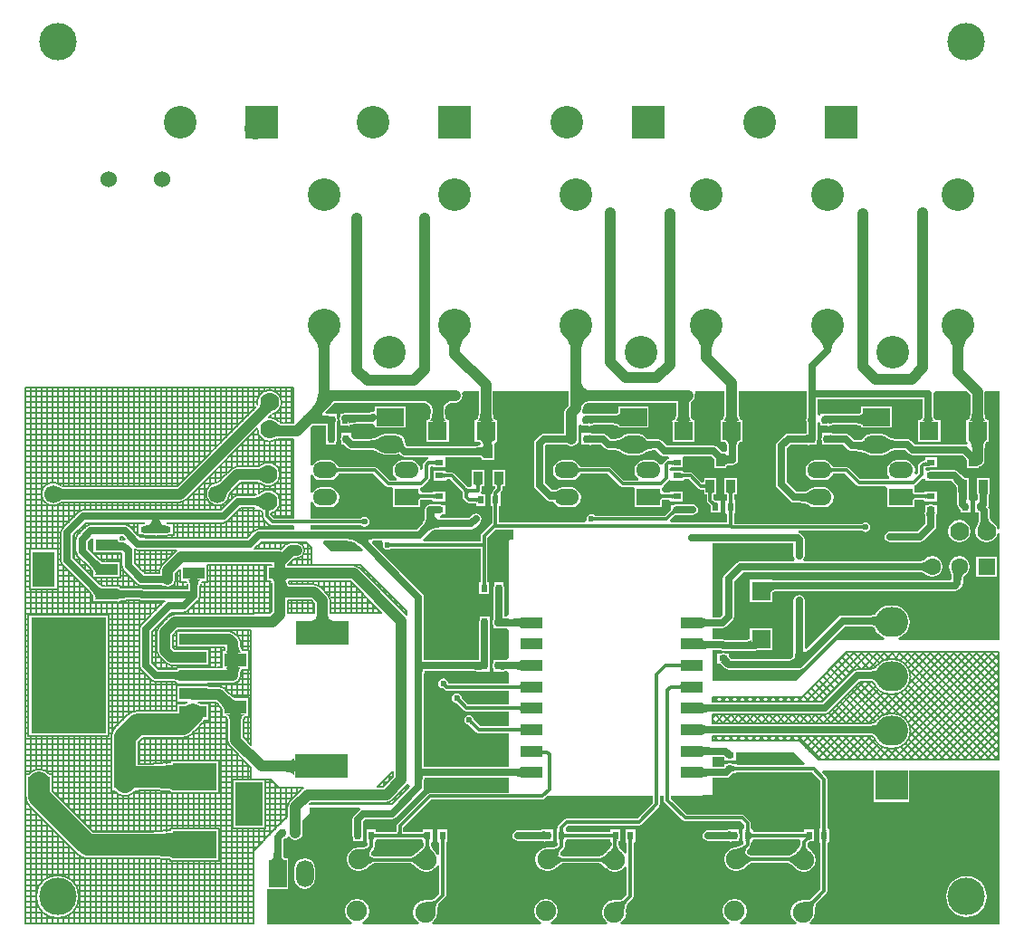
<source format=gtl>
G04*
G04 #@! TF.GenerationSoftware,Altium Limited,Altium Designer,19.0.12 (326)*
G04*
G04 Layer_Physical_Order=1*
G04 Layer_Color=255*
%FSTAX24Y24*%
%MOIN*%
G70*
G01*
G75*
%ADD18C,0.0080*%
%ADD22R,0.0787X0.0394*%
%ADD23R,0.0236X0.0315*%
%ADD24R,0.0315X0.0236*%
%ADD25R,0.0335X0.0472*%
%ADD26R,0.0700X0.0700*%
%ADD27R,0.0787X0.0512*%
%ADD28R,0.2752X0.4252*%
%ADD29R,0.0984X0.0421*%
%ADD30R,0.0846X0.0394*%
%ADD31R,0.0846X0.1299*%
%ADD32R,0.0787X0.0433*%
%ADD33R,0.0787X0.0394*%
%ADD34R,0.1969X0.0906*%
%ADD35R,0.0700X0.0700*%
%ADD70C,0.0276*%
%ADD71C,0.0394*%
%ADD72C,0.0118*%
%ADD73C,0.0787*%
%ADD74C,0.0700*%
%ADD75C,0.1200*%
%ADD76R,0.1200X0.1200*%
%ADD77O,0.1000X0.0650*%
%ADD78R,0.1000X0.0650*%
%ADD79R,0.0900X0.0600*%
%ADD80O,0.0900X0.0600*%
%ADD81R,0.1000X0.1600*%
%ADD82R,0.1600X0.1000*%
%ADD83C,0.0600*%
%ADD84C,0.0669*%
%ADD85C,0.0750*%
%ADD86C,0.0630*%
%ADD87R,0.0630X0.0630*%
%ADD88R,0.0650X0.1000*%
%ADD89O,0.0650X0.1000*%
%ADD90O,0.1200X0.1100*%
%ADD91R,0.1200X0.1100*%
%ADD92C,0.1378*%
%ADD93C,0.0236*%
G36*
X043528Y030577D02*
X04349Y030532D01*
X043456Y030485D01*
X043427Y030437D01*
X043403Y030388D01*
X043383Y030337D01*
X043367Y030285D01*
X043356Y030233D01*
X043349Y030179D01*
X043347Y030123D01*
X042953D01*
X042951Y030179D01*
X042944Y030233D01*
X042933Y030285D01*
X042917Y030337D01*
X042897Y030388D01*
X042873Y030437D01*
X042844Y030485D01*
X04281Y030532D01*
X042772Y030577D01*
X04273Y030622D01*
X04357D01*
X043528Y030577D01*
D02*
G37*
G36*
X034261D02*
X034223Y030532D01*
X03419Y030485D01*
X034161Y030437D01*
X034136Y030388D01*
X034116Y030337D01*
X0341Y030285D01*
X034089Y030233D01*
X034082Y030179D01*
X03408Y030123D01*
X033686D01*
X033684Y030179D01*
X033678Y030233D01*
X033666Y030285D01*
X033651Y030337D01*
X033631Y030388D01*
X033606Y030437D01*
X033577Y030485D01*
X033544Y030532D01*
X033506Y030577D01*
X033463Y030622D01*
X034303D01*
X034261Y030577D01*
D02*
G37*
G36*
X029461D02*
X029423Y030532D01*
X02939Y030485D01*
X029361Y030437D01*
X029336Y030388D01*
X029316Y030337D01*
X0293Y030285D01*
X029289Y030233D01*
X029282Y030179D01*
X02928Y030123D01*
X028886D01*
X028884Y030179D01*
X028878Y030233D01*
X028866Y030285D01*
X028851Y030337D01*
X028831Y030388D01*
X028806Y030437D01*
X028777Y030485D01*
X028744Y030532D01*
X028706Y030577D01*
X028663Y030622D01*
X029503D01*
X029461Y030577D01*
D02*
G37*
G36*
X024994D02*
X024956Y030532D01*
X024923Y030485D01*
X024894Y030437D01*
X024869Y030388D01*
X024849Y030337D01*
X024834Y030285D01*
X024822Y030233D01*
X024816Y030179D01*
X024814Y030123D01*
X02442D01*
X024418Y030179D01*
X024411Y030233D01*
X0244Y030285D01*
X024384Y030337D01*
X024364Y030388D01*
X024339Y030437D01*
X02431Y030485D01*
X024277Y030532D01*
X024239Y030577D01*
X024197Y030622D01*
X025037D01*
X024994Y030577D01*
D02*
G37*
G36*
X020225Y03061D02*
X020181Y030567D01*
X020143Y030523D01*
X020108Y030477D01*
X020079Y03043D01*
X020054Y030381D01*
X020033Y030331D01*
X020017Y03028D01*
X020006Y030227D01*
X019999Y030173D01*
X019997Y030118D01*
X019603Y030129D01*
X019601Y030184D01*
X019594Y030238D01*
X019584Y030291D01*
X019568Y030343D01*
X019549Y030394D01*
X019525Y030444D01*
X019496Y030493D01*
X019463Y030541D01*
X019426Y030588D01*
X019385Y030633D01*
X020225Y03061D01*
D02*
G37*
G36*
X038707Y03056D02*
X038661Y03051D01*
X03862Y030459D01*
X038585Y030409D01*
X038555Y030359D01*
X038531Y030308D01*
X038512Y030258D01*
X038499Y030207D01*
X038491Y030157D01*
X038488Y030106D01*
X038212D01*
X03821Y030157D01*
X038201Y030207D01*
X038188Y030258D01*
X038169Y030308D01*
X038145Y030359D01*
X038115Y030409D01*
X03808Y030459D01*
X038039Y03051D01*
X037993Y03056D01*
X037942Y03061D01*
X038758D01*
X038707Y03056D01*
D02*
G37*
G36*
X029284Y028966D02*
X029296Y028899D01*
X029316Y02884D01*
X029343Y028789D01*
X029379Y028745D01*
X029422Y02871D01*
X029473Y028682D01*
X029532Y028663D01*
X029599Y028651D01*
X029674Y028647D01*
Y028253D01*
X029599Y02825D01*
X029532Y028242D01*
X029473Y028228D01*
X029422Y028209D01*
X029379Y028184D01*
X029343Y028153D01*
X029316Y028117D01*
X029296Y028075D01*
X029284Y028028D01*
X02928Y027975D01*
X028886Y02845D01*
X02928Y029041D01*
X029284Y028966D01*
D02*
G37*
G36*
X0198Y028159D02*
X019939Y02802D01*
X019325Y027963D01*
X019378Y028019D01*
X019425Y028079D01*
X019467Y02814D01*
X019503Y028204D01*
X019534Y02827D01*
X019559Y028338D01*
X019578Y028409D01*
X019592Y028482D01*
X0196Y028557D01*
X019603Y028635D01*
X0198Y028159D01*
D02*
G37*
G36*
X017867Y027857D02*
X017858Y027854D01*
X017847Y027848D01*
X017834Y027839D01*
X017818Y027828D01*
X017781Y027797D01*
X017709Y027731D01*
X017681Y027703D01*
X017331Y02791D01*
X017358Y027938D01*
X017403Y027989D01*
X01742Y028013D01*
X017434Y028035D01*
X017445Y028056D01*
X017453Y028076D01*
X017458Y028094D01*
X01746Y02811D01*
X017458Y028126D01*
X017867Y027857D01*
D02*
G37*
G36*
X044681Y023534D02*
X044602Y023526D01*
X044586Y02361D01*
X044495Y023746D01*
X044423Y023794D01*
X044416Y023804D01*
X044396Y023818D01*
X04438Y023831D01*
X044367Y023845D01*
X044355Y023861D01*
X044345Y023879D01*
X044337Y0239D01*
X04433Y023922D01*
X044325Y023947D01*
X044322Y023975D01*
X044321Y024008D01*
X04432Y02401D01*
Y024207D01*
X044304Y024285D01*
X044261Y02435D01*
X044254Y024357D01*
X04427Y024381D01*
X044286Y024458D01*
Y024594D01*
X044287Y024596D01*
X044289Y024735D01*
X044294Y024797D01*
X044296Y024812D01*
X044315Y024812D01*
X044319Y024873D01*
X044315Y024882D01*
X044315Y02489D01*
Y025404D01*
X043861D01*
Y02489D01*
X043861Y024882D01*
X043857Y024873D01*
X043861Y024812D01*
X043871D01*
X043881Y024648D01*
X043881Y024646D01*
X043818Y024571D01*
X043808Y024567D01*
X043797D01*
Y024439D01*
X043789Y024427D01*
X043774Y02435D01*
X043789Y024273D01*
X043797Y024261D01*
Y024133D01*
X043908D01*
X043917Y024124D01*
Y023937D01*
X043915Y023934D01*
X043915Y023903D01*
X043909Y023842D01*
X043904Y023815D01*
X043898Y023788D01*
X043891Y023763D01*
X043882Y023738D01*
X043872Y023715D01*
X043861Y023692D01*
X043847Y023669D01*
X043846Y023658D01*
X043813Y02361D01*
X043781Y02345D01*
X043813Y02329D01*
X043904Y023154D01*
X044039Y023064D01*
X044199Y023032D01*
X044359Y023064D01*
X044495Y023154D01*
X044586Y02329D01*
X044602Y023374D01*
X044681Y023366D01*
Y01945D01*
X040973D01*
X040957Y019529D01*
X041058Y01957D01*
X041185Y019668D01*
X041283Y019796D01*
X041345Y019944D01*
X041366Y020103D01*
X041345Y020263D01*
X041283Y020411D01*
X041185Y020538D01*
X041058Y020636D01*
X04091Y020698D01*
X04075Y020719D01*
X04065D01*
X040491Y020698D01*
X040343Y020636D01*
X040215Y020538D01*
X040171Y02048D01*
X040167Y020479D01*
X040161Y020468D01*
X040118Y020411D01*
X040112Y020397D01*
X04009Y020386D01*
X040059Y020376D01*
X040021Y020368D01*
X039919Y020358D01*
X039857Y020357D01*
X039855Y020356D01*
X038904D01*
X038827Y02034D01*
X038761Y020297D01*
X037591Y019126D01*
X037589Y019125D01*
X037583Y01912D01*
X037583Y01912D01*
X037503Y019153D01*
X037503Y019153D01*
X037503Y019161D01*
X037502Y019163D01*
Y0209D01*
X037486Y020977D01*
X037443Y021043D01*
X037377Y021086D01*
X0373Y021102D01*
X037223Y021086D01*
X037157Y021043D01*
X037114Y020977D01*
X037098Y0209D01*
Y018975D01*
X037098Y018974D01*
X037098Y018974D01*
Y018969D01*
X037097Y018967D01*
X037095Y018918D01*
X037088Y01888D01*
X037078Y018849D01*
X037064Y018823D01*
X037047Y018803D01*
X037027Y018786D01*
X037001Y018772D01*
X03697Y018762D01*
X036932Y018755D01*
X036883Y018753D01*
X036881Y018752D01*
X034798D01*
X034717Y018832D01*
Y018942D01*
X034589D01*
X034577Y01895D01*
X0345Y018965D01*
X034423Y01895D01*
X034411Y018942D01*
X034283D01*
Y018586D01*
X034393D01*
X034445Y018534D01*
X03457Y018407D01*
X03457Y018407D01*
X03457Y018407D01*
X034575Y018405D01*
X034637Y018364D01*
X034714Y018348D01*
X0373D01*
X037377Y018364D01*
X037443Y018407D01*
X038987Y019952D01*
X039824D01*
X039825Y019952D01*
X039827Y019952D01*
X039828D01*
X03983Y019951D01*
X039892Y01995D01*
X039944Y019946D01*
X039989Y01994D01*
X040025Y019932D01*
X040052Y019922D01*
X040069Y019913D01*
X040118Y019796D01*
X040215Y019668D01*
X040343Y01957D01*
X040444Y019529D01*
X040428Y01945D01*
X0387D01*
X037189Y017939D01*
X0341D01*
X0341Y019068D01*
X034416D01*
X034423Y019064D01*
X0345Y019048D01*
X035273D01*
X035276Y019047D01*
X035276Y019047D01*
X035276Y019047D01*
X035328Y019047D01*
X035329Y019048D01*
X03533Y019048D01*
X035359Y019048D01*
X035666D01*
X035743Y019064D01*
X035759Y019074D01*
X03631D01*
Y019894D01*
X03549D01*
Y019539D01*
X035487Y019532D01*
X035485Y019514D01*
X035482Y019505D01*
X035477Y019498D01*
X035468Y019489D01*
X035453Y01948D01*
X035431Y019471D01*
X035402Y019464D01*
X035367Y019458D01*
X035324Y019454D01*
X035274Y019453D01*
X035272Y019452D01*
X034564D01*
X034557Y019456D01*
X03448Y019471D01*
X0341D01*
Y019885D01*
X034486D01*
X034563Y0199D01*
X034629Y019944D01*
X034843Y020157D01*
X034886Y020223D01*
X034902Y0203D01*
Y021616D01*
X035234Y021948D01*
X041724D01*
X041726Y021947D01*
X041757Y021946D01*
X041784Y021944D01*
X041809Y021941D01*
X041831Y021936D01*
X041852Y02193D01*
X041871Y021923D01*
X041888Y021915D01*
X041903Y021905D01*
X041916Y021895D01*
X041924Y021888D01*
X04193Y02188D01*
X042054Y021797D01*
X0422Y021768D01*
X042346Y021797D01*
X04247Y02188D01*
X042553Y022004D01*
X042582Y02215D01*
X042553Y022296D01*
X04247Y02242D01*
X042346Y022503D01*
X0422Y022532D01*
X042054Y022503D01*
X04193Y02242D01*
X041924Y022412D01*
X041916Y022405D01*
X041903Y022395D01*
X041888Y022385D01*
X041871Y022377D01*
X041852Y02237D01*
X041831Y022364D01*
X041809Y022359D01*
X041784Y022356D01*
X041757Y022353D01*
X041726Y022353D01*
X041724Y022352D01*
X037493D01*
X037488Y022357D01*
X037458Y02243D01*
X037486Y022473D01*
X037502Y02255D01*
Y023143D01*
X037486Y02322D01*
X037443Y023286D01*
X037386Y023343D01*
X03732Y023386D01*
X03729Y023392D01*
X037298Y023471D01*
X039622D01*
X039681Y023432D01*
X03975Y023418D01*
X03982Y023432D01*
X039878Y023472D01*
X039918Y02353D01*
X039932Y0236D01*
X039918Y02367D01*
X039878Y023728D01*
X03982Y023768D01*
X03975Y023782D01*
X039681Y023768D01*
X039622Y023729D01*
X034904D01*
Y024055D01*
X034954Y024133D01*
X034957Y024194D01*
X034957Y024195D01*
X034957Y024201D01*
X034954Y024207D01*
X034954Y024211D01*
Y024489D01*
X034954Y024493D01*
X034957Y024499D01*
X034957Y024505D01*
X034957Y024506D01*
X034954Y024567D01*
X03491Y024646D01*
Y024805D01*
X034911Y02481D01*
X034912Y024812D01*
X034912Y024812D01*
X035013D01*
Y025404D01*
X034559D01*
Y024812D01*
X03465D01*
X03465Y024812D01*
X034651Y02481D01*
X034652Y024805D01*
Y024574D01*
X034651Y02457D01*
X03465Y024568D01*
X03465Y024567D01*
X034597D01*
Y024211D01*
X034597Y024207D01*
X034594Y024201D01*
X034594Y024195D01*
X034594Y024194D01*
X034597Y024133D01*
X034647Y024055D01*
Y023779D01*
X032906D01*
X032889Y023786D01*
X032889Y023786D01*
X03259D01*
X032557Y023864D01*
X032751Y024058D01*
X0328Y024048D01*
X033382D01*
X033459Y024064D01*
X033524Y024107D01*
X033568Y024173D01*
X033584Y02425D01*
X033568Y024327D01*
X033524Y024393D01*
X033459Y024436D01*
X033382Y024452D01*
X0328D01*
X032723Y024436D01*
X032711Y024428D01*
X032583D01*
Y024313D01*
X032581Y02431D01*
X032582Y024305D01*
X03258Y0243D01*
X032583Y024294D01*
Y024261D01*
X032579Y024255D01*
X03257Y024241D01*
X032357Y024029D01*
X029781D01*
X029779Y02403D01*
X029779Y02403D01*
X029777Y024031D01*
X029776Y024032D01*
X029776Y024032D01*
X029775Y024032D01*
X029771Y024034D01*
X02972Y024068D01*
X02965Y024082D01*
X029581Y024068D01*
X029522Y024028D01*
X029482Y02397D01*
X029468Y0239D01*
X029475Y023864D01*
X029425Y023786D01*
X026258D01*
Y024383D01*
X026308D01*
X026308Y024817D01*
X026331Y024887D01*
X026369Y024978D01*
X026369Y024978D01*
Y025105D01*
X02637Y02511D01*
X026371Y025112D01*
X026371Y025112D01*
X026467D01*
Y025704D01*
X026013D01*
Y025112D01*
X026109D01*
X026109Y025112D01*
X02611Y02511D01*
X026111Y025105D01*
Y025032D01*
X026038Y024959D01*
X026003Y024875D01*
X025951Y024817D01*
X025951Y024817D01*
X025951Y024817D01*
Y024383D01*
X026001D01*
Y023754D01*
X025986Y023748D01*
X025986Y023748D01*
X025609Y023371D01*
X025571Y023279D01*
X025571Y023279D01*
Y023079D01*
X023467D01*
X023443Y023157D01*
X023443Y023158D01*
X023634Y023349D01*
X023637Y02335D01*
X023675Y023385D01*
X023712Y023416D01*
X023751Y023442D01*
X023791Y023465D01*
X023832Y023484D01*
X023875Y023499D01*
X02392Y023512D01*
X023966Y02352D01*
X024013Y023526D01*
X024065Y023528D01*
X024068Y023529D01*
X02523D01*
X025307Y023544D01*
X025373Y023588D01*
X025543Y023757D01*
X025586Y023823D01*
X025602Y0239D01*
X025586Y023977D01*
X025543Y024043D01*
X025477Y024086D01*
X0254Y024102D01*
X025323Y024086D01*
X025257Y024043D01*
X025147Y023932D01*
X024149D01*
X024147Y023933D01*
X024099Y023936D01*
X024092Y023937D01*
X024078Y023958D01*
X024107Y024044D01*
X024149Y024072D01*
X024267D01*
Y024428D01*
X024139D01*
X024127Y024436D01*
X02405Y024452D01*
X023973Y024436D01*
X023966Y024432D01*
X02373D01*
X023653Y024417D01*
X023588Y024373D01*
X023544Y024307D01*
X023529Y02423D01*
Y024068D01*
X023528Y024065D01*
X023526Y024013D01*
X02352Y023966D01*
X023512Y02392D01*
X023499Y023875D01*
X023484Y023832D01*
X023465Y023791D01*
X023442Y023751D01*
X023416Y023712D01*
X023385Y023675D01*
X02335Y023637D01*
X023349Y023634D01*
X023216Y023502D01*
X021008D01*
X021006Y023502D01*
X021004Y023502D01*
X0193D01*
Y023671D01*
X021172D01*
X02123Y023632D01*
X0213Y023618D01*
X02137Y023632D01*
X021428Y023672D01*
X021468Y02373D01*
X021482Y0238D01*
X021468Y02387D01*
X021428Y023928D01*
X02137Y023968D01*
X0213Y023982D01*
X02123Y023968D01*
X021172Y023929D01*
X0193D01*
Y024509D01*
X019379Y024533D01*
X01944Y02444D01*
X01956Y024361D01*
X0197Y024333D01*
X02D01*
X02014Y024361D01*
X02026Y02444D01*
X020339Y02456D01*
X020367Y0247D01*
X020339Y02484D01*
X02026Y02496D01*
X02014Y025039D01*
X02Y025067D01*
X0197D01*
X01956Y025039D01*
X01944Y02496D01*
X019379Y024867D01*
X0193Y024891D01*
Y025509D01*
X019379Y025533D01*
X01944Y02544D01*
X01956Y025361D01*
X0197Y025333D01*
X02D01*
X02014Y025361D01*
X02026Y02544D01*
X020339Y02556D01*
X020341Y025569D01*
X020342Y025569D01*
X020351Y025571D01*
X021622D01*
X022084Y025109D01*
X022084Y025109D01*
X022175Y025071D01*
X022175Y025071D01*
X022266D01*
X02234Y02506D01*
X02234Y024992D01*
Y02434D01*
X02336D01*
Y024606D01*
X023361Y024606D01*
X023366Y024607D01*
X023755D01*
X023833Y024558D01*
X023894Y024554D01*
X023895Y024555D01*
X023901Y024555D01*
X023907Y024558D01*
X023911Y024558D01*
X024267D01*
Y024914D01*
X023911D01*
X023907Y024914D01*
X023901Y024918D01*
X023895Y024917D01*
X023894Y024918D01*
X023833Y024914D01*
X023755Y024865D01*
X023438D01*
X02336Y024941D01*
Y024998D01*
X023369Y025065D01*
X023425Y025094D01*
X023461Y025109D01*
X023661Y025309D01*
X023661Y025309D01*
X023699Y0254D01*
X023699Y0254D01*
Y02581D01*
X023777Y025843D01*
X023833Y025808D01*
X023894Y025804D01*
X023895Y025805D01*
X023901Y025805D01*
X023907Y025808D01*
X023911Y025808D01*
X024267D01*
X024267Y026164D01*
X024335Y02619D01*
X025409D01*
X025411Y026189D01*
X025462Y026188D01*
X025506Y026186D01*
X025543Y026181D01*
X025574Y026176D01*
X025597Y026169D01*
X025613Y026162D01*
X025621Y026157D01*
X025623Y026155D01*
X025624Y026148D01*
X025627Y026142D01*
X025627Y026096D01*
X025688Y026092D01*
X02569Y026093D01*
X025697Y026093D01*
X025703Y026096D01*
X025705Y026096D01*
X026081D01*
Y026609D01*
X026083Y026611D01*
X026082Y02662D01*
X026085Y026627D01*
X026081Y026688D01*
X026139Y02674D01*
X026176D01*
Y027481D01*
X026176Y027485D01*
X026179Y02749D01*
X026179Y027497D01*
X02618Y027499D01*
X026176Y02756D01*
X026129Y02756D01*
X026124Y027563D01*
X026104Y027566D01*
X026096Y02757D01*
X026086Y027578D01*
X026074Y027595D01*
X026062Y027621D01*
X02605Y027657D01*
X026041Y027701D01*
X026029Y027821D01*
X026028Y027889D01*
Y0286D01*
X028821D01*
Y028083D01*
X028739Y028001D01*
X028682Y027916D01*
X028663Y027816D01*
X028663Y027816D01*
Y027058D01*
X028591Y027053D01*
X02839Y027053D01*
X028387Y027052D01*
X027911D01*
X027834Y027036D01*
X027769Y026993D01*
X027607Y026831D01*
X027564Y026766D01*
X027548Y026689D01*
Y02515D01*
X027564Y025073D01*
X027607Y025007D01*
X027995Y024619D01*
X028061Y024576D01*
X028131Y024562D01*
X028137Y024559D01*
X028204Y024558D01*
X028253Y024555D01*
X028265Y024553D01*
X02834Y02444D01*
X02846Y024361D01*
X0286Y024333D01*
X0289D01*
X02904Y024361D01*
X02916Y02444D01*
X029239Y02456D01*
X029267Y0247D01*
X029239Y02484D01*
X02916Y02496D01*
X02904Y025039D01*
X0289Y025067D01*
X0286D01*
X02846Y025039D01*
X02838Y024986D01*
X028378Y024986D01*
X028377Y024984D01*
X028368Y024978D01*
X028367Y024978D01*
X028355Y024975D01*
X028218Y024967D01*
X027952Y025234D01*
Y026605D01*
X027995Y026648D01*
X028387D01*
X02839Y026647D01*
X028546Y026647D01*
X028706Y026644D01*
X028746Y026642D01*
Y026633D01*
X028788D01*
X028824Y026608D01*
X028924Y026588D01*
X029025Y026608D01*
X029061Y026633D01*
X029103D01*
Y02666D01*
X02911Y026665D01*
X029166Y02675D01*
X029186Y02685D01*
Y027363D01*
X029265Y0274D01*
X029272Y027394D01*
Y027333D01*
X029549D01*
X029558Y027333D01*
X029567Y027329D01*
X029628Y027333D01*
Y027354D01*
X029793Y027367D01*
X029843Y027367D01*
X029845Y027368D01*
X030422D01*
X030424Y027367D01*
X030475Y027366D01*
X030519Y027363D01*
X030555Y027358D01*
X030586Y027352D01*
X030609Y027345D01*
X030624Y027338D01*
X030632Y027332D01*
X030635Y027329D01*
X030635Y027328D01*
X030637Y027317D01*
X03064Y027312D01*
X03064Y027265D01*
X030701Y027261D01*
X030703Y027262D01*
X03071Y027262D01*
X030715Y027265D01*
X030719Y027265D01*
X03176D01*
Y028035D01*
X03064D01*
Y027856D01*
X030638Y027852D01*
X030636Y027834D01*
X030633Y027825D01*
X030628Y027818D01*
X030619Y027809D01*
X030604Y0278D01*
X030582Y027791D01*
X030553Y027783D01*
X030517Y027777D01*
X030474Y027774D01*
X030424Y027772D01*
X030422Y027771D01*
X029845D01*
X029843Y027772D01*
X029842Y027772D01*
X029842Y027772D01*
X029597Y027771D01*
X02947D01*
X02945Y027767D01*
X029349D01*
X029306Y027846D01*
X029325Y027874D01*
X029344Y027966D01*
X029345Y027969D01*
X029345Y027969D01*
X029345Y02797D01*
X029348Y028017D01*
X029357Y028053D01*
X029371Y028083D01*
X029391Y028108D01*
X029416Y02813D01*
X02945Y02815D01*
X029492Y028166D01*
X029544Y028178D01*
X029604Y028186D01*
X029673Y028188D01*
X032783D01*
Y027889D01*
X032781Y027821D01*
X032777Y027757D01*
X03277Y027702D01*
X03276Y027657D01*
X032749Y027621D01*
X032737Y027595D01*
X032725Y027578D01*
X032715Y02757D01*
X032706Y027566D01*
X032687Y027563D01*
X032682Y02756D01*
X032634Y02756D01*
X032631Y027499D01*
X032632Y027497D01*
X032631Y02749D01*
X032634Y027485D01*
X032634Y027481D01*
Y02674D01*
X033454D01*
Y027481D01*
X033454Y027485D01*
X033458Y02749D01*
X033457Y027497D01*
X033458Y027499D01*
X033454Y02756D01*
X033407Y02756D01*
X033402Y027563D01*
X033383Y027566D01*
X033374Y02757D01*
X033364Y027578D01*
X033352Y027595D01*
X03334Y027621D01*
X033329Y027657D01*
X033319Y027701D01*
X033308Y027821D01*
X033306Y027889D01*
Y028186D01*
X033385Y028265D01*
X033385Y028265D01*
X033442Y02835D01*
X033462Y02845D01*
X033448Y028521D01*
X033466Y028561D01*
X033496Y0286D01*
X034554D01*
Y027889D01*
X034553Y027821D01*
X034549Y027757D01*
X034542Y027702D01*
X034532Y027657D01*
X034521Y027621D01*
X034508Y027595D01*
X034497Y027578D01*
X034487Y02757D01*
X034478Y027566D01*
X034459Y027563D01*
X034453Y02756D01*
X034406Y02756D01*
X034402Y027499D01*
X034403Y027497D01*
X034403Y02749D01*
X034406Y027485D01*
X034406Y027481D01*
Y02674D01*
X034561D01*
X034568Y026737D01*
X034586Y026735D01*
X034595Y026732D01*
X034602Y026727D01*
X034611Y026718D01*
X03462Y026703D01*
X034629Y026681D01*
X034636Y026652D01*
X034642Y026617D01*
X034646Y026574D01*
X034647Y026524D01*
X034648Y026522D01*
Y026458D01*
X034627Y026388D01*
X034566Y026392D01*
X034564Y026391D01*
X034557Y026391D01*
X034551Y026388D01*
X034458D01*
X034304Y026543D01*
X034238Y026586D01*
X034161Y026602D01*
X032434D01*
X032256Y026779D01*
X032191Y026823D01*
X032113Y026838D01*
X031957D01*
X031955Y026839D01*
X031953Y026839D01*
X031952Y026839D01*
X03188Y026841D01*
X031817Y026845D01*
X031763Y026851D01*
X031718Y02686D01*
X031693Y026867D01*
X031653Y026928D01*
X031613Y026954D01*
X031612Y026956D01*
X031607Y026958D01*
X031605Y026963D01*
X031597Y026965D01*
X031525Y027013D01*
X031375Y027043D01*
X031025D01*
X030875Y027013D01*
X03082Y026976D01*
X030805Y026972D01*
X030774Y026948D01*
X030743Y026928D01*
X030712Y026911D01*
X030679Y026895D01*
X030645Y026882D01*
X03061Y026872D01*
X030574Y026864D01*
X030536Y026858D01*
X030497Y026854D01*
X030454Y026853D01*
X030452Y026852D01*
X03037D01*
X030229Y026993D01*
X030164Y027036D01*
X030087Y027052D01*
X029872D01*
X029869Y027053D01*
X029694Y027056D01*
X029654Y027058D01*
X029654Y027067D01*
X0296Y027071D01*
X0296Y027071D01*
X029592Y027071D01*
X029583Y027067D01*
X029297D01*
Y026939D01*
X029289Y026927D01*
X029274Y02685D01*
X029289Y026773D01*
X029297Y026761D01*
Y026633D01*
X029575D01*
X029583Y026633D01*
X029592Y026629D01*
X0296Y026629D01*
X0296Y026629D01*
X029654Y026633D01*
Y026636D01*
X029818Y026647D01*
X029868Y026647D01*
X029871Y026648D01*
X030003D01*
X030144Y026507D01*
X030209Y026464D01*
X030287Y026448D01*
X030452D01*
X030454Y026447D01*
X030497Y026446D01*
X030536Y026442D01*
X030574Y026436D01*
X03061Y026428D01*
X030645Y026418D01*
X030679Y026405D01*
X030712Y026389D01*
X030743Y026372D01*
X030774Y026352D01*
X030805Y026328D01*
X03082Y026324D01*
X030875Y026287D01*
X031025Y026257D01*
X031375D01*
X031525Y026287D01*
X03158Y026324D01*
X031595Y026328D01*
X031623Y026349D01*
X03165Y026366D01*
X031679Y026382D01*
X03171Y026395D01*
X031743Y026407D01*
X031778Y026417D01*
X031815Y026424D01*
X031853Y026429D01*
X031894Y026433D01*
X031939Y026434D01*
X031941Y026435D01*
X03203D01*
X032207Y026257D01*
X032273Y026214D01*
X03235Y026198D01*
X032484D01*
X032518Y026166D01*
X032518Y026109D01*
X032505Y026098D01*
X032469D01*
X032469Y026098D01*
X032378Y02606D01*
X032378Y02606D01*
X032309Y025991D01*
X03228Y025921D01*
X032213Y025905D01*
X032195Y025906D01*
X03216Y02596D01*
X03204Y026039D01*
X0319Y026067D01*
X0316D01*
X03146Y026039D01*
X03134Y02596D01*
X031261Y02584D01*
X031233Y0257D01*
X031261Y02556D01*
X03134Y02544D01*
X03139Y025408D01*
X031366Y025329D01*
X030853D01*
X030391Y025791D01*
X0303Y025829D01*
X0303Y025829D01*
X029251D01*
X029242Y025831D01*
X029241Y025831D01*
X029239Y02584D01*
X02916Y02596D01*
X02904Y026039D01*
X0289Y026067D01*
X0286D01*
X02846Y026039D01*
X02834Y02596D01*
X028261Y02584D01*
X028233Y0257D01*
X028261Y02556D01*
X02834Y02544D01*
X02846Y025361D01*
X0286Y025333D01*
X0289D01*
X02904Y025361D01*
X02916Y02544D01*
X029239Y02556D01*
X029241Y025569D01*
X029242Y025569D01*
X029251Y025571D01*
X030247D01*
X030709Y025109D01*
X030709Y025109D01*
X0308Y025071D01*
X0308Y025071D01*
X031166D01*
X03124Y02506D01*
X03124Y024992D01*
Y02434D01*
X03226D01*
Y024606D01*
X032261Y024606D01*
X032266Y024607D01*
X032505D01*
X032583Y024558D01*
X032644Y024554D01*
X032645Y024555D01*
X032651Y024555D01*
X032657Y024558D01*
X032661Y024558D01*
X033017D01*
Y024914D01*
X032661D01*
X032657Y024914D01*
X032651Y024918D01*
X032645Y024917D01*
X032644Y024918D01*
X032583Y024914D01*
X032505Y024865D01*
X032338D01*
X03226Y024941D01*
X03226Y025043D01*
X032284Y025094D01*
X032303Y025121D01*
X032491Y025309D01*
X032491Y025309D01*
X032504Y025339D01*
X032583Y025324D01*
Y025322D01*
X032939D01*
X032943Y025322D01*
X032949Y025319D01*
X032955Y025319D01*
X032956Y025318D01*
X033017Y025322D01*
X033095Y025371D01*
X033247D01*
X033599Y025019D01*
X033599Y025019D01*
X03369Y024981D01*
X033794D01*
X033799Y02498D01*
X033801Y024979D01*
Y024814D01*
X033897D01*
X033897Y024814D01*
X033898Y024812D01*
X033899Y024807D01*
Y024586D01*
X033899Y024586D01*
X033937Y024495D01*
X034033Y024399D01*
X034041Y024387D01*
X034046Y024378D01*
Y024356D01*
X034043Y024347D01*
X034045Y024342D01*
X034043Y024336D01*
X034046Y024332D01*
Y024133D01*
X034403D01*
Y024567D01*
X034282D01*
X034277Y02457D01*
X034272Y024569D01*
X034267Y024571D01*
X034257Y024567D01*
X034235D01*
X034227Y024573D01*
X034215Y024581D01*
X034157Y024639D01*
Y024807D01*
X034158Y024812D01*
X034159Y024814D01*
X034159Y024814D01*
X034255D01*
Y025406D01*
X033801D01*
Y025291D01*
X033722Y02526D01*
X033391Y025591D01*
X0333Y025629D01*
X0333Y025629D01*
X033095D01*
X033017Y025678D01*
X032956Y025682D01*
X032955Y025681D01*
X032949Y025681D01*
X032943Y025678D01*
X032939Y025678D01*
X032608D01*
X032583Y025678D01*
X032529Y025735D01*
Y025752D01*
X032583Y025808D01*
X032643Y025804D01*
X032646Y025805D01*
X032654Y025805D01*
X032658Y025808D01*
X033017D01*
X033017Y026164D01*
X033082Y026198D01*
X034077D01*
X034173Y026103D01*
Y025796D01*
X034549D01*
X034551Y025796D01*
X034557Y025793D01*
X034564Y025793D01*
X034566Y025792D01*
X034627Y025796D01*
X034627Y025842D01*
X03463Y025848D01*
X034631Y025855D01*
X034633Y025857D01*
X034641Y025862D01*
X034657Y025869D01*
X03468Y025876D01*
X03471Y025881D01*
X034793Y025888D01*
X034843Y025889D01*
X034845Y02589D01*
X03485D01*
X034927Y025906D01*
X034993Y02595D01*
X035036Y026015D01*
X035052Y026092D01*
Y026522D01*
X035053Y026524D01*
X035054Y026574D01*
X035058Y026617D01*
X035064Y026652D01*
X035071Y026681D01*
X03508Y026703D01*
X035089Y026718D01*
X035098Y026727D01*
X035105Y026732D01*
X035114Y026735D01*
X035132Y026737D01*
X035139Y02674D01*
X035226D01*
Y027481D01*
X035226Y027485D01*
X035229Y02749D01*
X035229Y027497D01*
X03523Y027499D01*
X035226Y02756D01*
X035179Y02756D01*
X035174Y027563D01*
X035154Y027566D01*
X035146Y02757D01*
X035136Y027578D01*
X035124Y027595D01*
X035112Y027621D01*
X0351Y027657D01*
X035091Y027701D01*
X035079Y027821D01*
X035078Y027889D01*
Y0286D01*
X037582D01*
Y02845D01*
Y027634D01*
X037577Y027627D01*
X037562Y02755D01*
X037573Y027497D01*
Y027062D01*
X037432Y027053D01*
X037382Y027053D01*
X037379Y027052D01*
X0369D01*
X036823Y027036D01*
X036757Y026993D01*
X036507Y026743D01*
X036464Y026677D01*
X036448Y0266D01*
Y025179D01*
X036464Y025102D01*
X036507Y025036D01*
X036986Y024557D01*
X037052Y024514D01*
X037129Y024498D01*
X037355D01*
X037358Y024497D01*
X037403Y024496D01*
X037444Y024493D01*
X037482Y024488D01*
X037519Y024481D01*
X037553Y024472D01*
X037585Y024461D01*
X037615Y024449D01*
X037642Y024434D01*
X037668Y024418D01*
X037694Y024398D01*
X037709Y024395D01*
X03776Y024361D01*
X0379Y024333D01*
X0382D01*
X03834Y024361D01*
X03846Y02444D01*
X038539Y02456D01*
X038567Y0247D01*
X038539Y02484D01*
X03846Y02496D01*
X03834Y025039D01*
X0382Y025067D01*
X0379D01*
X03776Y025039D01*
X037709Y025005D01*
X037694Y025002D01*
X037668Y024982D01*
X037642Y024966D01*
X037615Y024951D01*
X037585Y024939D01*
X037553Y024928D01*
X037519Y024919D01*
X037483Y024912D01*
X037402Y024904D01*
X037358Y024903D01*
X037355Y024902D01*
X037212D01*
X036852Y025262D01*
Y026516D01*
X036984Y026648D01*
X037378D01*
X037381Y026647D01*
X037556Y026644D01*
X037596Y026642D01*
X037596Y026633D01*
X03765Y026629D01*
X03765Y026629D01*
X037657Y026629D01*
X037667Y026633D01*
X037953D01*
Y026761D01*
X037961Y026773D01*
X037976Y02685D01*
Y027437D01*
X038055Y027466D01*
X038072Y027445D01*
Y027333D01*
X038349D01*
X038358Y027333D01*
X038367Y027329D01*
X038428Y027333D01*
Y027354D01*
X038593Y027367D01*
X038643Y027367D01*
X038646Y027368D01*
X039372D01*
X039374Y027367D01*
X039425Y027366D01*
X039469Y027363D01*
X039505Y027358D01*
X039536Y027352D01*
X039559Y027345D01*
X039574Y027338D01*
X039582Y027332D01*
X039585Y027329D01*
X039585Y027328D01*
X039587Y027317D01*
X03959Y027312D01*
X03959Y027265D01*
X039651Y027261D01*
X039653Y027262D01*
X03966Y027262D01*
X039665Y027265D01*
X039669Y027265D01*
X04071D01*
Y028035D01*
X03959D01*
Y027856D01*
X039588Y027852D01*
X039586Y027834D01*
X039583Y027825D01*
X039578Y027818D01*
X039569Y027809D01*
X039554Y0278D01*
X039532Y027791D01*
X039503Y027783D01*
X039467Y027777D01*
X039424Y027774D01*
X039374Y027772D01*
X039372Y027771D01*
X038645D01*
X038642Y027772D01*
X038642Y027772D01*
X038642Y027772D01*
X038397Y027771D01*
X03827D01*
X03825Y027767D01*
X038072D01*
Y027705D01*
X038064Y027698D01*
X037985Y027733D01*
Y028298D01*
X041848D01*
Y027778D01*
X041847Y027776D01*
X041846Y027725D01*
X041842Y027683D01*
X041836Y027647D01*
X041828Y027618D01*
X04182Y027596D01*
X04181Y027581D01*
X041802Y027572D01*
X041795Y027567D01*
X041786Y027564D01*
X041768Y027562D01*
X041764Y02756D01*
X041684D01*
Y02674D01*
X042504D01*
Y02756D01*
X042336D01*
X042332Y027562D01*
X042314Y027564D01*
X042305Y027567D01*
X042298Y027572D01*
X04229Y027581D01*
X04228Y027596D01*
X042272Y027618D01*
X042264Y027647D01*
X042258Y027683D01*
X042254Y027726D01*
X042253Y027776D01*
X042252Y027778D01*
Y0285D01*
X042247Y028521D01*
X042309Y0286D01*
X04348D01*
X043604Y028475D01*
Y027889D01*
X043603Y027821D01*
X043599Y027757D01*
X043592Y027702D01*
X043582Y027657D01*
X043571Y027621D01*
X043558Y027595D01*
X043547Y027578D01*
X043537Y02757D01*
X043528Y027566D01*
X043509Y027563D01*
X043503Y02756D01*
X043456Y02756D01*
X043452Y027499D01*
X043453Y027497D01*
X043453Y02749D01*
X043456Y027485D01*
X043456Y027481D01*
Y026819D01*
X043456Y026815D01*
X043453Y02681D01*
X043453Y026803D01*
X043452Y026801D01*
X043456Y02674D01*
X043474D01*
X043524Y026686D01*
X043459Y026643D01*
X043413Y026652D01*
X04157D01*
X041429Y026793D01*
X041364Y026836D01*
X041287Y026852D01*
X040898D01*
X040896Y026853D01*
X040853Y026854D01*
X040814Y026858D01*
X040776Y026864D01*
X04074Y026872D01*
X040705Y026882D01*
X040671Y026895D01*
X040638Y026911D01*
X040607Y026928D01*
X040576Y026948D01*
X040545Y026972D01*
X04053Y026976D01*
X040475Y027013D01*
X040325Y027043D01*
X039975D01*
X039825Y027013D01*
X039697Y026928D01*
X039631Y026829D01*
X039612Y026823D01*
X039571Y026814D01*
X039457Y026804D01*
X039386Y026803D01*
X039384Y026802D01*
X039377D01*
X039377Y026802D01*
X039377Y026802D01*
X039334D01*
X039143Y026993D01*
X039077Y027036D01*
X039Y027052D01*
X038722D01*
X038719Y027053D01*
X038544Y027056D01*
X038504Y027058D01*
X038504Y027067D01*
X03845Y027071D01*
X03845Y027071D01*
X038442Y027071D01*
X038433Y027067D01*
X038147D01*
Y026939D01*
X038139Y026927D01*
X038124Y02685D01*
X038139Y026773D01*
X038147Y026761D01*
Y026633D01*
X038425D01*
X038433Y026633D01*
X038442Y026629D01*
X03845Y026629D01*
X03845Y026629D01*
X038504Y026633D01*
Y026636D01*
X038668Y026647D01*
X038718Y026647D01*
X038721Y026648D01*
X038916D01*
X039107Y026457D01*
X039173Y026414D01*
X03925Y026398D01*
X039431D01*
X039433Y026397D01*
X039472Y026396D01*
X03951Y026393D01*
X039548Y026388D01*
X039585Y026381D01*
X039663Y02636D01*
X039701Y026346D01*
X039781Y026312D01*
X039811Y026297D01*
X039825Y026287D01*
X039975Y026257D01*
X040325D01*
X040475Y026287D01*
X04053Y026324D01*
X040545Y026328D01*
X040576Y026352D01*
X040607Y026372D01*
X040638Y026389D01*
X040671Y026405D01*
X040705Y026418D01*
X04074Y026428D01*
X040776Y026436D01*
X040814Y026442D01*
X040853Y026446D01*
X040896Y026447D01*
X040898Y026448D01*
X041203D01*
X041344Y026307D01*
X041409Y026264D01*
X041487Y026248D01*
X043327D01*
X043403Y026169D01*
X04345Y026114D01*
X043465Y026095D01*
X043473Y026083D01*
X043472Y026081D01*
X043475Y026075D01*
Y025796D01*
X043929D01*
Y025843D01*
X043966Y02585D01*
X044051Y025907D01*
X044108Y025992D01*
X044128Y026092D01*
Y026411D01*
X044129Y026479D01*
X044134Y026543D01*
X044141Y026598D01*
X04415Y026643D01*
X044162Y026679D01*
X044174Y026705D01*
X044186Y026722D01*
X044196Y02673D01*
X044204Y026734D01*
X044224Y026737D01*
X044229Y02674D01*
X044276Y02674D01*
X04428Y026801D01*
X044279Y026803D01*
X044279Y02681D01*
X044276Y026815D01*
X044276Y026819D01*
Y027481D01*
X044276Y027485D01*
X044279Y02749D01*
X044279Y027497D01*
X04428Y027499D01*
X044276Y02756D01*
X044229Y02756D01*
X044224Y027563D01*
X044204Y027566D01*
X044196Y02757D01*
X044186Y027578D01*
X044174Y027595D01*
X044162Y027621D01*
X04415Y027657D01*
X044141Y027701D01*
X044129Y027821D01*
X044128Y027889D01*
Y028584D01*
X044128Y028584D01*
X044141Y0286D01*
X044681D01*
Y023534D01*
D02*
G37*
G36*
X025504Y027889D02*
X025503Y027821D01*
X025499Y027757D01*
X025492Y027702D01*
X025482Y027657D01*
X025471Y027621D01*
X025458Y027595D01*
X025447Y027578D01*
X025437Y02757D01*
X025428Y027566D01*
X025409Y027563D01*
X025403Y02756D01*
X025356Y02756D01*
X025352Y027499D01*
X025353Y027497D01*
X025353Y02749D01*
X025356Y027485D01*
X025356Y027481D01*
Y02674D01*
X025536D01*
X025542Y026737D01*
X025545Y026736D01*
X02558Y026688D01*
X025583Y026667D01*
X025531Y026602D01*
X025461Y026596D01*
X025411Y026595D01*
X025409Y026594D01*
X022877D01*
X022817Y026654D01*
X022818Y026659D01*
X022788Y02681D01*
X022703Y026937D01*
X022575Y027022D01*
X022425Y027052D01*
X022075D01*
X021925Y027022D01*
X02187Y026986D01*
X021855Y026982D01*
X021824Y026958D01*
X021793Y026938D01*
X021762Y02692D01*
X021729Y026905D01*
X021695Y026892D01*
X02166Y026881D01*
X021624Y026873D01*
X021586Y026867D01*
X021547Y026863D01*
X021504Y026862D01*
X021502Y026861D01*
X0209D01*
X020804Y026957D01*
Y027067D01*
X020447D01*
Y026939D01*
X020439Y026927D01*
X020424Y02685D01*
X020439Y026773D01*
X020447Y026761D01*
Y026633D01*
X020558D01*
X020674Y026517D01*
X020739Y026473D01*
X020816Y026458D01*
X021502D01*
X021504Y026457D01*
X021547Y026455D01*
X021586Y026452D01*
X021624Y026446D01*
X02166Y026438D01*
X021695Y026427D01*
X021729Y026414D01*
X021762Y026399D01*
X021793Y026381D01*
X021824Y026361D01*
X021855Y026337D01*
X02187Y026333D01*
X021925Y026297D01*
X022075Y026267D01*
X022425D01*
X022575Y026297D01*
X022592Y026308D01*
X022651Y02625D01*
X022716Y026206D01*
X022794Y02619D01*
X023653D01*
X023661Y026115D01*
X023661Y026115D01*
X02357Y026077D01*
X02357Y026077D01*
X023479Y025987D01*
X023441Y025896D01*
X023441Y025896D01*
Y025731D01*
X023362Y025723D01*
X023339Y02584D01*
X02326Y02596D01*
X02314Y026039D01*
X023Y026067D01*
X0227D01*
X02256Y026039D01*
X02244Y02596D01*
X022361Y02584D01*
X022333Y0257D01*
X022361Y02556D01*
X02244Y02544D01*
X02249Y025408D01*
X022466Y025329D01*
X022228D01*
X021766Y025791D01*
X021675Y025829D01*
X021675Y025829D01*
X020351D01*
X020342Y025831D01*
X020341Y025831D01*
X020339Y02584D01*
X02026Y02596D01*
X02014Y026039D01*
X02Y026067D01*
X0197D01*
X01956Y026039D01*
X01944Y02596D01*
X019379Y025867D01*
X0193Y025891D01*
Y027289D01*
X019366Y027355D01*
X019712Y027357D01*
X019845Y027354D01*
X019885Y027352D01*
Y026914D01*
X019873Y02685D01*
X019888Y026773D01*
X019896Y026761D01*
Y026633D01*
X020253D01*
Y026754D01*
X020273Y026786D01*
X020289Y026863D01*
Y027486D01*
X020301Y02755D01*
X020286Y027627D01*
X020278Y027639D01*
Y027767D01*
X019992D01*
X019983Y027771D01*
X019982Y027771D01*
X019981Y027771D01*
X019907Y027769D01*
X019872Y027816D01*
X019865Y027846D01*
X019893Y02788D01*
X019939Y027928D01*
X019985Y027974D01*
X019985Y027974D01*
X020199Y028188D01*
X023409D01*
X023477Y028185D01*
X023535Y028174D01*
X023584Y028158D01*
X023625Y028136D01*
X023659Y028109D01*
X023686Y028075D01*
X023708Y028034D01*
X023724Y027985D01*
X023735Y027927D01*
X023738Y027868D01*
X023737Y027821D01*
X023732Y027757D01*
X023725Y027703D01*
X023715Y027658D01*
X023703Y027622D01*
X023691Y027596D01*
X023678Y027579D01*
X023668Y02757D01*
X023658Y027566D01*
X023637Y027563D01*
X023632Y02756D01*
X023584Y02756D01*
X023581Y027499D01*
X023582Y027497D01*
X023581Y02749D01*
X023584Y027485D01*
X023584Y027481D01*
Y02674D01*
X024404D01*
Y027481D01*
X024404Y027484D01*
X024408Y02749D01*
X024407Y027497D01*
X024408Y027499D01*
X024404Y02756D01*
X024358Y02756D01*
X024352Y027563D01*
X024334Y027566D01*
X024327Y027569D01*
X024318Y027577D01*
X024306Y027594D01*
X024294Y02762D01*
X024283Y027656D01*
X024274Y027701D01*
X024263Y027821D01*
X024262Y027867D01*
X024265Y027927D01*
X024276Y027985D01*
X024292Y028034D01*
X024314Y028075D01*
X024341Y028109D01*
X024375Y028136D01*
X024416Y028158D01*
X024465Y028174D01*
X024523Y028185D01*
X024591Y028188D01*
X02465D01*
X02475Y028208D01*
X024835Y028265D01*
X024892Y02835D01*
X024912Y02845D01*
X024898Y028521D01*
X024946Y0286D01*
X025504D01*
Y027889D01*
D02*
G37*
G36*
X044065Y027818D02*
X044077Y027692D01*
X044087Y027641D01*
X044101Y027597D01*
X044118Y027562D01*
X044137Y027534D01*
X04416Y027515D01*
X044186Y027503D01*
X044215Y027499D01*
X043517D01*
X043546Y027503D01*
X043572Y027515D01*
X043595Y027534D01*
X043615Y027562D01*
X043631Y027597D01*
X043645Y027641D01*
X043656Y027692D01*
X043663Y027751D01*
X043668Y027818D01*
X043669Y027892D01*
X044063D01*
X044065Y027818D01*
D02*
G37*
G36*
X035015D02*
X035027Y027692D01*
X035037Y027641D01*
X035051Y027597D01*
X035068Y027562D01*
X035087Y027534D01*
X03511Y027515D01*
X035136Y027503D01*
X035165Y027499D01*
X034467D01*
X034496Y027503D01*
X034522Y027515D01*
X034545Y027534D01*
X034565Y027562D01*
X034581Y027597D01*
X034595Y027641D01*
X034606Y027692D01*
X034613Y027751D01*
X034618Y027818D01*
X034619Y027892D01*
X035013D01*
X035015Y027818D01*
D02*
G37*
G36*
X033243D02*
X033255Y027692D01*
X033266Y027641D01*
X033279Y027597D01*
X033296Y027562D01*
X033316Y027534D01*
X033339Y027515D01*
X033364Y027503D01*
X033393Y027499D01*
X032696D01*
X032725Y027503D01*
X03275Y027515D01*
X032773Y027534D01*
X032793Y027562D01*
X03281Y027597D01*
X032823Y027641D01*
X032834Y027692D01*
X032842Y027751D01*
X032846Y027818D01*
X032848Y027892D01*
X033241D01*
X033243Y027818D01*
D02*
G37*
G36*
X025965D02*
X025977Y027692D01*
X025987Y027641D01*
X026001Y027597D01*
X026018Y027562D01*
X026037Y027534D01*
X02606Y027515D01*
X026086Y027503D01*
X026115Y027499D01*
X025417D01*
X025446Y027503D01*
X025472Y027515D01*
X025495Y027534D01*
X025515Y027562D01*
X025531Y027597D01*
X025545Y027641D01*
X025556Y027692D01*
X025563Y027751D01*
X025568Y027818D01*
X025569Y027892D01*
X025963D01*
X025965Y027818D01*
D02*
G37*
G36*
X024591Y028253D02*
X024516Y028249D01*
X024449Y028237D01*
X02439Y028218D01*
X024339Y02819D01*
X024295Y028155D01*
X02426Y028111D01*
X024232Y02806D01*
X024213Y028001D01*
X024201Y027934D01*
X024197Y027868D01*
X024198Y027818D01*
X02421Y027692D01*
X02422Y027641D01*
X024233Y027597D01*
X02425Y027562D01*
X024269Y027534D01*
X024291Y027515D01*
X024315Y027503D01*
X024343Y027499D01*
X023646D01*
X023676Y027503D01*
X023702Y027515D01*
X023726Y027534D01*
X023746Y027562D01*
X023764Y027597D01*
X023778Y027641D01*
X023789Y027692D01*
X023797Y027751D01*
X023802Y027818D01*
X023803Y027869D01*
X023799Y027934D01*
X023787Y028001D01*
X023768Y02806D01*
X02374Y028111D01*
X023705Y028155D01*
X023661Y02819D01*
X02361Y028218D01*
X023551Y028237D01*
X023484Y028249D01*
X023409Y028253D01*
X024Y028647D01*
X024591Y028253D01*
D02*
G37*
G36*
X042189Y027722D02*
X042193Y027675D01*
X0422Y027633D01*
X04221Y027597D01*
X042222Y027567D01*
X042237Y027542D01*
X042255Y027523D01*
X042276Y027509D01*
X042299Y0275D01*
X042326Y027498D01*
X041774D01*
X041801Y0275D01*
X041824Y027509D01*
X041845Y027523D01*
X041863Y027542D01*
X041878Y027567D01*
X04189Y027597D01*
X0419Y027633D01*
X041907Y027675D01*
X041911Y027722D01*
X041912Y027774D01*
X042188D01*
X042189Y027722D01*
D02*
G37*
G36*
X038642Y027432D02*
X03859Y027432D01*
X038411Y027418D01*
X038392Y027413D01*
X038378Y027407D01*
X03837Y027401D01*
X038367Y027394D01*
Y027706D01*
X038642Y027707D01*
Y027432D01*
D02*
G37*
G36*
X029843D02*
X02979Y027432D01*
X029611Y027418D01*
X029592Y027413D01*
X029578Y027407D01*
X02957Y027401D01*
X029567Y027394D01*
Y027706D01*
X029843Y027707D01*
Y027432D01*
D02*
G37*
G36*
X019844Y027923D02*
X019805Y027875D01*
X019777Y027834D01*
X019761Y027797D01*
X019755Y027767D01*
X01976Y027742D01*
X019776Y027722D01*
X019804Y027708D01*
X019836Y027701D01*
X019983Y027706D01*
Y027394D01*
X01998Y027399D01*
X019972Y027404D01*
X019958Y027408D01*
X019939Y027412D01*
X019914Y027415D01*
X019848Y027419D01*
X019712Y027422D01*
X019339Y02742D01*
Y027587D01*
X0192Y027559D01*
X019061Y027699D01*
X019895Y027976D01*
X019844Y027923D01*
D02*
G37*
G36*
X039651Y027326D02*
X039648Y027346D01*
X03964Y027364D01*
X039626Y02738D01*
X039607Y027394D01*
X039582Y027405D01*
X039552Y027415D01*
X039516Y027422D01*
X039475Y027428D01*
X039428Y027431D01*
X039376Y027432D01*
Y027707D01*
X039428Y027709D01*
X039475Y027713D01*
X039517Y02772D01*
X039553Y02773D01*
X039583Y027742D01*
X039608Y027757D01*
X039627Y027775D01*
X039641Y027796D01*
X03965Y027819D01*
X039652Y027845D01*
X039651Y027326D01*
D02*
G37*
G36*
X030701D02*
X030698Y027346D01*
X03069Y027364D01*
X030676Y02738D01*
X030657Y027394D01*
X030632Y027405D01*
X030602Y027415D01*
X030566Y027422D01*
X030525Y027428D01*
X030478Y027431D01*
X030426Y027432D01*
Y027707D01*
X030478Y027709D01*
X030525Y027713D01*
X030567Y02772D01*
X030603Y02773D01*
X030633Y027742D01*
X030658Y027757D01*
X030677Y027775D01*
X030691Y027796D01*
X0307Y027819D01*
X030702Y027845D01*
X030701Y027326D01*
D02*
G37*
G36*
X018087Y027403D02*
X018101Y027393D01*
X018118Y027385D01*
X018138Y027377D01*
X018161Y027371D01*
X018187Y027366D01*
X018216Y027362D01*
X018284Y027357D01*
X018323Y027356D01*
X018267Y026963D01*
X018228Y026962D01*
X018103Y026954D01*
X01808Y02695D01*
X01806Y026945D01*
X018044Y02694D01*
X01803Y026934D01*
X01802Y026928D01*
X018077Y027414D01*
X018087Y027403D01*
D02*
G37*
G36*
X038445Y027003D02*
X038454Y027D01*
X038467Y026997D01*
X038487Y026994D01*
X038542Y026991D01*
X038718Y026988D01*
Y026712D01*
X038666Y026712D01*
X038445Y026697D01*
X038442Y026694D01*
Y027006D01*
X038445Y027003D01*
D02*
G37*
G36*
X037657Y026694D02*
X037655Y026697D01*
X037646Y0267D01*
X037633Y026703D01*
X037613Y026706D01*
X037558Y026709D01*
X037382Y026712D01*
Y026988D01*
X037434Y026988D01*
X037655Y027003D01*
X037657Y027006D01*
Y026694D01*
D02*
G37*
G36*
X029595Y027003D02*
X029604Y027D01*
X029617Y026997D01*
X029637Y026994D01*
X029692Y026991D01*
X029868Y026988D01*
Y026712D01*
X029816Y026712D01*
X029595Y026697D01*
X029592Y026694D01*
Y027006D01*
X029595Y027003D01*
D02*
G37*
G36*
X028807Y026694D02*
X028805Y026697D01*
X028796Y0267D01*
X028783Y026703D01*
X028763Y026706D01*
X028708Y026709D01*
X028547Y026712D01*
X02839Y026712D01*
Y026988D01*
X028593Y026989D01*
X028805Y027003D01*
X028807Y027006D01*
Y026694D01*
D02*
G37*
G36*
X035099Y026798D02*
X035076Y02679D01*
X035055Y026776D01*
X035037Y026757D01*
X035022Y026732D01*
X03501Y026702D01*
X035Y026666D01*
X034993Y026625D01*
X034989Y026578D01*
X034988Y026526D01*
X034712D01*
X034711Y026578D01*
X034707Y026625D01*
X0347Y026666D01*
X03469Y026702D01*
X034678Y026732D01*
X034663Y026757D01*
X034645Y026776D01*
X034624Y02679D01*
X034601Y026798D01*
X034574Y026801D01*
X035126D01*
X035099Y026798D01*
D02*
G37*
G36*
X044186Y026797D02*
X04416Y026785D01*
X044137Y026766D01*
X044118Y026738D01*
X044101Y026703D01*
X044087Y026659D01*
X044077Y026608D01*
X044069Y026549D01*
X044065Y026482D01*
X044063Y026407D01*
X043669D01*
X043668Y026482D01*
X043656Y026608D01*
X043645Y026659D01*
X043631Y026703D01*
X043615Y026738D01*
X043595Y026766D01*
X043572Y026785D01*
X043546Y026797D01*
X043517Y026801D01*
X044215D01*
X044186Y026797D01*
D02*
G37*
G36*
X021894Y026389D02*
X021861Y026414D01*
X021827Y026437D01*
X021791Y026457D01*
X021754Y026474D01*
X021716Y026488D01*
X021677Y0265D01*
X021636Y02651D01*
X021594Y026516D01*
X021551Y02652D01*
X021506Y026522D01*
Y026797D01*
X021551Y026799D01*
X021594Y026803D01*
X021636Y026809D01*
X021677Y026818D01*
X021716Y02683D01*
X021754Y026845D01*
X021791Y026862D01*
X021827Y026882D01*
X021861Y026905D01*
X021894Y02693D01*
Y026389D01*
D02*
G37*
G36*
X040539Y026895D02*
X040573Y026873D01*
X040609Y026853D01*
X040646Y026836D01*
X040684Y026821D01*
X040723Y026809D01*
X040764Y0268D01*
X040806Y026793D01*
X040849Y026789D01*
X040894Y026788D01*
Y026512D01*
X040849Y026511D01*
X040806Y026507D01*
X040764Y0265D01*
X040723Y026491D01*
X040684Y026479D01*
X040646Y026464D01*
X040609Y026447D01*
X040573Y026427D01*
X040539Y026405D01*
X040506Y026379D01*
Y026921D01*
X040539Y026895D01*
D02*
G37*
G36*
X031569Y026885D02*
X03158Y026862D01*
X031599Y026841D01*
X031626Y026824D01*
X03166Y026809D01*
X031703Y026796D01*
X031753Y026787D01*
X031811Y02678D01*
X031877Y026776D01*
X031951Y026774D01*
X031937Y026499D01*
X031891Y026498D01*
X031846Y026494D01*
X031804Y026488D01*
X031763Y02648D01*
X031724Y026469D01*
X031687Y026456D01*
X031651Y02644D01*
X031618Y026422D01*
X031586Y026402D01*
X031556Y026379D01*
X031565Y026911D01*
X031569Y026885D01*
D02*
G37*
G36*
X030844Y026379D02*
X030811Y026405D01*
X030777Y026427D01*
X030741Y026447D01*
X030704Y026464D01*
X030666Y026479D01*
X030627Y026491D01*
X030586Y0265D01*
X030544Y026507D01*
X030501Y026511D01*
X030456Y026512D01*
Y026788D01*
X030501Y026789D01*
X030544Y026793D01*
X030586Y0268D01*
X030627Y026809D01*
X030666Y026821D01*
X030704Y026836D01*
X030741Y026853D01*
X030777Y026873D01*
X030811Y026895D01*
X030844Y026921D01*
Y026379D01*
D02*
G37*
G36*
X03985Y026349D02*
X039808Y026371D01*
X039724Y026407D01*
X039683Y026422D01*
X039599Y026444D01*
X039558Y026452D01*
X039517Y026458D01*
X039476Y026461D01*
X039435Y026462D01*
X039388Y026738D01*
X03946Y026739D01*
X03958Y02675D01*
X039628Y02676D01*
X039668Y026772D01*
X039699Y026787D01*
X039722Y026805D01*
X039737Y026825D01*
X039744Y026849D01*
X039742Y026875D01*
X03985Y026349D01*
D02*
G37*
G36*
X025963Y02685D02*
X025966Y026801D01*
X0261D01*
X026074Y026798D01*
X02605Y02679D01*
X02603Y026776D01*
X026012Y026757D01*
X025997Y026732D01*
X025984Y026702D01*
X02598Y026685D01*
X025983Y026671D01*
X025991Y026652D01*
X025999Y026638D01*
X026009Y02663D01*
X02602Y026627D01*
X025968D01*
X025968Y026625D01*
X025964Y026578D01*
X025962Y026526D01*
X025688D01*
Y026157D01*
X025685Y026176D01*
X025677Y026192D01*
X025663Y026207D01*
X025644Y026219D01*
X025619Y02623D01*
X025589Y026239D01*
X025553Y026246D01*
X025512Y02625D01*
X025465Y026253D01*
X025412Y026254D01*
Y02653D01*
X025465Y026531D01*
X025553Y026539D01*
X025589Y026545D01*
X025619Y026554D01*
X025644Y026565D01*
X025663Y026578D01*
X025677Y026592D01*
X025683Y026604D01*
X025681Y026625D01*
X025674Y026666D01*
X025665Y026702D01*
X025652Y026732D01*
X025637Y026757D01*
X025619Y026776D01*
X025599Y02679D01*
X025575Y026798D01*
X025549Y026801D01*
X025687D01*
X025687Y026903D01*
X025962D01*
X025963Y02685D01*
D02*
G37*
G36*
X043578Y02648D02*
X04373Y026345D01*
X043749Y026333D01*
X043764Y026326D01*
X043775Y026323D01*
X043782Y026326D01*
X043537Y026081D01*
X04354Y026088D01*
X043537Y026099D01*
X04353Y026114D01*
X043518Y026133D01*
X0435Y026155D01*
X043451Y026212D01*
X043341Y026327D01*
X043536Y026522D01*
X043578Y02648D01*
D02*
G37*
G36*
X032644Y025869D02*
X032643Y025877D01*
X032639Y025884D01*
X032633Y02589D01*
X032625Y025895D01*
X032614Y0259D01*
X032601Y025904D01*
X032586Y025906D01*
X032568Y025909D01*
X032548Y02591D01*
X032526Y02591D01*
Y026028D01*
X032548Y026029D01*
X032568Y026031D01*
X032586Y026034D01*
X032602Y026038D01*
X032615Y026043D01*
X032626Y026049D01*
X032634Y026057D01*
X03264Y026066D01*
X032644Y026076D01*
X032645Y026087D01*
X032644Y025869D01*
D02*
G37*
G36*
X023894D02*
X023893Y02588D01*
X023889Y02589D01*
X023883Y025899D01*
X023875Y025906D01*
X023864Y025913D01*
X023851Y025918D01*
X023836Y025922D01*
X023818Y025925D01*
X023798Y025927D01*
X023776Y025927D01*
Y026045D01*
X023798Y026046D01*
X023818Y026048D01*
X023836Y02605D01*
X023851Y026055D01*
X023864Y02606D01*
X023875Y026066D01*
X023883Y026074D01*
X023889Y026082D01*
X023893Y026092D01*
X023894Y026103D01*
Y025869D01*
D02*
G37*
G36*
X034569Y026309D02*
X034577Y026292D01*
X034591Y026278D01*
X03461Y026265D01*
X034635Y026254D01*
X034665Y026245D01*
X034701Y026239D01*
X034743Y026234D01*
X034789Y026231D01*
X034842Y02623D01*
Y025954D01*
X034789Y025953D01*
X034701Y025946D01*
X034665Y025939D01*
X034635Y02593D01*
X03461Y025919D01*
X034591Y025907D01*
X034577Y025892D01*
X034569Y025876D01*
X034566Y025857D01*
Y026327D01*
X034569Y026309D01*
D02*
G37*
G36*
X029176Y025806D02*
X02918Y025796D01*
X029187Y025788D01*
X029197Y02578D01*
X029209Y025774D01*
X029224Y025768D01*
X029242Y025764D01*
X029263Y025761D01*
X029286Y02576D01*
X029312Y025759D01*
Y025641D01*
X029286Y02564D01*
X029263Y025639D01*
X029242Y025636D01*
X029224Y025632D01*
X029209Y025626D01*
X029197Y02562D01*
X029187Y025612D01*
X02918Y025604D01*
X029176Y025594D01*
X029175Y025582D01*
Y025818D01*
X029176Y025806D01*
D02*
G37*
G36*
X020276D02*
X02028Y025796D01*
X020287Y025788D01*
X020297Y02578D01*
X020309Y025774D01*
X020324Y025768D01*
X020342Y025764D01*
X020363Y025761D01*
X020386Y02576D01*
X020412Y025759D01*
Y025641D01*
X020386Y02564D01*
X020363Y025639D01*
X020342Y025636D01*
X020324Y025632D01*
X020309Y025626D01*
X020297Y02562D01*
X020287Y025612D01*
X02028Y025604D01*
X020276Y025594D01*
X020275Y025582D01*
Y025818D01*
X020276Y025806D01*
D02*
G37*
G36*
X032957Y025606D02*
X032961Y025596D01*
X032967Y025587D01*
X032975Y02558D01*
X032986Y025574D01*
X032999Y025568D01*
X033014Y025564D01*
X033032Y025561D01*
X033052Y02556D01*
X033074Y025559D01*
Y025441D01*
X033052Y02544D01*
X033032Y025439D01*
X033014Y025436D01*
X032999Y025432D01*
X032986Y025426D01*
X032975Y02542D01*
X032967Y025413D01*
X032961Y025404D01*
X032957Y025394D01*
X032956Y025383D01*
Y025617D01*
X032957Y025606D01*
D02*
G37*
G36*
X0175Y025305D02*
X017489Y025314D01*
X017475Y025322D01*
X017458Y02533D01*
X017437Y025336D01*
X017414Y025341D01*
X017388Y025345D01*
X017325Y025351D01*
X017251Y025353D01*
Y025747D01*
X01729Y025747D01*
X017388Y025755D01*
X017414Y025759D01*
X017437Y025764D01*
X017458Y02577D01*
X017475Y025778D01*
X017489Y025786D01*
X0175Y025795D01*
Y025305D01*
D02*
G37*
G36*
X026347Y025172D02*
X026337Y025168D01*
X026328Y025162D01*
X02632Y025154D01*
X026314Y025143D01*
X026309Y02513D01*
X026304Y025115D01*
X026301Y025097D01*
X0263Y025077D01*
X026299Y025055D01*
X026181D01*
X02618Y025077D01*
X026179Y025097D01*
X026176Y025115D01*
X026172Y02513D01*
X026166Y025143D01*
X02616Y025154D01*
X026152Y025162D01*
X026143Y025168D01*
X026133Y025172D01*
X026122Y025173D01*
X026358D01*
X026347Y025172D01*
D02*
G37*
G36*
X033863Y024992D02*
X033862Y025003D01*
X033858Y025013D01*
X033852Y025022D01*
X033844Y02503D01*
X033833Y025036D01*
X03382Y025041D01*
X033805Y025046D01*
X033787Y025049D01*
X033766Y02505D01*
X033744Y025051D01*
Y025169D01*
X033766Y02517D01*
X033787Y025171D01*
X033805Y025174D01*
X03382Y025178D01*
X033833Y025184D01*
X033844Y02519D01*
X033852Y025198D01*
X033858Y025207D01*
X033862Y025217D01*
X033863Y025228D01*
Y024992D01*
D02*
G37*
G36*
X01637Y025019D02*
X016343Y024993D01*
X016266Y024902D01*
X016254Y024884D01*
X016244Y024868D01*
X016237Y024853D01*
X016233Y02484D01*
X016232Y024829D01*
X015901Y02516D01*
X015912Y025161D01*
X015925Y025165D01*
X01594Y025172D01*
X015956Y025182D01*
X015974Y025194D01*
X015994Y025209D01*
X016039Y025248D01*
X016091Y025298D01*
X01637Y025019D01*
D02*
G37*
G36*
X034135Y024874D02*
X034125Y02487D01*
X034116Y024864D01*
X034108Y024856D01*
X034102Y024845D01*
X034096Y024832D01*
X034092Y024817D01*
X034089Y024799D01*
X034088Y024779D01*
X034087Y024757D01*
X033969D01*
X033968Y024779D01*
X033967Y024799D01*
X033964Y024817D01*
X033959Y024832D01*
X033954Y024845D01*
X033948Y024856D01*
X03394Y024864D01*
X033931Y02487D01*
X033921Y024874D01*
X03391Y024875D01*
X034146D01*
X034135Y024874D01*
D02*
G37*
G36*
X026189Y024847D02*
X026191Y024828D01*
X026193Y024811D01*
X026197Y024797D01*
X026202Y024784D01*
X026208Y024774D01*
X026214Y024766D01*
X026222Y024761D01*
X026231Y024757D01*
X026241Y024756D01*
X026018D01*
X026028Y024757D01*
X026037Y024761D01*
X026045Y024766D01*
X026052Y024774D01*
X026057Y024784D01*
X026062Y024797D01*
X026066Y024811D01*
X026068Y024828D01*
X02607Y024847D01*
X026071Y024868D01*
X026189D01*
X026189Y024847D01*
D02*
G37*
G36*
X034888Y024872D02*
X034878Y024868D01*
X034869Y024862D01*
X034861Y024854D01*
X034855Y024843D01*
X034849Y02483D01*
X034845Y024815D01*
X034842Y024797D01*
X03484Y024777D01*
X03484Y024755D01*
X034722D01*
X034721Y024777D01*
X034719Y024797D01*
X034716Y024815D01*
X034712Y02483D01*
X034707Y024843D01*
X0347Y024854D01*
X034693Y024862D01*
X034684Y024868D01*
X034674Y024872D01*
X034663Y024873D01*
X034899D01*
X034888Y024872D01*
D02*
G37*
G36*
X032644Y024619D02*
X032643Y02463D01*
X032639Y02464D01*
X032633Y024649D01*
X032625Y024656D01*
X032614Y024663D01*
X032601Y024668D01*
X032586Y024672D01*
X032568Y024675D01*
X032548Y024677D01*
X032526Y024677D01*
Y024795D01*
X032548Y024796D01*
X032568Y024798D01*
X032586Y0248D01*
X032601Y024805D01*
X032614Y02481D01*
X032625Y024816D01*
X032633Y024824D01*
X032639Y024832D01*
X032643Y024842D01*
X032644Y024853D01*
Y024619D01*
D02*
G37*
G36*
X023894D02*
X023893Y02463D01*
X023889Y02464D01*
X023883Y024649D01*
X023875Y024656D01*
X023864Y024663D01*
X023851Y024668D01*
X023836Y024672D01*
X023818Y024675D01*
X023798Y024677D01*
X023776Y024677D01*
Y024795D01*
X023798Y024796D01*
X023818Y024798D01*
X023836Y0248D01*
X023851Y024805D01*
X023864Y02481D01*
X023875Y024816D01*
X023883Y024824D01*
X023889Y024832D01*
X023893Y024842D01*
X023894Y024853D01*
Y024619D01*
D02*
G37*
G36*
X032199Y024843D02*
X032202Y024833D01*
X032208Y024824D01*
X032217Y024817D01*
X032227Y02481D01*
X032241Y024805D01*
X032256Y024801D01*
X032274Y024798D01*
X032294Y024796D01*
X032317Y024795D01*
Y024677D01*
X032294Y024677D01*
X032274Y024675D01*
X032256Y024672D01*
X032241Y024668D01*
X032227Y024662D01*
X032217Y024656D01*
X032208Y024648D01*
X032202Y024639D01*
X032199Y024629D01*
X032198Y024618D01*
Y024854D01*
X032199Y024843D01*
D02*
G37*
G36*
X023299D02*
X023302Y024833D01*
X023308Y024824D01*
X023317Y024817D01*
X023327Y02481D01*
X023341Y024805D01*
X023356Y024801D01*
X023374Y024798D01*
X023394Y024796D01*
X023417Y024795D01*
Y024677D01*
X023394Y024677D01*
X023374Y024675D01*
X023356Y024672D01*
X023341Y024668D01*
X023327Y024662D01*
X023317Y024656D01*
X023308Y024648D01*
X023302Y024639D01*
X023299Y024629D01*
X023298Y024618D01*
Y024854D01*
X023299Y024843D01*
D02*
G37*
G36*
X044248Y02487D02*
X044242Y024862D01*
X044238Y024848D01*
X044233Y024829D01*
X04423Y024804D01*
X044225Y024738D01*
X044222Y024597D01*
X043946D01*
X043946Y02465D01*
X043934Y024848D01*
X043931Y024862D01*
X043926Y02487D01*
X043922Y024873D01*
X044254D01*
X044248Y02487D01*
D02*
G37*
G36*
X028321Y024594D02*
X028321Y0246D01*
X028317Y024605D01*
X028308Y024609D01*
X028296Y024613D01*
X028279Y024617D01*
X028259Y024619D01*
X028207Y024623D01*
X028138Y024624D01*
Y0249D01*
X028188Y0249D01*
X028363Y024911D01*
X028383Y024915D01*
X028397Y024919D01*
X028407Y024924D01*
X028411Y02493D01*
X028321Y024594D01*
D02*
G37*
G36*
X010082Y025052D02*
X010094Y025046D01*
X01011Y02504D01*
X010128Y025036D01*
X01015Y025031D01*
X010175Y025028D01*
X010234Y025024D01*
X010306Y025022D01*
Y024628D01*
X010268Y024628D01*
X01015Y024619D01*
X010128Y024615D01*
X01011Y02461D01*
X010094Y024604D01*
X010082Y024598D01*
X010073Y024591D01*
Y025059D01*
X010082Y025052D01*
D02*
G37*
G36*
X03484Y024602D02*
X034842Y024582D01*
X034845Y024564D01*
X034848Y024549D01*
X034853Y024536D01*
X034859Y024525D01*
X034866Y024517D01*
X034874Y024511D01*
X034882Y024507D01*
X034892Y024506D01*
X034663D01*
X034674Y024507D01*
X034684Y024511D01*
X034693Y024517D01*
X0347Y024525D01*
X034707Y024536D01*
X034712Y024549D01*
X034716Y024564D01*
X034719Y024582D01*
X034721Y024602D01*
X034722Y024624D01*
X03484D01*
X03484Y024602D01*
D02*
G37*
G36*
X037733Y02445D02*
X037705Y024472D01*
X037675Y024491D01*
X037642Y024507D01*
X037608Y024522D01*
X037572Y024534D01*
X037533Y024544D01*
X037493Y024552D01*
X03745Y024558D01*
X037406Y024561D01*
X037359Y024562D01*
Y024838D01*
X037406Y024839D01*
X037493Y024848D01*
X037533Y024856D01*
X037572Y024866D01*
X037608Y024878D01*
X037642Y024893D01*
X037675Y024909D01*
X037705Y024928D01*
X037733Y02495D01*
Y02445D01*
D02*
G37*
G36*
X034131Y024567D02*
X034173Y024531D01*
X034191Y024518D01*
X034208Y024508D01*
X034223Y024502D01*
X034236Y024498D01*
X034248Y024498D01*
X034258Y0245D01*
X034267Y024506D01*
X034107Y024347D01*
X034113Y024356D01*
X034116Y024366D01*
X034116Y024377D01*
X034112Y024391D01*
X034106Y024406D01*
X034096Y024423D01*
X034082Y024441D01*
X034066Y024461D01*
X034024Y024506D01*
X034107Y02459D01*
X034131Y024567D01*
D02*
G37*
G36*
X0175Y024305D02*
X017478Y024325D01*
X017455Y024344D01*
X017431Y02436D01*
X017405Y024374D01*
X017377Y024385D01*
X017348Y024395D01*
X017318Y024403D01*
X017286Y024408D01*
X017253Y024411D01*
X017218Y024412D01*
Y024688D01*
X017253Y024689D01*
X017286Y024692D01*
X017318Y024697D01*
X017348Y024705D01*
X017377Y024715D01*
X017405Y024726D01*
X017431Y02474D01*
X017455Y024756D01*
X017478Y024775D01*
X0175Y024795D01*
Y024305D01*
D02*
G37*
G36*
X032811Y024134D02*
X032802Y024141D01*
X032791Y024144D01*
X032778Y024144D01*
X032764Y02414D01*
X032748Y024134D01*
X032731Y024124D01*
X032712Y02411D01*
X032691Y024093D01*
X032644Y02405D01*
X03256Y024133D01*
X032584Y024157D01*
X032621Y024201D01*
X032634Y02422D01*
X032644Y024238D01*
X032651Y024254D01*
X032655Y024268D01*
X032655Y02428D01*
X032651Y024291D01*
X032645Y0243D01*
X032811Y024134D01*
D02*
G37*
G36*
X034882Y024193D02*
X034872Y024189D01*
X034863Y024183D01*
X034855Y024175D01*
X034849Y024164D01*
X034844Y024151D01*
X03484Y024136D01*
X034837Y024118D01*
X034835Y024098D01*
X034835Y024076D01*
X034717D01*
X034716Y024098D01*
X034714Y024118D01*
X034711Y024136D01*
X034707Y024151D01*
X034702Y024164D01*
X034696Y024175D01*
X034688Y024183D01*
X03468Y024189D01*
X03467Y024193D01*
X034659Y024194D01*
X034892D01*
X034882Y024193D01*
D02*
G37*
G36*
X029739Y023978D02*
X029745Y023974D01*
X029752Y023971D01*
X02976Y023968D01*
X029768Y023965D01*
X029777Y023963D01*
X029788Y023961D01*
X029799Y02396D01*
X029823Y023959D01*
Y023841D01*
X02981Y023841D01*
X029788Y023839D01*
X029777Y023837D01*
X029768Y023835D01*
X02976Y023832D01*
X029752Y023829D01*
X029745Y023826D01*
X029739Y023822D01*
X029734Y023817D01*
Y023983D01*
X029739Y023978D01*
D02*
G37*
G36*
X044257Y02397D02*
X044261Y023937D01*
X044267Y023906D01*
X044276Y023878D01*
X044287Y023851D01*
X044301Y023827D01*
X044317Y023804D01*
X044335Y023784D01*
X044356Y023766D01*
X04438Y02375D01*
X043903Y023636D01*
X043918Y023661D01*
X043931Y023688D01*
X043942Y023715D01*
X043953Y023743D01*
X043961Y023772D01*
X043968Y023802D01*
X043973Y023833D01*
X04398Y023899D01*
X04398Y023933D01*
X044256Y024005D01*
X044257Y02397D01*
D02*
G37*
G36*
X023871Y024091D02*
X023879Y024044D01*
X023893Y024003D01*
X023912Y023967D01*
X023937Y023937D01*
X023967Y023912D01*
X024003Y023893D01*
X024044Y023879D01*
X024091Y023871D01*
X024144Y023868D01*
X024063Y023593D01*
X024009Y023591D01*
X023956Y023585D01*
X023905Y023575D01*
X023855Y023561D01*
X023808Y023544D01*
X023761Y023522D01*
X023717Y023497D01*
X023674Y023468D01*
X023632Y023435D01*
X023593Y023398D01*
X023398Y023593D01*
X023435Y023632D01*
X023468Y023674D01*
X023497Y023717D01*
X023522Y023761D01*
X023544Y023808D01*
X023561Y023855D01*
X023575Y023905D01*
X023585Y023956D01*
X023591Y024009D01*
X023593Y024063D01*
X023868Y024144D01*
X023871Y024091D01*
D02*
G37*
G36*
X01376Y023887D02*
X013768Y02384D01*
X013781Y023798D01*
X0138Y023763D01*
X013823Y023732D01*
X013852Y023707D01*
X013886Y023688D01*
X013926Y023674D01*
X01397Y023666D01*
X01402Y023663D01*
X01362Y023388D01*
X01322Y023663D01*
X01327Y023666D01*
X013314Y023674D01*
X013354Y023688D01*
X013388Y023707D01*
X013417Y023732D01*
X01344Y023763D01*
X013459Y023798D01*
X013472Y02384D01*
X01348Y023887D01*
X013482Y023939D01*
X013758D01*
X01376Y023887D01*
D02*
G37*
G36*
X021608Y023162D02*
X021558Y02316D01*
X021517Y023154D01*
X021485Y023145D01*
X021463Y023131D01*
X02145Y023113D01*
X021447Y023092D01*
X021453Y023067D01*
X021468Y023037D01*
X021493Y023004D01*
X021528Y022967D01*
X021138D01*
X021098Y023004D01*
X021057Y023037D01*
X021014Y023067D01*
X020969Y023092D01*
X020923Y023113D01*
X020875Y023131D01*
X020825Y023145D01*
X020774Y023154D01*
X020722Y02316D01*
X020667Y023162D01*
X021Y023438D01*
X021608Y023162D01*
D02*
G37*
G36*
X012225Y023109D02*
X012232Y023093D01*
X012243Y023079D01*
X01226Y023067D01*
X01228Y023057D01*
X012306Y023049D01*
X012336Y023043D01*
X01237Y023038D01*
X01241Y023035D01*
X012454Y023034D01*
Y022759D01*
X012224Y02276D01*
X012222Y023126D01*
X012225Y023109D01*
D02*
G37*
G36*
X020661Y023098D02*
X020663Y023098D01*
X020665Y023097D01*
X020717Y023095D01*
X020765Y02309D01*
X020811Y023081D01*
X020855Y023069D01*
X020898Y023053D01*
X020939Y023034D01*
X020979Y023012D01*
X021018Y022985D01*
X021056Y022955D01*
X021094Y02292D01*
X021096Y022919D01*
X021242Y022773D01*
X021212Y0227D01*
X020094D01*
X019769Y023026D01*
X019799Y023098D01*
X02066D01*
X020661Y023098D01*
D02*
G37*
G36*
X018372Y022281D02*
X01838Y022152D01*
X018383Y022131D01*
X018387Y022115D01*
X018392Y022104D01*
X018398Y022097D01*
X018404Y022094D01*
X017946D01*
X017952Y022097D01*
X017957Y022104D01*
X017962Y022115D01*
X017966Y022131D01*
X01797Y022152D01*
X017973Y022177D01*
X017977Y022242D01*
X017978Y022325D01*
X018372D01*
X018372Y022281D01*
D02*
G37*
G36*
X041975Y02193D02*
X041958Y021945D01*
X041939Y021959D01*
X041919Y021972D01*
X041897Y021982D01*
X041873Y021992D01*
X041847Y021999D01*
X04182Y022005D01*
X041791Y022009D01*
X04176Y022011D01*
X041728Y022012D01*
Y022288D01*
X04176Y022289D01*
X041791Y022291D01*
X04182Y022295D01*
X041847Y022301D01*
X041873Y022308D01*
X041897Y022318D01*
X041919Y022328D01*
X041939Y022341D01*
X041958Y022355D01*
X041975Y02237D01*
Y02193D01*
D02*
G37*
G36*
X011436Y022386D02*
X011537Y0223D01*
X011582Y022269D01*
X011623Y022246D01*
X01166Y02223D01*
X011693Y022222D01*
X011723D01*
X011748Y02223D01*
X011769Y022246D01*
X01138Y021856D01*
X011395Y021877D01*
X011403Y021903D01*
Y021932D01*
X011395Y021965D01*
X01138Y022002D01*
X011356Y022043D01*
X011325Y022088D01*
X011286Y022137D01*
X011185Y022246D01*
X01138Y022441D01*
X011436Y022386D01*
D02*
G37*
G36*
X013038Y021934D02*
X013137Y02185D01*
X013182Y02182D01*
X013223Y021796D01*
X01326Y02178D01*
X013293Y021772D01*
X013323Y021771D01*
X01335Y021777D01*
X013373Y021791D01*
X013094Y021559D01*
X013091Y021548D01*
X013082Y021545D01*
X013067Y021548D01*
X013047Y02156D01*
X013021Y021578D01*
X012988Y021604D01*
X012907Y021677D01*
X012801Y021779D01*
X012983Y021987D01*
X013038Y021934D01*
D02*
G37*
G36*
X013911Y021536D02*
X013907Y021537D01*
X013847Y021537D01*
X013516Y021538D01*
Y021813D01*
X013911Y021815D01*
Y021536D01*
D02*
G37*
G36*
X015275Y021683D02*
X015251Y021675D01*
X015231Y021661D01*
X015213Y021642D01*
X015197Y021617D01*
X015185Y021586D01*
X015175Y02155D01*
X015168Y021509D01*
X015164Y021462D01*
X015163Y021409D01*
X014887D01*
X014886Y021462D01*
X014882Y021509D01*
X014875Y02155D01*
X014865Y021586D01*
X014853Y021617D01*
X014838Y021642D01*
X01482Y021661D01*
X014799Y021675D01*
X014776Y021683D01*
X01475Y021686D01*
X015301D01*
X015275Y021683D01*
D02*
G37*
G36*
X018373Y021825D02*
X018379Y021753D01*
X018385Y021706D01*
X018449D01*
X018434Y021703D01*
X018421Y021695D01*
X018409Y021681D01*
X018399Y021662D01*
X018395Y021648D01*
X018399Y021624D01*
X018415Y021566D01*
X018434Y021512D01*
X018456Y021462D01*
X018482Y021417D01*
X018512Y021376D01*
X018545Y021339D01*
X018175Y021431D01*
X017978D01*
X017977Y021483D01*
X017971Y021571D01*
X017966Y021607D01*
X017959Y021637D01*
X01795Y021662D01*
X01794Y021681D01*
X017929Y021695D01*
X017916Y021703D01*
X017901Y021706D01*
X018209D01*
X018372Y0219D01*
X018373Y021825D01*
D02*
G37*
G36*
X026779Y023143D02*
X026636D01*
X02661Y023117D01*
Y020373D01*
X026531Y020297D01*
X026507Y020297D01*
X026453Y0203D01*
Y02135D01*
X026437Y021427D01*
X026429Y021439D01*
Y021567D01*
X026073D01*
Y021439D01*
X026065Y021427D01*
X02605Y02135D01*
Y020317D01*
X026033D01*
Y020189D01*
X026025Y020177D01*
X02601Y0201D01*
X026025Y020023D01*
X026033Y020011D01*
Y019883D01*
X026319D01*
X026328Y019879D01*
X02633Y019879D01*
X026331Y019879D01*
X026531Y019887D01*
X02661Y019812D01*
Y018787D01*
X026531Y01871D01*
X026403Y018712D01*
X026392Y018712D01*
X026392Y018717D01*
X026331Y018721D01*
X02633Y018721D01*
X026327Y018721D01*
X026319Y018717D01*
X026036D01*
Y018589D01*
X026028Y018577D01*
X026012Y0185D01*
X026028Y018423D01*
X026036Y018411D01*
Y018283D01*
X026313D01*
X026322Y018283D01*
X026331Y018279D01*
X026392Y018283D01*
Y018293D01*
X026531Y018301D01*
X02658Y018268D01*
X02661Y018225D01*
Y017853D01*
X024381D01*
X024368Y017919D01*
X024328Y017978D01*
X024269Y018018D01*
X0242Y018032D01*
X02413Y018018D01*
X024072Y017978D01*
X024032Y017919D01*
X024018Y01785D01*
X024032Y017781D01*
X024072Y017722D01*
X02413Y017682D01*
X024199Y017669D01*
X024235Y017633D01*
X024326Y017595D01*
X02661D01*
Y017065D01*
X025117D01*
X024884Y017298D01*
X024883Y0173D01*
X024883Y0173D01*
X024883Y017303D01*
X024882Y017304D01*
X024882Y017304D01*
X024882Y017305D01*
X02488Y017309D01*
X024868Y017369D01*
X024828Y017428D01*
X024769Y017468D01*
X0247Y017482D01*
X02463Y017468D01*
X024572Y017428D01*
X024532Y017369D01*
X024518Y0173D01*
X024532Y017231D01*
X024572Y017172D01*
X02463Y017132D01*
X024691Y01712D01*
X024695Y017118D01*
X024696Y017118D01*
X024696Y017118D01*
X024697Y017117D01*
X0247Y017117D01*
X0247Y017117D01*
X024702Y017116D01*
X024972Y016845D01*
X024972Y016845D01*
X025063Y016808D01*
X025063Y016808D01*
X02661D01*
Y016278D01*
X025554D01*
X025334Y016498D01*
X025333Y0165D01*
X025333Y0165D01*
X025333Y016503D01*
X025332Y016504D01*
X025332Y016504D01*
X025332Y016505D01*
X02533Y016509D01*
X025318Y016569D01*
X025278Y016628D01*
X02522Y016668D01*
X02515Y016682D01*
X02508Y016668D01*
X025022Y016628D01*
X024982Y016569D01*
X024968Y0165D01*
X024982Y016431D01*
X025022Y016372D01*
X02508Y016332D01*
X025141Y01632D01*
X025145Y016318D01*
X025146Y016318D01*
X025146Y016318D01*
X025147Y016317D01*
X02515Y016317D01*
X02515Y016317D01*
X025152Y016316D01*
X02541Y016058D01*
X025501Y01602D01*
X02661D01*
Y014776D01*
X023492D01*
Y01811D01*
X023493Y018111D01*
X023492Y018113D01*
X023493Y018115D01*
X023499Y018298D01*
X025332D01*
X025334Y018297D01*
X025509Y018294D01*
X02555Y018292D01*
X02555Y018283D01*
X025603Y018279D01*
X025603Y018279D01*
X025611Y018279D01*
X02562Y018283D01*
X025906D01*
Y018411D01*
X025914Y018423D01*
X025929Y0185D01*
X025928Y018506D01*
Y020099D01*
X025913Y020176D01*
X025903Y02019D01*
Y020317D01*
X025547D01*
Y020189D01*
X025539Y020177D01*
X025524Y0201D01*
X025525Y020094D01*
Y018712D01*
X025385Y018703D01*
X025335Y018703D01*
X025333Y018702D01*
X023492D01*
Y02101D01*
X023477Y021087D01*
X023433Y021152D01*
X021576Y023009D01*
X021575Y023011D01*
X02157Y023017D01*
X02157Y023017D01*
X021603Y023097D01*
X021603Y023097D01*
X021611Y023097D01*
X021613Y023098D01*
X02194D01*
X021982Y02302D01*
X021982Y023019D01*
X021968Y02295D01*
X021982Y02288D01*
X022022Y022822D01*
X022081Y022782D01*
X02215Y022768D01*
X02222Y022782D01*
X022278Y022821D01*
X025571D01*
Y021567D01*
X025522D01*
Y021133D01*
X025878D01*
Y021567D01*
X025829D01*
Y02295D01*
Y023226D01*
X026131Y023528D01*
X026779D01*
Y023143D01*
D02*
G37*
G36*
X011436Y02148D02*
X011537Y021395D01*
X011582Y021364D01*
X011623Y02134D01*
X01166Y021325D01*
X011693Y021317D01*
X011723D01*
X011748Y021325D01*
X011769Y02134D01*
X01138Y02095D01*
X011395Y020972D01*
X011403Y020997D01*
Y021026D01*
X011395Y02106D01*
X01138Y021097D01*
X011356Y021137D01*
X011325Y021182D01*
X011286Y021231D01*
X011185Y02134D01*
X01138Y021535D01*
X011436Y02148D01*
D02*
G37*
G36*
X012226Y021327D02*
X012235Y021316D01*
X012248Y021306D01*
X012268Y021297D01*
X012292Y021289D01*
X012323Y021283D01*
X012359Y021278D01*
X012447Y021273D01*
X012499Y021272D01*
Y020997D01*
X012447Y020996D01*
X012292Y020985D01*
X012268Y020979D01*
X012248Y020973D01*
X012235Y020966D01*
X012226Y020958D01*
X012224Y020949D01*
Y02134D01*
X012226Y021327D01*
D02*
G37*
G36*
X037098Y02255D02*
X037114Y022473D01*
X037142Y02243D01*
X037112Y022357D01*
X037107Y022352D01*
X03515D01*
X035073Y022336D01*
X035007Y022293D01*
X034557Y021843D01*
X034514Y021777D01*
X034498Y0217D01*
Y020384D01*
X034403Y020288D01*
X0341D01*
X0341Y022998D01*
X037098D01*
Y02255D01*
D02*
G37*
G36*
X019949Y020481D02*
X019955Y020414D01*
X019965Y020354D01*
X019978Y020303D01*
X019996Y02026D01*
X020018Y020224D01*
X020043Y020197D01*
X020073Y020177D01*
X020106Y020165D01*
X020144Y020161D01*
X019356D01*
X019394Y020165D01*
X019427Y020177D01*
X019457Y020197D01*
X019482Y020224D01*
X019504Y02026D01*
X019522Y020303D01*
X019535Y020354D01*
X019545Y020414D01*
X019551Y020481D01*
X019553Y020556D01*
X019947D01*
X019949Y020481D01*
D02*
G37*
G36*
X026331Y020251D02*
X02634Y020247D01*
X026353Y020243D01*
X026373Y02024D01*
X026397Y020237D01*
X026505Y020232D01*
X026604Y020231D01*
Y019955D01*
X026328Y019944D01*
Y020256D01*
X026331Y020251D01*
D02*
G37*
G36*
X033748Y020271D02*
X033756Y020261D01*
X03377Y020252D01*
X033789Y020245D01*
X033814Y020238D01*
X033844Y020233D01*
X03388Y020229D01*
X033968Y020225D01*
X034021Y020224D01*
Y019948D01*
X033968Y019948D01*
X033844Y019939D01*
X033814Y019934D01*
X033789Y019928D01*
X03377Y01992D01*
X033756Y019911D01*
X033748Y019902D01*
X033745Y019891D01*
Y020282D01*
X033748Y020271D01*
D02*
G37*
G36*
X027055Y019891D02*
X027052Y019903D01*
X027044Y019914D01*
X02703Y019924D01*
X027011Y019932D01*
X026986Y019939D01*
X026956Y019945D01*
X02692Y019949D01*
X026832Y019955D01*
X026779Y019955D01*
Y020231D01*
X026832Y020231D01*
X026986Y020244D01*
X027011Y020249D01*
X02703Y020256D01*
X027044Y020264D01*
X027052Y020272D01*
X027055Y020282D01*
Y019891D01*
D02*
G37*
G36*
X040151Y019879D02*
X04015Y019905D01*
X040143Y019928D01*
X040128Y019949D01*
X040107Y019967D01*
X040078Y019982D01*
X040043Y019994D01*
X04Y020004D01*
X039951Y020011D01*
X039895Y020015D01*
X039831Y020016D01*
X039859Y020292D01*
X039923Y020293D01*
X040031Y020304D01*
X040076Y020314D01*
X040114Y020326D01*
X040145Y020341D01*
X040171Y020359D01*
X04019Y020379D01*
X040202Y020403D01*
X040208Y020429D01*
X040151Y019879D01*
D02*
G37*
G36*
X015475Y019686D02*
X015487Y019683D01*
X015506Y019682D01*
X015613Y019677D01*
X015865Y019675D01*
Y019282D01*
X015471Y019269D01*
Y019688D01*
X015475Y019686D01*
D02*
G37*
G36*
X035551Y019135D02*
X035548Y019131D01*
X03554Y019127D01*
X035526Y019123D01*
X035507Y01912D01*
X035452Y019116D01*
X035328Y019112D01*
X035276Y019112D01*
Y019388D01*
X035328Y019389D01*
X035375Y019393D01*
X035416Y0194D01*
X035452Y01941D01*
X035482Y019422D01*
X035507Y019437D01*
X035526Y019455D01*
X03554Y019476D01*
X035548Y019499D01*
X035551Y019526D01*
Y019135D01*
D02*
G37*
G36*
X033748Y019478D02*
X033756Y019463D01*
X03377Y01945D01*
X033789Y019439D01*
X033814Y019429D01*
X033844Y019421D01*
X03388Y019415D01*
X033922Y019411D01*
X034021Y019407D01*
Y019132D01*
X033968Y019132D01*
X03377Y019118D01*
X033756Y019114D01*
X033748Y019109D01*
X033745Y019103D01*
Y019494D01*
X033748Y019478D01*
D02*
G37*
G36*
X016659Y01927D02*
X016664Y019207D01*
X016672Y019152D01*
X016684Y019104D01*
X0167Y019063D01*
X016719Y01903D01*
X016741Y019004D01*
X016767Y018986D01*
X016796Y018975D01*
X016829Y018971D01*
X016157D01*
X016178Y018975D01*
X016196Y018986D01*
X016211Y019004D01*
X016225Y01903D01*
X016237Y019063D01*
X016246Y019104D01*
X016254Y019152D01*
X016259Y019207D01*
X016263Y01934D01*
X016657D01*
X016659Y01927D01*
D02*
G37*
G36*
X014489Y019019D02*
Y0186D01*
X014486Y018605D01*
X014477Y018609D01*
X014461Y018613D01*
X01444Y018617D01*
X014412Y01862D01*
X014292Y018625D01*
X014181Y018626D01*
Y01902D01*
X014489Y019019D01*
D02*
G37*
G36*
X03744Y019108D02*
X037446Y019067D01*
X037455Y019035D01*
X037469Y019013D01*
X037487Y019D01*
X037508Y018997D01*
X037533Y019003D01*
X037563Y019018D01*
X037596Y019043D01*
X037633Y019078D01*
X0373Y01855D01*
X036887Y018688D01*
X036939Y018691D01*
X036986Y018699D01*
X037027Y018713D01*
X037063Y018732D01*
X037093Y018757D01*
X037118Y018787D01*
X037137Y018823D01*
X037151Y018864D01*
X037159Y018911D01*
X037162Y018963D01*
X037438Y019158D01*
X03744Y019108D01*
D02*
G37*
G36*
X034657Y0188D02*
X034662Y018795D01*
X034811Y018647D01*
X034616Y018453D01*
X034423Y018648D01*
X034655Y018801D01*
X034657Y0188D01*
D02*
G37*
G36*
X032961Y018393D02*
X03296Y018405D01*
X032957Y018415D01*
X032951Y018423D01*
X032942Y018431D01*
X032932Y018438D01*
X032919Y018443D01*
X032903Y018447D01*
X032885Y01845D01*
X032865Y018452D01*
X032842Y018452D01*
Y01857D01*
X032865Y018571D01*
X032885Y018573D01*
X032903Y018576D01*
X032919Y01858D01*
X032932Y018585D01*
X032942Y018592D01*
X032951Y018599D01*
X032957Y018608D01*
X03296Y018618D01*
X032961Y01863D01*
Y018393D01*
D02*
G37*
G36*
X026334Y018654D02*
X026342Y018652D01*
X026356Y01865D01*
X0264Y018647D01*
X026607Y018643D01*
Y018368D01*
X026554Y018368D01*
X026356Y018356D01*
X026342Y018352D01*
X026334Y018348D01*
X026331Y018344D01*
Y018656D01*
X026334Y018654D01*
D02*
G37*
G36*
X025611Y018344D02*
X025608Y018347D01*
X0256Y01835D01*
X025586Y018353D01*
X025567Y018356D01*
X025512Y018359D01*
X025335Y018362D01*
Y018638D01*
X025388Y018638D01*
X025608Y018653D01*
X025611Y018656D01*
Y018344D01*
D02*
G37*
G36*
X027055Y018316D02*
X027052Y018326D01*
X027044Y018335D01*
X02703Y018342D01*
X027011Y018349D01*
X026986Y018355D01*
X026956Y01836D01*
X026878Y018366D01*
X026779Y018368D01*
Y018643D01*
X026832Y018644D01*
X026956Y018654D01*
X026986Y018659D01*
X027011Y018666D01*
X02703Y018675D01*
X027044Y018684D01*
X027052Y018695D01*
X027055Y018707D01*
Y018316D01*
D02*
G37*
G36*
X016758Y018459D02*
X016737Y01845D01*
X016718Y018434D01*
X016702Y018411D01*
X016688Y018382D01*
X016677Y018346D01*
X016668Y018304D01*
X016662Y018256D01*
X016658Y018201D01*
X016657Y01814D01*
X016263D01*
X016262Y018201D01*
X016254Y018304D01*
X016246Y018346D01*
X016237Y018381D01*
X016225Y01841D01*
X016211Y018433D01*
X016196Y018449D01*
X016178Y018458D01*
X016157Y018461D01*
X016781Y018463D01*
X016758Y018459D01*
D02*
G37*
G36*
X023438Y018403D02*
X023428Y018117D01*
X023152Y01845D01*
X02329D01*
X023438Y018403D01*
D02*
G37*
G36*
X014489Y018278D02*
X014841Y018279D01*
Y018001D01*
X014837Y018001D01*
X014777Y018002D01*
X014489Y018002D01*
Y017931D01*
X014486Y017944D01*
X014478Y017956D01*
X014464Y017967D01*
X014445Y017976D01*
X01442Y017984D01*
X01439Y017991D01*
X014354Y017996D01*
X014313Y017999D01*
X014213Y018002D01*
Y018278D01*
X014266Y018279D01*
X01439Y018289D01*
X01442Y018296D01*
X014445Y018304D01*
X014464Y018313D01*
X014478Y018324D01*
X014486Y018336D01*
X014489Y018349D01*
Y018278D01*
D02*
G37*
G36*
X015475Y018347D02*
X015487Y018345D01*
X015506Y018343D01*
X015613Y018339D01*
X015865Y018337D01*
Y017943D01*
X015471Y017931D01*
Y018349D01*
X015475Y018347D01*
D02*
G37*
G36*
X040154Y017875D02*
X040153Y017902D01*
X040146Y017925D01*
X040131Y017946D01*
X04011Y017963D01*
X040081Y017978D01*
X040046Y017991D01*
X040004Y018D01*
X039954Y018007D01*
X039898Y018011D01*
X039835Y018013D01*
X039862Y018288D01*
X039926Y01829D01*
X040034Y018301D01*
X040079Y01831D01*
X040117Y018323D01*
X040149Y018338D01*
X040174Y018356D01*
X040193Y018376D01*
X040205Y018399D01*
X040212Y018425D01*
X040154Y017875D01*
D02*
G37*
G36*
X024317Y017829D02*
X024318Y017825D01*
X02432Y017821D01*
X024323Y017816D01*
X024328Y01781D01*
X024339Y017796D01*
X024355Y017779D01*
X024364Y017769D01*
X024281Y017686D01*
X024271Y017695D01*
X02424Y017722D01*
X024234Y017727D01*
X024229Y01773D01*
X024225Y017732D01*
X024221Y017733D01*
X024218Y017733D01*
X024317Y017832D01*
X024317Y017829D01*
D02*
G37*
G36*
X032961Y017606D02*
X03296Y017617D01*
X032957Y017627D01*
X032951Y017636D01*
X032942Y017644D01*
X032932Y01765D01*
X032919Y017656D01*
X032903Y01766D01*
X032885Y017663D01*
X032865Y017664D01*
X032842Y017665D01*
Y017783D01*
X032865Y017784D01*
X032885Y017785D01*
X032903Y017788D01*
X032919Y017793D01*
X032932Y017798D01*
X032942Y017804D01*
X032951Y017812D01*
X032957Y017821D01*
X03296Y017831D01*
X032961Y017842D01*
Y017606D01*
D02*
G37*
G36*
X027056D02*
X027055Y017617D01*
X027051Y017627D01*
X027045Y017636D01*
X027037Y017644D01*
X027026Y01765D01*
X027013Y017656D01*
X026997Y01766D01*
X02698Y017663D01*
X026959Y017664D01*
X026937Y017665D01*
Y017783D01*
X026959Y017784D01*
X02698Y017785D01*
X026997Y017788D01*
X027013Y017793D01*
X027026Y017798D01*
X027037Y017804D01*
X027045Y017812D01*
X027051Y017821D01*
X027055Y017831D01*
X027056Y017842D01*
Y017606D01*
D02*
G37*
G36*
X015475Y017675D02*
X015487Y017671D01*
X015506Y017667D01*
X015534Y017663D01*
X015613Y017658D01*
X015865Y017654D01*
Y01726D01*
X015471Y017261D01*
Y01768D01*
X015475Y017675D01*
D02*
G37*
G36*
X024819Y017292D02*
X02482Y017285D01*
X024822Y017278D01*
X024825Y01727D01*
X024829Y017262D01*
X024835Y017254D01*
X024841Y017246D01*
X024848Y017237D01*
X024864Y017219D01*
X024781Y017136D01*
X024772Y017145D01*
X024754Y017159D01*
X024746Y017165D01*
X024738Y017171D01*
X02473Y017175D01*
X024722Y017178D01*
X024715Y01718D01*
X024708Y017181D01*
X024701Y017182D01*
X024818Y017299D01*
X024819Y017292D01*
D02*
G37*
G36*
X027056Y016818D02*
X027055Y01683D01*
X027051Y01684D01*
X027045Y016849D01*
X027037Y016856D01*
X027026Y016863D01*
X027013Y016868D01*
X026997Y016872D01*
X02698Y016875D01*
X026959Y016877D01*
X026937Y016878D01*
Y016996D01*
X026959Y016996D01*
X02698Y016998D01*
X026997Y017001D01*
X027013Y017005D01*
X027026Y01701D01*
X027037Y017017D01*
X027045Y017025D01*
X027051Y017033D01*
X027055Y017043D01*
X027056Y017055D01*
Y016818D01*
D02*
G37*
G36*
X016226Y01745D02*
X016399Y017301D01*
X016445Y017269D01*
X016486Y017245D01*
X016522Y01723D01*
X016551Y017224D01*
X016576Y017227D01*
X016594Y017239D01*
X016157Y016802D01*
X016169Y01682D01*
X016172Y016845D01*
X016166Y016874D01*
X016151Y01691D01*
X016127Y016951D01*
X016095Y016997D01*
X016054Y017049D01*
X015946Y01717D01*
X015879Y017239D01*
X016157Y017517D01*
X016226Y01745D01*
D02*
G37*
G36*
X033748Y017121D02*
X033756Y017111D01*
X03377Y017103D01*
X033789Y017095D01*
X033814Y017089D01*
X033844Y017084D01*
X03388Y01708D01*
X033968Y017075D01*
X034021Y017074D01*
Y016799D01*
X033968Y016798D01*
X033844Y01679D01*
X033814Y016784D01*
X033789Y016778D01*
X03377Y01677D01*
X033756Y016762D01*
X033748Y016752D01*
X033745Y016741D01*
Y017132D01*
X033748Y017121D01*
D02*
G37*
G36*
X025269Y016492D02*
X02527Y016485D01*
X025272Y016478D01*
X025275Y01647D01*
X025279Y016462D01*
X025285Y016454D01*
X025291Y016446D01*
X025298Y016437D01*
X025314Y016419D01*
X025231Y016336D01*
X025222Y016345D01*
X025204Y016359D01*
X025196Y016365D01*
X025188Y016371D01*
X02518Y016375D01*
X025172Y016378D01*
X025165Y01638D01*
X025158Y016381D01*
X025151Y016382D01*
X025268Y016499D01*
X025269Y016492D01*
D02*
G37*
G36*
X016905Y016725D02*
X016872Y016713D01*
X016843Y016694D01*
X016817Y016666D01*
X016796Y016631D01*
X016778Y016587D01*
X016764Y016536D01*
X016755Y016477D01*
X016749Y01641D01*
X016747Y016335D01*
X016353D01*
X016351Y01641D01*
X016345Y016477D01*
X016336Y016536D01*
X016322Y016587D01*
X016304Y016631D01*
X016283Y016666D01*
X016257Y016694D01*
X016228Y016713D01*
X016195Y016725D01*
X016157Y016729D01*
X016942D01*
X016905Y016725D01*
D02*
G37*
G36*
X014451Y016696D02*
X014464Y016689D01*
X014475Y016675D01*
X014483Y016654D01*
X014488Y016627D01*
X014489Y016592D01*
X015339D01*
X015348Y016587D01*
X015345Y016571D01*
X015329Y016545D01*
X015303Y016509D01*
X015264Y016462D01*
X015076Y016259D01*
X014892Y016072D01*
X014335Y016628D01*
X014364Y016656D01*
X01439Y016676D01*
X014413Y01669D01*
X014434Y016697D01*
X014451Y016696D01*
D02*
G37*
G36*
X027056Y016031D02*
X027055Y016042D01*
X027051Y016052D01*
X027045Y016061D01*
X027037Y016069D01*
X027026Y016075D01*
X027013Y016081D01*
X026997Y016085D01*
X02698Y016088D01*
X026959Y01609D01*
X026937Y01609D01*
Y016208D01*
X026959Y016209D01*
X02698Y016211D01*
X026997Y016214D01*
X027013Y016218D01*
X027026Y016223D01*
X027037Y01623D01*
X027045Y016237D01*
X027051Y016246D01*
X027055Y016256D01*
X027056Y016267D01*
Y016031D01*
D02*
G37*
G36*
X033748Y016334D02*
X033756Y016324D01*
X03377Y016316D01*
X033789Y016308D01*
X033814Y016302D01*
X033844Y016297D01*
X03388Y016293D01*
X033968Y016288D01*
X034021Y016287D01*
Y016012D01*
X033968Y016011D01*
X033844Y016002D01*
X033814Y015997D01*
X033789Y015991D01*
X03377Y015983D01*
X033756Y015975D01*
X033748Y015965D01*
X033745Y015954D01*
Y016345D01*
X033748Y016334D01*
D02*
G37*
G36*
X040155Y015874D02*
X040154Y015901D01*
X040147Y015924D01*
X040132Y015945D01*
X040111Y015962D01*
X040082Y015977D01*
X040047Y01599D01*
X040004Y015999D01*
X039955Y016006D01*
X039899Y01601D01*
X039835Y016012D01*
X039863Y016287D01*
X039926Y016289D01*
X040035Y0163D01*
X040079Y016309D01*
X040117Y016322D01*
X040149Y016337D01*
X040174Y016355D01*
X040193Y016375D01*
X040206Y016398D01*
X040212Y016424D01*
X040155Y015874D01*
D02*
G37*
G36*
X02784Y015418D02*
X027843Y015408D01*
X027849Y015399D01*
X027858Y015391D01*
X027868Y015385D01*
X027882Y01538D01*
X027897Y015375D01*
X027915Y015372D01*
X027935Y015371D01*
X027958Y01537D01*
Y015252D01*
X027935Y015251D01*
X027915Y01525D01*
X027897Y015247D01*
X027882Y015242D01*
X027868Y015237D01*
X027858Y015231D01*
X027849Y015223D01*
X027843Y015214D01*
X02784Y015204D01*
X027839Y015193D01*
Y015429D01*
X02784Y015418D01*
D02*
G37*
G36*
X033748Y015546D02*
X033756Y015537D01*
X03377Y015528D01*
X033789Y01552D01*
X033814Y015514D01*
X033844Y015509D01*
X03388Y015505D01*
X033968Y0155D01*
X034021Y0155D01*
Y015224D01*
X033968Y015223D01*
X033844Y015215D01*
X033814Y01521D01*
X033789Y015203D01*
X03377Y015196D01*
X033756Y015187D01*
X033748Y015177D01*
X033745Y015166D01*
Y015557D01*
X033748Y015546D01*
D02*
G37*
G36*
X037503Y014915D02*
X037473Y014843D01*
X035045D01*
X034967Y014892D01*
X034906Y014896D01*
X034905Y014895D01*
X034899Y014895D01*
X034893Y014892D01*
X034889Y014892D01*
X034839D01*
X034827Y0149D01*
X03475Y014915D01*
X034673Y0149D01*
X034661Y014892D01*
X034533D01*
Y014782D01*
X034527Y014776D01*
X0341D01*
Y01516D01*
X034505D01*
X034533Y015132D01*
Y015022D01*
X034661D01*
X034673Y015014D01*
X03475Y014998D01*
X034827Y015014D01*
X034839Y015022D01*
X034967D01*
Y015311D01*
X037092D01*
X0371Y015319D01*
X037503Y014915D01*
D02*
G37*
G36*
X034907Y01482D02*
X034911Y01481D01*
X034917Y014801D01*
X034925Y014794D01*
X034936Y014787D01*
X034949Y014782D01*
X03495Y014782D01*
X035012Y014776D01*
X035099Y014773D01*
X03515Y014773D01*
Y014655D01*
X035099Y014654D01*
X034942Y014643D01*
X034936Y01464D01*
X034925Y014634D01*
X034917Y014626D01*
X034911Y014618D01*
X034907Y014608D01*
X034906Y014597D01*
Y014639D01*
X034891Y014636D01*
X034872Y01463D01*
X034857Y014624D01*
X034847Y014616D01*
Y014811D01*
X034857Y014804D01*
X034872Y014797D01*
X034891Y014792D01*
X034906Y014788D01*
Y014831D01*
X034907Y01482D01*
D02*
G37*
G36*
X038097Y014271D02*
Y012548D01*
X038047Y01247D01*
X038044Y012408D01*
X038044Y012407D01*
X038044Y012402D01*
X038047Y012395D01*
X038047Y012391D01*
Y012113D01*
X038047Y012109D01*
X038044Y012103D01*
X038044Y012097D01*
X038044Y012096D01*
X038047Y012035D01*
X038097Y011957D01*
Y010264D01*
X037747Y009914D01*
X037743Y009912D01*
X037722Y009902D01*
X037696Y009892D01*
X037665Y009884D01*
X03763Y009877D01*
X037591Y009871D01*
X037496Y009865D01*
X037458Y009865D01*
X03744Y009869D01*
X03727Y009835D01*
X037126Y009739D01*
X03703Y009595D01*
X036996Y009425D01*
X03703Y009255D01*
X037126Y009111D01*
X037205Y009059D01*
X037181Y00898D01*
X035153D01*
X035105Y009053D01*
X035106Y009059D01*
X035244Y009151D01*
X03534Y009295D01*
X035374Y009465D01*
X03534Y009635D01*
X035244Y009779D01*
X0351Y009875D01*
X03493Y009909D01*
X03476Y009875D01*
X034616Y009779D01*
X03452Y009635D01*
X034486Y009465D01*
X03452Y009295D01*
X034616Y009151D01*
X034754Y009059D01*
X034755Y009053D01*
X034707Y00898D01*
X030749D01*
X030725Y009059D01*
X030804Y009111D01*
X0309Y009255D01*
X030934Y009425D01*
X03093Y009443D01*
X03093Y009481D01*
X030936Y009576D01*
X030942Y009615D01*
X030949Y00965D01*
X030957Y009681D01*
X030967Y009707D01*
X030977Y009728D01*
X030979Y009732D01*
X031181Y009933D01*
X031181Y009933D01*
X031218Y010025D01*
Y011957D01*
X031268Y012035D01*
X031271Y012096D01*
X031271Y012097D01*
X031271Y012103D01*
X031268Y012109D01*
X031268Y012113D01*
Y01247D01*
X030912D01*
Y012113D01*
X030912Y012109D01*
X030908Y012103D01*
X030908Y012097D01*
X030908Y012096D01*
X030912Y012035D01*
X030961Y011957D01*
Y01161D01*
X030882Y011586D01*
X030834Y011659D01*
X030821Y011667D01*
X030799Y01169D01*
X030738Y011763D01*
X030714Y011796D01*
X030694Y011826D01*
X030678Y011854D01*
X030667Y01188D01*
X030659Y011903D01*
X030658Y011907D01*
Y012028D01*
X030659Y012033D01*
X03066Y012035D01*
X03066Y012035D01*
X030717D01*
Y01247D01*
X03036D01*
Y012382D01*
X030359Y012381D01*
X030354Y01238D01*
X028805D01*
X028732Y012406D01*
X028728Y012467D01*
X028728Y012546D01*
X028803Y012621D01*
X0314D01*
X0314Y012621D01*
X031491Y012659D01*
X032141Y013309D01*
X032141Y013309D01*
X032179Y0134D01*
X032179Y0134D01*
Y0137D01*
X032321D01*
Y01355D01*
X032321Y01355D01*
X032359Y013459D01*
X033009Y012809D01*
X033009Y012809D01*
X0331Y012771D01*
X0331Y012771D01*
X035148D01*
X035271Y012648D01*
Y012545D01*
X035222Y012467D01*
X035218Y012406D01*
X035219Y012405D01*
X035219Y012399D01*
X035222Y012393D01*
X035222Y012389D01*
Y012111D01*
X035222Y012107D01*
X035219Y012101D01*
X035219Y012095D01*
X035218Y012094D01*
X035222Y012033D01*
X035235D01*
X035256Y011954D01*
X035214Y011912D01*
X035193Y0119D01*
X035168Y011889D01*
X034944Y011817D01*
X034886Y011802D01*
X034886Y011802D01*
X034885Y011802D01*
X034877Y011796D01*
X03482Y011785D01*
X034676Y011689D01*
X03458Y011545D01*
X034546Y011375D01*
X03458Y011205D01*
X034676Y011061D01*
X03482Y010965D01*
X03499Y010931D01*
X03516Y010965D01*
X035304Y011061D01*
X035314Y011076D01*
X035341Y011104D01*
X035412Y011166D01*
X035444Y01119D01*
X035474Y01121D01*
X035501Y011226D01*
X035526Y011237D01*
X035549Y011245D01*
X035553Y011246D01*
X036904D01*
X036908Y011245D01*
X03693Y011237D01*
X036954Y011225D01*
X03698Y011209D01*
X037007Y011189D01*
X037036Y011165D01*
X0371Y011101D01*
X037133Y011062D01*
X037137Y01106D01*
X037156Y011031D01*
X0373Y010935D01*
X03747Y010901D01*
X03764Y010935D01*
X037784Y011031D01*
X03788Y011175D01*
X037914Y011345D01*
X03788Y011515D01*
X037784Y011659D01*
X037769Y011669D01*
X037741Y011696D01*
X037679Y011767D01*
X037655Y011799D01*
X037635Y011829D01*
X037619Y011856D01*
X037608Y011881D01*
X0376Y011904D01*
X037599Y011908D01*
Y011955D01*
X037665Y012021D01*
X037679Y012031D01*
X037686Y012035D01*
X037715D01*
X037725Y012031D01*
X037729Y012033D01*
X037735Y012032D01*
X037739Y012035D01*
X037853D01*
Y01247D01*
X037496D01*
Y012382D01*
X037495Y012381D01*
X03749Y01238D01*
X035655D01*
X035602Y012399D01*
X035578Y012467D01*
X035578D01*
X035529Y012545D01*
Y012701D01*
X035529Y012701D01*
X035491Y012792D01*
X035491Y012792D01*
X035292Y012991D01*
X035201Y013029D01*
X035201Y013029D01*
X033153D01*
X032579Y013603D01*
Y0137D01*
X0337D01*
X03375Y01375D01*
X0341D01*
Y014373D01*
X034611D01*
X034688Y014388D01*
X034753Y014432D01*
X034857Y014536D01*
X034889D01*
X034893Y014536D01*
X034899Y014532D01*
X034905Y014533D01*
X034906Y014532D01*
X034967Y014536D01*
X034967Y01457D01*
X035044Y014585D01*
X037783D01*
X038097Y014271D01*
D02*
G37*
G36*
X018718Y014406D02*
X018714Y014444D01*
X018702Y014477D01*
X018683Y014507D01*
X018655Y014532D01*
X018619Y014554D01*
X018576Y014572D01*
X018525Y014585D01*
X018465Y014595D01*
X018398Y014601D01*
X018323Y014603D01*
Y014997D01*
X018398Y014999D01*
X018465Y015005D01*
X018525Y015015D01*
X018576Y015028D01*
X018619Y015046D01*
X018655Y015068D01*
X018683Y015093D01*
X018702Y015123D01*
X018714Y015156D01*
X018718Y015194D01*
Y014406D01*
D02*
G37*
G36*
X033748Y014759D02*
X033756Y014749D01*
X03377Y014741D01*
X033789Y014733D01*
X033814Y014727D01*
X033844Y014721D01*
X03388Y014717D01*
X033968Y014713D01*
X034021Y014712D01*
Y014437D01*
X033968Y014436D01*
X033844Y014427D01*
X033814Y014422D01*
X033789Y014416D01*
X03377Y014408D01*
X033756Y0144D01*
X033748Y01439D01*
X033745Y014379D01*
Y01477D01*
X033748Y014759D01*
D02*
G37*
G36*
X027055Y014379D02*
X027052Y01439D01*
X027044Y0144D01*
X02703Y014408D01*
X027011Y014416D01*
X026986Y014422D01*
X026956Y014427D01*
X02692Y014431D01*
X026832Y014436D01*
X026779Y014437D01*
Y014712D01*
X026832Y014713D01*
X026956Y014721D01*
X026986Y014727D01*
X027011Y014733D01*
X02703Y014741D01*
X027044Y014749D01*
X027052Y014759D01*
X027055Y01477D01*
Y014379D01*
D02*
G37*
G36*
X023462Y014477D02*
X023456Y014468D01*
X02345Y014454D01*
X023445Y014435D01*
X02344Y014411D01*
X023428Y01422D01*
X023428Y014167D01*
X023152Y0145D01*
X02329D01*
X023462Y014477D01*
D02*
G37*
G36*
X014251Y013901D02*
X014243Y013921D01*
X01422Y013939D01*
X01418Y013955D01*
X014125Y013968D01*
X014054Y01398D01*
X013968Y013989D01*
X013613Y014005D01*
X013464Y014006D01*
Y014794D01*
X013613Y014795D01*
X014125Y014832D01*
X01418Y014845D01*
X01422Y014861D01*
X014243Y014879D01*
X014251Y014899D01*
Y013901D01*
D02*
G37*
G36*
X02661Y013829D02*
X0237D01*
X0237Y013829D01*
X023609Y013791D01*
X022509Y012691D01*
X022471Y0126D01*
X022471Y0126D01*
Y012396D01*
X02247Y012394D01*
X022468Y012389D01*
X022465Y012386D01*
X022462Y012383D01*
X022457Y012381D01*
X022455Y01238D01*
X021734D01*
X021729Y012381D01*
X021728Y012382D01*
Y012467D01*
X021372D01*
Y012111D01*
X021372Y012107D01*
X021369Y012101D01*
X021369Y012095D01*
X021368Y012094D01*
X021372Y012033D01*
X021421Y011955D01*
Y011888D01*
X021397Y011864D01*
X021393Y011862D01*
X021372Y011852D01*
X021346Y011842D01*
X021315Y011834D01*
X02128Y011827D01*
X021241Y011821D01*
X021146Y011815D01*
X021108Y011815D01*
X02109Y011819D01*
X02092Y011785D01*
X020776Y011689D01*
X02068Y011545D01*
X020646Y011375D01*
X02068Y011205D01*
X020776Y011061D01*
X02092Y010965D01*
X02109Y010931D01*
X02126Y010965D01*
X021404Y011061D01*
X021411Y011072D01*
X021431Y011091D01*
X021506Y011152D01*
X021539Y011175D01*
X02157Y011195D01*
X021598Y011211D01*
X021624Y011223D01*
X021647Y01123D01*
X021651Y011231D01*
X023005D01*
X023009Y01123D01*
X023032Y011222D01*
X023056Y01121D01*
X023083Y011195D01*
X023112Y011174D01*
X023142Y01115D01*
X023209Y011087D01*
X023245Y011049D01*
X023245Y011049D01*
X023256Y011031D01*
X0234Y010935D01*
X02357Y010901D01*
X02374Y010935D01*
X023884Y011031D01*
X023968Y011158D01*
X024047Y011139D01*
Y010114D01*
X023847Y009914D01*
X023843Y009912D01*
X023822Y009902D01*
X023796Y009892D01*
X023765Y009884D01*
X02373Y009877D01*
X023691Y009871D01*
X023596Y009865D01*
X023558Y009865D01*
X02354Y009869D01*
X02337Y009835D01*
X023226Y009739D01*
X02313Y009595D01*
X023096Y009425D01*
X02313Y009255D01*
X023226Y009111D01*
X023305Y009059D01*
X023281Y00898D01*
X021253D01*
X021205Y009053D01*
X021206Y009059D01*
X021344Y009151D01*
X02144Y009295D01*
X021474Y009465D01*
X02144Y009635D01*
X021344Y009779D01*
X0212Y009875D01*
X02103Y009909D01*
X02086Y009875D01*
X020716Y009779D01*
X02062Y009635D01*
X020586Y009465D01*
X02062Y009295D01*
X020716Y009151D01*
X020854Y009059D01*
X020855Y009053D01*
X020807Y00898D01*
X0177D01*
Y010217D01*
X017715Y01029D01*
X018485D01*
Y01141D01*
X018386D01*
X018382Y011412D01*
X018364Y011414D01*
X018355Y011417D01*
X018348Y011422D01*
X01834Y011431D01*
X01833Y011446D01*
X018322Y011468D01*
X018314Y011497D01*
X018308Y011533D01*
X018304Y011575D01*
X018303Y011626D01*
X018302Y011628D01*
Y012102D01*
X018333Y012133D01*
X018452D01*
Y012193D01*
X018523Y012228D01*
X018535Y012224D01*
X018575Y012165D01*
X018582Y01216D01*
Y012133D01*
X018623D01*
X01866Y012108D01*
X01876Y012088D01*
X01886Y012108D01*
X018897Y012133D01*
X018938D01*
Y01216D01*
X018945Y012165D01*
X019002Y01225D01*
X019022Y01235D01*
Y012822D01*
X019274Y013074D01*
Y013292D01*
X019274Y013292D01*
X021128D01*
X021152Y013213D01*
X021121Y013193D01*
X020921Y012993D01*
X020877Y012927D01*
X020862Y01285D01*
Y01225D01*
X020877Y012173D01*
X020886Y012161D01*
Y012033D01*
X021242D01*
Y012161D01*
X02125Y012173D01*
X021265Y01225D01*
Y012766D01*
X021347Y012848D01*
X0223D01*
X022377Y012864D01*
X022443Y012907D01*
X023433Y013898D01*
X023477Y013963D01*
X023492Y01404D01*
Y01416D01*
X023493Y014161D01*
X023492Y014164D01*
Y014164D01*
X023493Y014167D01*
X023493Y014218D01*
X023503Y014373D01*
X02661D01*
Y013829D01*
D02*
G37*
G36*
X031921Y013453D02*
X031347Y012879D01*
X02875D01*
X02875Y012879D01*
X028659Y012841D01*
X028659Y012841D01*
X02846Y012642D01*
X028422Y012551D01*
X028422Y012551D01*
Y012545D01*
X028372Y012467D01*
X028368Y012406D01*
X028369Y012405D01*
X028368Y012399D01*
X028372Y012393D01*
X028372Y012389D01*
Y012111D01*
X028372Y012107D01*
X028369Y012101D01*
X028369Y012095D01*
X028368Y012094D01*
X028372Y012033D01*
X028421Y011955D01*
Y011908D01*
X028364Y011851D01*
X02836Y011849D01*
X028339Y011839D01*
X028313Y01183D01*
X028283Y011822D01*
X028249Y011817D01*
X028211Y011813D01*
X02812Y011812D01*
X028068Y011814D01*
X028066Y011813D01*
X02804Y011819D01*
X02787Y011785D01*
X027726Y011689D01*
X02763Y011545D01*
X027596Y011375D01*
X02763Y011205D01*
X027726Y011061D01*
X02787Y010965D01*
X02804Y010931D01*
X02821Y010965D01*
X028354Y011061D01*
X028361Y011072D01*
X028381Y011091D01*
X028456Y011152D01*
X028489Y011175D01*
X02852Y011195D01*
X028548Y011211D01*
X028574Y011223D01*
X028597Y01123D01*
X028601Y011231D01*
X029955D01*
X029959Y01123D01*
X029982Y011222D01*
X030006Y01121D01*
X030033Y011195D01*
X030062Y011174D01*
X030092Y01115D01*
X030159Y011087D01*
X030195Y011049D01*
X030195Y011049D01*
X030206Y011031D01*
X03035Y010935D01*
X03052Y010901D01*
X03069Y010935D01*
X030834Y011031D01*
X030882Y011104D01*
X030961Y01108D01*
Y010078D01*
X030797Y009914D01*
X030793Y009912D01*
X030772Y009902D01*
X030746Y009892D01*
X030715Y009884D01*
X03068Y009877D01*
X030641Y009871D01*
X030546Y009865D01*
X030508Y009865D01*
X03049Y009869D01*
X03032Y009835D01*
X030176Y009739D01*
X03008Y009595D01*
X030046Y009425D01*
X03008Y009255D01*
X030176Y009111D01*
X030255Y009059D01*
X030231Y00898D01*
X028203D01*
X028155Y009053D01*
X028156Y009059D01*
X028294Y009151D01*
X02839Y009295D01*
X028424Y009465D01*
X02839Y009635D01*
X028294Y009779D01*
X02815Y009875D01*
X02798Y009909D01*
X02781Y009875D01*
X027666Y009779D01*
X02757Y009635D01*
X027536Y009465D01*
X02757Y009295D01*
X027666Y009151D01*
X027804Y009059D01*
X027805Y009053D01*
X027757Y00898D01*
X023799D01*
X023775Y009059D01*
X023854Y009111D01*
X02395Y009255D01*
X023984Y009425D01*
X02398Y009443D01*
X02398Y009481D01*
X023986Y009576D01*
X023992Y009615D01*
X023999Y00965D01*
X024007Y009681D01*
X024017Y009707D01*
X024027Y009728D01*
X024029Y009732D01*
X024267Y009969D01*
X024267Y009969D01*
X024304Y010061D01*
Y011957D01*
X024354Y012035D01*
X024357Y012096D01*
X024357Y012097D01*
X024357Y012103D01*
X024354Y012109D01*
X024354Y012113D01*
Y01247D01*
X023997D01*
Y012113D01*
X023997Y012109D01*
X023994Y012103D01*
X023994Y012097D01*
X023994Y012096D01*
X023997Y012035D01*
X024047Y011957D01*
Y011551D01*
X023968Y011532D01*
X023924Y011598D01*
X023921Y01161D01*
X023855Y011701D01*
X023829Y01174D01*
X023787Y011813D01*
X023772Y011843D01*
X023761Y011871D01*
X023754Y011894D01*
X023753Y011896D01*
Y011957D01*
X023803Y012035D01*
X023806Y012096D01*
X023806Y012097D01*
X023806Y012103D01*
X023803Y012109D01*
X023803Y012113D01*
Y01247D01*
X023446D01*
Y012382D01*
X023445Y012381D01*
X02344Y01238D01*
X022745D01*
X022743Y012381D01*
X022738Y012383D01*
X022735Y012386D01*
X022732Y012389D01*
X02273Y012394D01*
X022729Y012396D01*
Y012547D01*
X023753Y013571D01*
X02785D01*
X02785Y013571D01*
X027941Y013609D01*
X028032Y0137D01*
X031921D01*
Y013453D01*
D02*
G37*
G36*
X044681Y00898D02*
X037699D01*
X037675Y009059D01*
X037754Y009111D01*
X03785Y009255D01*
X037884Y009425D01*
X03788Y009443D01*
X03788Y009481D01*
X037886Y009576D01*
X037892Y009615D01*
X037899Y00965D01*
X037907Y009681D01*
X037917Y009707D01*
X037927Y009728D01*
X037929Y009732D01*
X038317Y010119D01*
X038317Y010119D01*
X038354Y010211D01*
Y011957D01*
X038404Y012035D01*
X038407Y012096D01*
X038407Y012097D01*
X038407Y012103D01*
X038404Y012109D01*
X038404Y012113D01*
Y012391D01*
X038404Y012395D01*
X038407Y012402D01*
X038407Y012407D01*
X038407Y012408D01*
X038404Y01247D01*
X038354Y012548D01*
Y014324D01*
X038354Y014324D01*
X038317Y014416D01*
X038317Y014416D01*
X038155Y014577D01*
X038185Y01465D01*
X040044D01*
Y013489D01*
X041364D01*
Y01465D01*
X044681D01*
Y00898D01*
D02*
G37*
G36*
X038285Y012504D02*
X038287Y012484D01*
X03829Y012466D01*
X038294Y012451D01*
X038299Y012438D01*
X038305Y012427D01*
X038313Y012419D01*
X038322Y012413D01*
X038332Y01241D01*
X038342Y012408D01*
X038109D01*
X03812Y01241D01*
X03813Y012413D01*
X038138Y012419D01*
X038146Y012427D01*
X038152Y012438D01*
X038157Y012451D01*
X038161Y012466D01*
X038164Y012484D01*
X038166Y012504D01*
X038167Y012527D01*
X038285D01*
X038285Y012504D01*
D02*
G37*
G36*
X03546Y012502D02*
X035461Y012482D01*
X035464Y012464D01*
X035468Y012449D01*
X035474Y012436D01*
X03548Y012425D01*
X035487Y012417D01*
X035496Y012411D01*
X035506Y012407D01*
X035517Y012406D01*
X035283D01*
X035294Y012407D01*
X035304Y012411D01*
X035313Y012417D01*
X03532Y012425D01*
X035326Y012436D01*
X035332Y012449D01*
X035336Y012464D01*
X035339Y012482D01*
X03534Y012502D01*
X035341Y012524D01*
X035459D01*
X03546Y012502D01*
D02*
G37*
G36*
X028611D02*
X028612Y012482D01*
X028615Y012464D01*
X028619Y012449D01*
X028624Y012436D01*
X028631Y012425D01*
X028638Y012417D01*
X028646Y012411D01*
X028656Y012407D01*
X028667Y012406D01*
X028433D01*
X028444Y012407D01*
X028454Y012411D01*
X028463Y012417D01*
X028471Y012425D01*
X028477Y012436D01*
X028483Y012449D01*
X028487Y012464D01*
X02849Y012482D01*
X028491Y012502D01*
X028492Y012524D01*
X02861D01*
X028611Y012502D01*
D02*
G37*
G36*
X02266Y012406D02*
X022664Y012386D01*
X02267Y012368D01*
X022678Y012353D01*
X022689Y01234D01*
X022702Y012329D01*
X022717Y012321D01*
X022735Y012315D01*
X022755Y012311D01*
X022777Y01231D01*
X0226Y012192D01*
X022423Y01231D01*
X022445Y012311D01*
X022465Y012315D01*
X022483Y012321D01*
X022498Y012329D01*
X022511Y01234D01*
X022522Y012353D01*
X02253Y012368D01*
X022536Y012386D01*
X02254Y012406D01*
X022541Y012428D01*
X022659D01*
X02266Y012406D01*
D02*
G37*
G36*
X035517Y012358D02*
X03552Y012348D01*
X035526Y012339D01*
X035535Y012331D01*
X035546Y012325D01*
X035559Y01232D01*
X035574Y012315D01*
X035592Y012313D01*
X035612Y012311D01*
X035635Y01231D01*
Y012192D01*
X035612Y012191D01*
X035592Y01219D01*
X035574Y012187D01*
X035559Y012183D01*
X035546Y012177D01*
X035535Y012171D01*
X035526Y012163D01*
X03552Y012154D01*
X035517Y012144D01*
X035516Y012133D01*
Y012369D01*
X035517Y012358D01*
D02*
G37*
G36*
X030423Y012133D02*
X030422Y012144D01*
X030418Y012154D01*
X030412Y012163D01*
X030404Y012171D01*
X030393Y012177D01*
X03038Y012183D01*
X030364Y012187D01*
X030346Y01219D01*
X030326Y012191D01*
X030303Y012192D01*
Y01231D01*
X030326Y012311D01*
X030346Y012313D01*
X030364Y012315D01*
X03038Y01232D01*
X030393Y012325D01*
X030404Y012331D01*
X030412Y012339D01*
X030418Y012348D01*
X030422Y012358D01*
X030423Y012369D01*
Y012133D01*
D02*
G37*
G36*
X028667Y012358D02*
X02867Y012348D01*
X028676Y012339D01*
X028685Y012331D01*
X028696Y012325D01*
X028709Y01232D01*
X028724Y012315D01*
X028742Y012313D01*
X028762Y012311D01*
X028785Y01231D01*
Y012192D01*
X028762Y012191D01*
X028742Y01219D01*
X028724Y012187D01*
X028709Y012183D01*
X028696Y012177D01*
X028685Y012171D01*
X028676Y012163D01*
X02867Y012154D01*
X028667Y012144D01*
X028666Y012133D01*
Y012369D01*
X028667Y012358D01*
D02*
G37*
G36*
X023509Y012133D02*
X023508Y012144D01*
X023504Y012154D01*
X023498Y012163D01*
X02349Y012171D01*
X023479Y012177D01*
X023466Y012183D01*
X02345Y012187D01*
X023432Y01219D01*
X023412Y012191D01*
X023389Y012192D01*
Y01231D01*
X023412Y012311D01*
X023432Y012313D01*
X02345Y012315D01*
X023466Y01232D01*
X023479Y012325D01*
X02349Y012331D01*
X023498Y012339D01*
X023504Y012348D01*
X023508Y012358D01*
X023509Y012369D01*
Y012133D01*
D02*
G37*
G36*
X021667Y012358D02*
X02167Y012348D01*
X021676Y012339D01*
X021685Y012331D01*
X021696Y012325D01*
X021709Y01232D01*
X021724Y012315D01*
X021742Y012313D01*
X021762Y012311D01*
X021785Y01231D01*
Y012192D01*
X021762Y012191D01*
X021742Y01219D01*
X021724Y012187D01*
X021709Y012183D01*
X021696Y012177D01*
X021685Y012171D01*
X021676Y012163D01*
X02167Y012154D01*
X021667Y012144D01*
X021666Y012133D01*
Y012369D01*
X021667Y012358D01*
D02*
G37*
G36*
X037559Y012262D02*
X037725Y012096D01*
X037715Y012103D01*
X037704Y012106D01*
X037692D01*
X037678Y012103D01*
X037662Y012096D01*
X037644Y012086D01*
X037625Y012073D01*
X037604Y012056D01*
X037557Y012012D01*
X037474Y012096D01*
X037497Y01212D01*
X037534Y012164D01*
X037539Y012171D01*
X037529Y012177D01*
X037516Y012183D01*
X0375Y012187D01*
X037482Y01219D01*
X037462Y012191D01*
X037439Y012192D01*
Y01231D01*
X037462Y012311D01*
X037482Y012313D01*
X0375Y012315D01*
X037516Y01232D01*
X037529Y012325D01*
X03754Y012331D01*
X037548Y012339D01*
X037554Y012348D01*
X037558Y012358D01*
X037559Y012369D01*
Y012262D01*
D02*
G37*
G36*
X030336Y012103D02*
X03036Y012035D01*
X03036D01*
X0304Y011956D01*
Y011909D01*
X030399Y011905D01*
X030392Y011883D01*
X03038Y011858D01*
X030364Y011831D01*
X030344Y011802D01*
X03032Y011771D01*
X030257Y011702D01*
X030223Y01167D01*
X030206Y011659D01*
X030199Y011648D01*
X030179Y011629D01*
X030104Y011568D01*
X030071Y011545D01*
X03004Y011525D01*
X030012Y011509D01*
X029986Y011497D01*
X029963Y01149D01*
X029959Y011489D01*
X028605D01*
X028601Y01149D01*
X028578Y011498D01*
X028554Y01151D01*
X028527Y011525D01*
X028501Y011544D01*
X028501Y011545D01*
X028509Y011582D01*
X028519Y011613D01*
X028529Y01164D01*
X02854Y011661D01*
X028542Y011664D01*
X028641Y011764D01*
X028641Y011764D01*
X028679Y011855D01*
X028679Y011855D01*
Y011955D01*
X028728Y012033D01*
X028728D01*
X028752Y012101D01*
X028805Y012122D01*
X030284D01*
X030336Y012103D01*
D02*
G37*
G36*
X023422D02*
X023446Y012035D01*
X023446D01*
X023496Y011957D01*
Y011912D01*
X023494Y011907D01*
X023486Y011886D01*
X023475Y011864D01*
X023459Y011839D01*
X023438Y011814D01*
X023414Y011787D01*
X023349Y01173D01*
X02331Y0117D01*
X023305Y011691D01*
X023256Y011659D01*
X023249Y011648D01*
X023229Y011629D01*
X023154Y011568D01*
X023121Y011545D01*
X02309Y011525D01*
X023062Y011509D01*
X023036Y011497D01*
X023013Y01149D01*
X023009Y011489D01*
X021655D01*
X021651Y01149D01*
X021628Y011498D01*
X021604Y01151D01*
X021577Y011525D01*
X021548Y011546D01*
X02154Y011552D01*
X021542Y011565D01*
X021549Y0116D01*
X021557Y011631D01*
X021567Y011657D01*
X021577Y011678D01*
X021579Y011682D01*
X021641Y011744D01*
X021641Y011744D01*
X021679Y011835D01*
Y011955D01*
X021728Y012033D01*
X021728D01*
X021752Y012101D01*
X021805Y012122D01*
X02337D01*
X023422Y012103D01*
D02*
G37*
G36*
X037356Y012043D02*
X037341Y012008D01*
X037341Y012008D01*
Y011908D01*
X03734Y011904D01*
X037332Y011881D01*
X037321Y011856D01*
X037305Y011829D01*
X037285Y011799D01*
X037261Y011767D01*
X037199Y011696D01*
X037171Y011669D01*
X037156Y011659D01*
X037152Y011652D01*
X037139Y011641D01*
X0371Y01161D01*
X037026Y011558D01*
X036995Y011539D01*
X036965Y011524D01*
X036939Y011512D01*
X036916Y011505D01*
X036912Y011504D01*
X035553D01*
X035549Y011505D01*
X035526Y011513D01*
X035501Y011524D01*
X035474Y01154D01*
X035444Y01156D01*
X035412Y011584D01*
X035394Y0116D01*
X035393Y011611D01*
X035392Y011645D01*
X035394Y011676D01*
X035398Y011702D01*
X035405Y011725D01*
X035413Y011744D01*
X035416Y011749D01*
X035491Y011824D01*
X035491Y011824D01*
X035529Y011915D01*
X035529Y011915D01*
Y011955D01*
X035578Y012033D01*
X035578D01*
X035602Y012101D01*
X035655Y012122D01*
X037303D01*
X037356Y012043D01*
D02*
G37*
G36*
X038332Y012095D02*
X038322Y012091D01*
X038313Y012085D01*
X038305Y012077D01*
X038299Y012066D01*
X038294Y012053D01*
X03829Y012038D01*
X038287Y01202D01*
X038285Y012D01*
X038285Y011978D01*
X038167D01*
X038166Y012D01*
X038164Y01202D01*
X038161Y012038D01*
X038157Y012053D01*
X038152Y012066D01*
X038146Y012077D01*
X038138Y012085D01*
X03813Y012091D01*
X03812Y012095D01*
X038109Y012096D01*
X038342D01*
X038332Y012095D01*
D02*
G37*
G36*
X031196D02*
X031186Y012091D01*
X031177Y012085D01*
X031169Y012077D01*
X031163Y012066D01*
X031158Y012053D01*
X031154Y012038D01*
X031151Y01202D01*
X031149Y012D01*
X031149Y011978D01*
X031031D01*
X03103Y012D01*
X031028Y01202D01*
X031025Y012038D01*
X031021Y012053D01*
X031016Y012066D01*
X03101Y012077D01*
X031002Y012085D01*
X030994Y012091D01*
X030984Y012095D01*
X030973Y012096D01*
X031207D01*
X031196Y012095D01*
D02*
G37*
G36*
X030636D02*
X030626Y012091D01*
X030617Y012085D01*
X03061Y012077D01*
X030603Y012066D01*
X030598Y012053D01*
X030594Y012038D01*
X030591Y01202D01*
X030589Y012D01*
X030588Y011978D01*
X03047D01*
X03047Y012D01*
X030466Y012038D01*
X030462Y012053D01*
X030458Y012066D01*
X030453Y012077D01*
X030446Y012085D01*
X030439Y012091D01*
X030431Y012095D01*
X030422Y012096D01*
X030647D01*
X030636Y012095D01*
D02*
G37*
G36*
X024282D02*
X024272Y012091D01*
X024263Y012085D01*
X024255Y012077D01*
X024249Y012066D01*
X024244Y012053D01*
X02424Y012038D01*
X024237Y01202D01*
X024235Y012D01*
X024235Y011978D01*
X024117D01*
X024116Y012D01*
X024114Y01202D01*
X024111Y012038D01*
X024107Y012053D01*
X024102Y012066D01*
X024096Y012077D01*
X024088Y012085D01*
X02408Y012091D01*
X02407Y012095D01*
X024059Y012096D01*
X024293D01*
X024282Y012095D01*
D02*
G37*
G36*
X02373D02*
X02372Y012091D01*
X023712Y012085D01*
X023704Y012077D01*
X023698Y012066D01*
X023693Y012053D01*
X023689Y012038D01*
X023686Y01202D01*
X023684Y012D01*
X023683Y011978D01*
X023565D01*
X023565Y012D01*
X023563Y01202D01*
X02356Y012038D01*
X023556Y012053D01*
X023551Y012066D01*
X023545Y012077D01*
X023537Y012085D01*
X023528Y012091D01*
X023518Y012095D01*
X023507Y012096D01*
X023741D01*
X02373Y012095D01*
D02*
G37*
G36*
X035506Y012093D02*
X035496Y012089D01*
X035487Y012083D01*
X03548Y012075D01*
X035474Y012064D01*
X035468Y012051D01*
X035464Y012036D01*
X035461Y012018D01*
X03546Y011998D01*
X035459Y011976D01*
X035341D01*
X03534Y011998D01*
X035339Y012018D01*
X035336Y012036D01*
X035332Y012051D01*
X035326Y012064D01*
X03532Y012075D01*
X035313Y012083D01*
X035304Y012089D01*
X035294Y012093D01*
X035283Y012094D01*
X035517D01*
X035506Y012093D01*
D02*
G37*
G36*
X028656D02*
X028646Y012089D01*
X028637Y012083D01*
X02863Y012075D01*
X028624Y012064D01*
X028618Y012051D01*
X028614Y012036D01*
X028611Y012018D01*
X02861Y011998D01*
X028609Y011976D01*
X028491D01*
X02849Y011998D01*
X028489Y012018D01*
X028486Y012036D01*
X028482Y012051D01*
X028476Y012064D01*
X02847Y012075D01*
X028463Y012083D01*
X028454Y012089D01*
X028444Y012093D01*
X028433Y012094D01*
X028667D01*
X028656Y012093D01*
D02*
G37*
G36*
X021656D02*
X021646Y012089D01*
X021637Y012083D01*
X02163Y012075D01*
X021624Y012064D01*
X021618Y012051D01*
X021614Y012036D01*
X021611Y012018D01*
X02161Y011998D01*
X021609Y011976D01*
X021491D01*
X02149Y011998D01*
X021489Y012018D01*
X021486Y012036D01*
X021482Y012051D01*
X021476Y012064D01*
X02147Y012075D01*
X021463Y012083D01*
X021454Y012089D01*
X021444Y012093D01*
X021433Y012094D01*
X021667D01*
X021656Y012093D01*
D02*
G37*
G36*
X028515Y011736D02*
X028498Y011717D01*
X028483Y011693D01*
X028469Y011666D01*
X028457Y011634D01*
X028446Y011598D01*
X028437Y011558D01*
X02843Y011517D01*
X028459Y011494D01*
X028492Y011471D01*
X028523Y011452D01*
X028553Y011438D01*
X028583Y011427D01*
X028611Y011421D01*
X028637Y011419D01*
X028633Y011301D01*
X028607Y011299D01*
X028579Y011293D01*
X02855Y011283D01*
X028519Y011269D01*
X028487Y011251D01*
X028452Y011229D01*
X028416Y011203D01*
X028338Y01114D01*
X028297Y011102D01*
X028312Y011473D01*
X028065Y011749D01*
X028119Y011747D01*
X028215Y011748D01*
X028257Y011752D01*
X028296Y011759D01*
X028332Y011767D01*
X028363Y011778D01*
X028391Y011792D01*
X028416Y011807D01*
X028436Y011825D01*
X028515Y011736D01*
D02*
G37*
G36*
X030588Y011939D02*
X03059Y011913D01*
X030596Y011885D01*
X030606Y011856D01*
X03062Y011825D01*
X030638Y011793D01*
X030661Y011759D01*
X030687Y011723D01*
X030751Y011647D01*
X030789Y011606D01*
X030264Y011619D01*
X030303Y011657D01*
X030369Y011729D01*
X030396Y011763D01*
X030419Y011796D01*
X030437Y011828D01*
X030452Y011858D01*
X030462Y011887D01*
X030468Y011915D01*
X03047Y011942D01*
X030588Y011939D01*
D02*
G37*
G36*
X023683Y011927D02*
X023685Y011904D01*
X023691Y011877D01*
X0237Y011848D01*
X023713Y011817D01*
X02373Y011783D01*
X023774Y011706D01*
X023802Y011664D01*
X023869Y011572D01*
X023349Y011648D01*
X02339Y011679D01*
X023459Y011741D01*
X023488Y011771D01*
X023511Y011801D01*
X023531Y011831D01*
X023546Y01186D01*
X023557Y011889D01*
X023563Y011917D01*
X023565Y011945D01*
X023683Y011927D01*
D02*
G37*
G36*
X014251Y011401D02*
X014243Y011421D01*
X01422Y011439D01*
X01418Y011455D01*
X014125Y011468D01*
X014054Y01148D01*
X013968Y011489D01*
X013613Y011505D01*
X013464Y011506D01*
Y012294D01*
X013613Y012295D01*
X014125Y012332D01*
X01418Y012345D01*
X01422Y012361D01*
X014243Y012379D01*
X014251Y012399D01*
Y011401D01*
D02*
G37*
G36*
X018239Y011572D02*
X018243Y011525D01*
X01825Y011483D01*
X01826Y011447D01*
X018272Y011417D01*
X018287Y011392D01*
X018305Y011373D01*
X018326Y011359D01*
X018349Y01135D01*
X018376Y011348D01*
X017824D01*
X017851Y01135D01*
X017874Y011359D01*
X017895Y011373D01*
X017913Y011392D01*
X017928Y011417D01*
X01794Y011447D01*
X01795Y011483D01*
X017957Y011525D01*
X017961Y011572D01*
X017962Y011624D01*
X018238D01*
X018239Y011572D01*
D02*
G37*
G36*
X03539Y011822D02*
X035371Y0118D01*
X035355Y011775D01*
X035343Y011747D01*
X035334Y011716D01*
X035329Y011683D01*
X035327Y011646D01*
X035328Y011607D01*
X035333Y011567D01*
X035371Y011534D01*
X035406Y011507D01*
X035439Y011485D01*
X035471Y011467D01*
X035502Y011452D01*
X035531Y011442D01*
X035559Y011436D01*
X035585Y011434D01*
Y011316D01*
X035559Y011314D01*
X035531Y011308D01*
X035502Y011298D01*
X035471Y011283D01*
X035439Y011265D01*
X035406Y011243D01*
X035371Y011216D01*
X035297Y011151D01*
X035258Y011113D01*
Y011527D01*
X034901Y011739D01*
X034962Y011755D01*
X035191Y011828D01*
X035222Y011842D01*
X035248Y011856D01*
X035269Y01187D01*
X035285Y011884D01*
X03539Y011822D01*
D02*
G37*
G36*
X037531Y011914D02*
X037537Y011886D01*
X037547Y011857D01*
X037562Y011826D01*
X03758Y011794D01*
X037602Y011761D01*
X037629Y011726D01*
X037694Y011652D01*
X037733Y011613D01*
X037223D01*
X037182Y011105D01*
X037147Y011145D01*
X03708Y011212D01*
X037048Y01124D01*
X037016Y011263D01*
X036986Y011282D01*
X036956Y011297D01*
X036927Y011307D01*
X036898Y011314D01*
X036871Y011316D01*
X036881Y011434D01*
X036906Y011436D01*
X036933Y011442D01*
X036962Y011452D01*
X036993Y011465D01*
X037027Y011483D01*
X037062Y011504D01*
X037139Y011558D01*
X03718Y011591D01*
X037215Y011621D01*
X037246Y011652D01*
X037311Y011726D01*
X037338Y011761D01*
X03736Y011794D01*
X037378Y011826D01*
X037393Y011857D01*
X037403Y011886D01*
X037409Y011914D01*
X037411Y01194D01*
X037529D01*
X037531Y011914D01*
D02*
G37*
G36*
X021553Y011754D02*
X021536Y011734D01*
X02152Y01171D01*
X021507Y011682D01*
X021495Y011651D01*
X021485Y011615D01*
X021478Y011576D01*
X021472Y011532D01*
X021471Y011525D01*
X021476Y011521D01*
X021509Y011494D01*
X021542Y011471D01*
X021573Y011452D01*
X021603Y011438D01*
X021633Y011427D01*
X021661Y011421D01*
X021687Y011419D01*
X021683Y011301D01*
X021657Y011299D01*
X021629Y011293D01*
X0216Y011283D01*
X021569Y011269D01*
X021537Y011251D01*
X021502Y011229D01*
X021466Y011203D01*
X021388Y01114D01*
X021347Y011102D01*
X021362Y011481D01*
X021094Y01175D01*
X021149Y01175D01*
X021247Y011757D01*
X021291Y011763D01*
X02133Y01177D01*
X021366Y01178D01*
X021397Y011792D01*
X021425Y011805D01*
X021449Y011821D01*
X021469Y011838D01*
X021553Y011754D01*
D02*
G37*
G36*
X030242Y011093D02*
X030205Y011133D01*
X030134Y011199D01*
X030101Y011226D01*
X030068Y011249D01*
X030037Y011268D01*
X030007Y011282D01*
X029977Y011293D01*
X029949Y011299D01*
X029923Y011301D01*
X029927Y011419D01*
X029953Y011421D01*
X029981Y011427D01*
X03001Y011437D01*
X030041Y011451D01*
X030073Y011469D01*
X030108Y011491D01*
X030144Y011517D01*
X030222Y01158D01*
X030263Y011618D01*
X030242Y011093D01*
D02*
G37*
G36*
X023292D02*
X023255Y011133D01*
X023184Y011199D01*
X023151Y011226D01*
X023118Y011249D01*
X023087Y011268D01*
X023057Y011282D01*
X023027Y011293D01*
X022999Y011299D01*
X022973Y011301D01*
X022977Y011419D01*
X023003Y011421D01*
X023031Y011427D01*
X02306Y011437D01*
X023091Y011451D01*
X023123Y011469D01*
X023158Y011491D01*
X023194Y011517D01*
X023272Y01158D01*
X023313Y011618D01*
X023292Y011093D01*
D02*
G37*
G36*
X037903Y009804D02*
X037886Y009784D01*
X03787Y00976D01*
X037857Y009732D01*
X037845Y009701D01*
X037835Y009665D01*
X037828Y009626D01*
X037822Y009582D01*
X037815Y009484D01*
X037815Y009429D01*
X037444Y0098D01*
X037499Y0098D01*
X037597Y009807D01*
X037641Y009813D01*
X03768Y00982D01*
X037716Y00983D01*
X037747Y009842D01*
X037775Y009855D01*
X037799Y009871D01*
X037819Y009888D01*
X037903Y009804D01*
D02*
G37*
G36*
X030953D02*
X030936Y009784D01*
X03092Y00976D01*
X030907Y009732D01*
X030895Y009701D01*
X030885Y009665D01*
X030878Y009626D01*
X030872Y009582D01*
X030865Y009484D01*
X030865Y009429D01*
X030494Y0098D01*
X030549Y0098D01*
X030647Y009807D01*
X030691Y009813D01*
X03073Y00982D01*
X030766Y00983D01*
X030797Y009842D01*
X030825Y009855D01*
X030849Y009871D01*
X030869Y009888D01*
X030953Y009804D01*
D02*
G37*
G36*
X024003D02*
X023986Y009784D01*
X02397Y00976D01*
X023957Y009732D01*
X023945Y009701D01*
X023935Y009665D01*
X023928Y009626D01*
X023922Y009582D01*
X023915Y009484D01*
X023915Y009429D01*
X023544Y0098D01*
X023599Y0098D01*
X023697Y009807D01*
X023741Y009813D01*
X02378Y00982D01*
X023816Y00983D01*
X023847Y009842D01*
X023875Y009855D01*
X023899Y009871D01*
X023919Y009888D01*
X024003Y009804D01*
D02*
G37*
%LPC*%
G36*
X042367Y026164D02*
X041933D01*
Y026104D01*
X041877Y026056D01*
X041786Y026018D01*
X041786Y026018D01*
X041709Y025941D01*
X041671Y02585D01*
X041671Y02585D01*
Y025603D01*
X041617Y02555D01*
X041545Y025588D01*
X041567Y0257D01*
X041539Y02584D01*
X04146Y02596D01*
X04134Y026039D01*
X0412Y026067D01*
X0409D01*
X04076Y026039D01*
X04064Y02596D01*
X040561Y02584D01*
X040533Y0257D01*
X040561Y02556D01*
X040629Y025458D01*
X040602Y025379D01*
X039553D01*
X039141Y025791D01*
X03905Y025829D01*
X03905Y025829D01*
X038551D01*
X038542Y025831D01*
X038541Y025831D01*
X038539Y02584D01*
X03846Y02596D01*
X03834Y026039D01*
X0382Y026067D01*
X0379D01*
X03776Y026039D01*
X03764Y02596D01*
X037561Y02584D01*
X037533Y0257D01*
X037561Y02556D01*
X03764Y02544D01*
X03776Y025361D01*
X0379Y025333D01*
X0382D01*
X03834Y025361D01*
X03846Y02544D01*
X038539Y02556D01*
X038541Y025569D01*
X038542Y025569D01*
X038551Y025571D01*
X038997D01*
X039409Y025159D01*
X0395Y025121D01*
X040497D01*
X04054Y02506D01*
X04054Y025042D01*
Y02434D01*
X04156D01*
Y024606D01*
X041561Y024606D01*
X041566Y024607D01*
X041855D01*
X041933Y024558D01*
X041994Y024554D01*
X041995Y024555D01*
X042001Y024555D01*
X042007Y024558D01*
X042011Y024558D01*
X042367D01*
Y024914D01*
X042011D01*
X042007Y024914D01*
X042001Y024918D01*
X041995Y024917D01*
X041994Y024918D01*
X041933Y024914D01*
X041855Y024865D01*
X041566D01*
X041561Y024866D01*
X04156Y024867D01*
Y02506D01*
X041558D01*
X041543Y025139D01*
X041591Y025159D01*
X041854Y025422D01*
X041933Y025389D01*
Y025322D01*
X042061D01*
X042073Y025314D01*
X04215Y025298D01*
X042924D01*
X042969Y025252D01*
X043043Y025169D01*
X043069Y025135D01*
X043089Y025106D01*
X043103Y025083D01*
X043103Y025083D01*
Y025041D01*
X0431Y025035D01*
X043103Y025029D01*
Y025025D01*
X043102Y02502D01*
X043103Y025019D01*
Y024893D01*
X043103Y024884D01*
X043099Y024875D01*
X043103Y024814D01*
X043116D01*
X043127Y024649D01*
X043127Y024599D01*
X043128Y024597D01*
Y024444D01*
X043144Y024367D01*
X043187Y024302D01*
X043246Y024243D01*
Y024133D01*
X043603D01*
Y024261D01*
X043611Y024273D01*
X043626Y02435D01*
X043611Y024427D01*
X043603Y024439D01*
Y024567D01*
X043597Y02457D01*
X043534Y024646D01*
X043535Y024737D01*
X04354Y0248D01*
X043541Y024814D01*
X043557D01*
X043561Y024875D01*
X043557Y024884D01*
Y025381D01*
X043557Y025381D01*
X043557Y025406D01*
X043489Y025407D01*
X043484Y025406D01*
X04348Y025406D01*
X043474Y025409D01*
X043468Y025406D01*
X043426D01*
X043425Y025406D01*
X043402Y025419D01*
X043375Y025439D01*
X043256Y02554D01*
X043209Y025586D01*
X043207Y025587D01*
X043151Y025643D01*
X043086Y025686D01*
X043009Y025702D01*
X04215D01*
X042073Y025686D01*
X042061Y025678D01*
X041998D01*
X041958Y025757D01*
X041989Y025798D01*
X042091D01*
X042091Y025798D01*
X042115Y025808D01*
X042367D01*
Y026164D01*
D02*
G37*
G36*
X025709Y025706D02*
X025255D01*
Y025114D01*
X02519Y025079D01*
X025145D01*
X02514Y02508D01*
X025123Y025084D01*
X025108Y02509D01*
X025093Y025097D01*
X025079Y025105D01*
X025074Y025108D01*
X024591Y025591D01*
X0245Y025629D01*
X0245Y025629D01*
X024345D01*
X024267Y025678D01*
X024206Y025682D01*
X024205Y025681D01*
X024199Y025681D01*
X024193Y025678D01*
X024189Y025678D01*
X023833D01*
Y025322D01*
X024189D01*
X024193Y025322D01*
X024199Y025319D01*
X024205Y025319D01*
X024206Y025318D01*
X024267Y025322D01*
X024345Y025371D01*
X024447D01*
X024892Y024926D01*
X024895Y024921D01*
X024903Y024907D01*
X02491Y024892D01*
X024916Y024877D01*
X02492Y02486D01*
X024921Y024855D01*
Y024709D01*
X024921Y024709D01*
X024959Y024618D01*
X025068Y024509D01*
X025159Y024471D01*
X025159Y024471D01*
X025394D01*
X025399Y02447D01*
X0254Y024469D01*
Y024383D01*
X025757D01*
Y024817D01*
X025635D01*
X025589Y024896D01*
X025611Y02495D01*
Y025107D01*
X025612Y025112D01*
X025613Y025114D01*
X025613Y025114D01*
X025709D01*
Y025706D01*
D02*
G37*
G36*
X04215Y024452D02*
X042073Y024436D01*
X042061Y024428D01*
X041933D01*
Y024151D01*
X041933Y024142D01*
X041929Y024133D01*
X041929Y024125D01*
X041929Y024125D01*
X041933Y024072D01*
X041936D01*
X041947Y023908D01*
X041947Y023857D01*
X041948Y023855D01*
Y023734D01*
X041666Y023452D01*
X04065D01*
X040573Y023436D01*
X040507Y023393D01*
X040464Y023327D01*
X040448Y02325D01*
X040464Y023173D01*
X040507Y023107D01*
X040573Y023064D01*
X04065Y023048D01*
X04175D01*
X041827Y023064D01*
X041893Y023107D01*
X042293Y023507D01*
X042336Y023573D01*
X042352Y02365D01*
Y023854D01*
X042353Y023856D01*
X042356Y024031D01*
X042358Y024072D01*
X042367Y024072D01*
X042371Y024125D01*
X042371Y024125D01*
X042371Y024133D01*
X042367Y024142D01*
Y024428D01*
X042239D01*
X042227Y024436D01*
X04215Y024452D01*
D02*
G37*
G36*
X043199Y023868D02*
X043039Y023836D01*
X042904Y023746D01*
X042813Y02361D01*
X042781Y02345D01*
X042813Y02329D01*
X042904Y023154D01*
X043039Y023064D01*
X043199Y023032D01*
X043359Y023064D01*
X043495Y023154D01*
X043586Y02329D01*
X043617Y02345D01*
X043586Y02361D01*
X043495Y023746D01*
X043359Y023836D01*
X043199Y023868D01*
D02*
G37*
G36*
X044575Y022525D02*
X043825D01*
Y021775D01*
X044575D01*
Y022525D01*
D02*
G37*
G36*
X0432Y022532D02*
X043054Y022503D01*
X04293Y02242D01*
X042847Y022296D01*
X042818Y02215D01*
X042847Y022004D01*
X042879Y021956D01*
X04288Y021945D01*
X04289Y021928D01*
X042898Y021913D01*
X042905Y021895D01*
X042911Y021877D01*
X042921Y021831D01*
X042925Y021808D01*
X042929Y021752D01*
X042929Y02173D01*
X042923Y021709D01*
X042895Y021652D01*
X036528D01*
X036525Y021653D01*
X036386Y021654D01*
X03631Y021658D01*
X03631Y021666D01*
X036253Y021669D01*
X036253Y021669D01*
X036249Y021669D01*
X03624Y021666D01*
X03549D01*
Y020846D01*
X03631D01*
Y021163D01*
X036312Y021167D01*
X036314Y021186D01*
X036317Y021195D01*
X036322Y021202D01*
X036331Y02121D01*
X036346Y02122D01*
X036368Y021228D01*
X036397Y021236D01*
X036433Y021242D01*
X036476Y021246D01*
X036526Y021247D01*
X036528Y021248D01*
X04305D01*
X043127Y021264D01*
X043193Y021307D01*
X043275Y02139D01*
X043319Y021455D01*
X043334Y021532D01*
Y02165D01*
X043335Y021652D01*
X043336Y021682D01*
X043338Y021708D01*
X043342Y021732D01*
X043348Y021752D01*
X043354Y02177D01*
X043362Y021785D01*
X04337Y021798D01*
X043379Y02181D01*
X04339Y021819D01*
X043405Y02183D01*
X043411Y02184D01*
X04347Y02188D01*
X043553Y022004D01*
X043582Y02215D01*
X043553Y022296D01*
X04347Y02242D01*
X043346Y022503D01*
X0432Y022532D01*
D02*
G37*
%LPD*%
G36*
X041994Y025869D02*
X041993Y025869D01*
X041989Y025869D01*
X041877Y025868D01*
Y025986D01*
X041899Y025987D01*
X041919Y025989D01*
X041937Y025991D01*
X041952Y025995D01*
X041965Y026001D01*
X041976Y026007D01*
X041984Y026014D01*
X04199Y026023D01*
X041994Y026033D01*
X041995Y026044D01*
X041994Y025869D01*
D02*
G37*
G36*
X038476Y025806D02*
X03848Y025796D01*
X038487Y025788D01*
X038497Y02578D01*
X038509Y025774D01*
X038524Y025768D01*
X038542Y025764D01*
X038563Y025761D01*
X038586Y02576D01*
X038612Y025759D01*
Y025641D01*
X038586Y02564D01*
X038563Y025639D01*
X038542Y025636D01*
X038524Y025632D01*
X038509Y025626D01*
X038497Y02562D01*
X038487Y025612D01*
X03848Y025604D01*
X038476Y025594D01*
X038475Y025582D01*
Y025818D01*
X038476Y025806D01*
D02*
G37*
G36*
X043213Y025492D02*
X043335Y025387D01*
X043368Y025364D01*
X043397Y025348D01*
X043422Y025338D01*
X043443Y025333D01*
X04346Y025336D01*
X043474Y025344D01*
X043165Y025035D01*
X043173Y025048D01*
X043175Y025066D01*
X043171Y025087D01*
X043161Y025112D01*
X043145Y025141D01*
X043122Y025174D01*
X043093Y025211D01*
X043017Y025296D01*
X042969Y025345D01*
X043164Y02554D01*
X043213Y025492D01*
D02*
G37*
G36*
X041994Y024619D02*
X041993Y02463D01*
X041989Y02464D01*
X041983Y024649D01*
X041975Y024656D01*
X041964Y024663D01*
X041951Y024668D01*
X041936Y024672D01*
X041918Y024675D01*
X041898Y024677D01*
X041876Y024677D01*
Y024795D01*
X041898Y024796D01*
X041918Y024798D01*
X041936Y0248D01*
X041951Y024805D01*
X041964Y02481D01*
X041975Y024816D01*
X041983Y024824D01*
X041989Y024832D01*
X041993Y024842D01*
X041994Y024853D01*
Y024619D01*
D02*
G37*
G36*
X041499Y024843D02*
X041502Y024833D01*
X041508Y024824D01*
X041517Y024817D01*
X041527Y02481D01*
X041541Y024805D01*
X041556Y024801D01*
X041574Y024798D01*
X041594Y024796D01*
X041617Y024795D01*
Y024677D01*
X041594Y024677D01*
X041574Y024675D01*
X041556Y024672D01*
X041541Y024668D01*
X041527Y024662D01*
X041517Y024656D01*
X041508Y024648D01*
X041502Y024639D01*
X041499Y024629D01*
X041498Y024618D01*
Y024854D01*
X041499Y024843D01*
D02*
G37*
G36*
X043491Y024872D02*
X043486Y024864D01*
X043482Y02485D01*
X043478Y024831D01*
X043475Y024806D01*
X04347Y02474D01*
X043468Y024599D01*
X043192D01*
X043192Y024652D01*
X043178Y02485D01*
X043174Y024864D01*
X043169Y024872D01*
X043164Y024875D01*
X043496D01*
X043491Y024872D01*
D02*
G37*
G36*
X024207Y025606D02*
X024211Y025596D01*
X024217Y025587D01*
X024225Y02558D01*
X024236Y025574D01*
X024249Y025568D01*
X024264Y025564D01*
X024282Y025561D01*
X024302Y02556D01*
X024324Y025559D01*
Y025441D01*
X024302Y02544D01*
X024282Y025439D01*
X024264Y025436D01*
X024249Y025432D01*
X024236Y025426D01*
X024225Y02542D01*
X024217Y025413D01*
X024211Y025404D01*
X024207Y025394D01*
X024206Y025383D01*
Y025617D01*
X024207Y025606D01*
D02*
G37*
G36*
X025589Y025174D02*
X025579Y02517D01*
X02557Y025164D01*
X025562Y025156D01*
X025556Y025145D01*
X025551Y025132D01*
X025546Y025117D01*
X025543Y025099D01*
X025542Y025079D01*
X025541Y025057D01*
X025423D01*
X025422Y025079D01*
X025421Y025099D01*
X025418Y025117D01*
X025414Y025132D01*
X025408Y025145D01*
X025402Y025156D01*
X025394Y025164D01*
X025385Y02517D01*
X025375Y025174D01*
X025364Y025175D01*
X0256D01*
X025589Y025174D01*
D02*
G37*
G36*
X025008Y025077D02*
X025026Y025063D01*
X025044Y02505D01*
X025063Y025039D01*
X025083Y02503D01*
X025104Y025022D01*
X025125Y025017D01*
X025147Y025012D01*
X025169Y02501D01*
X025193Y025009D01*
X025227Y024891D01*
X025205Y02489D01*
X025185Y024886D01*
X025167Y02488D01*
X025152Y024872D01*
X025139Y024861D01*
X025128Y024848D01*
X02512Y024833D01*
X025114Y024815D01*
X02511Y024795D01*
X025109Y024773D01*
X024991Y024807D01*
X02499Y024831D01*
X024988Y024853D01*
X024983Y024875D01*
X024978Y024896D01*
X02497Y024917D01*
X024961Y024937D01*
X02495Y024956D01*
X024937Y024974D01*
X024923Y024992D01*
X024907Y025009D01*
X024991Y025093D01*
X025008Y025077D01*
D02*
G37*
G36*
X025463Y024482D02*
X025462Y024493D01*
X025458Y024503D01*
X025452Y024512D01*
X025444Y02452D01*
X025433Y024526D01*
X02542Y024532D01*
X025404Y024536D01*
X025386Y024539D01*
X025366Y02454D01*
X025343Y024541D01*
Y024659D01*
X025366Y02466D01*
X025386Y024661D01*
X025404Y024664D01*
X02542Y024669D01*
X025433Y024674D01*
X025444Y02468D01*
X025452Y024688D01*
X025458Y024697D01*
X025462Y024707D01*
X025463Y024718D01*
Y024482D01*
D02*
G37*
G36*
X042303Y02413D02*
X0423Y024122D01*
X042297Y024108D01*
X042294Y024089D01*
X042291Y024034D01*
X042288Y023858D01*
X042012D01*
X042012Y02391D01*
X041997Y02413D01*
X041994Y024133D01*
X042306D01*
X042303Y02413D01*
D02*
G37*
G36*
X043367Y021883D02*
X043348Y02187D01*
X043332Y021854D01*
X043317Y021837D01*
X043305Y021817D01*
X043294Y021795D01*
X043285Y021771D01*
X043279Y021745D01*
X043274Y021717D01*
X043271Y021687D01*
X04327Y021654D01*
X042994Y021722D01*
X042994Y021755D01*
X042989Y021815D01*
X042985Y021843D01*
X042973Y021894D01*
X042966Y021917D01*
X042957Y021939D01*
X042947Y021959D01*
X042936Y021978D01*
X043367Y021883D01*
D02*
G37*
G36*
X036252Y021601D02*
X03626Y021598D01*
X036274Y021596D01*
X036293Y021594D01*
X036384Y021589D01*
X036524Y021588D01*
Y021312D01*
X036472Y021311D01*
X036425Y021307D01*
X036383Y0213D01*
X036347Y02129D01*
X036317Y021278D01*
X036292Y021263D01*
X036273Y021245D01*
X036259Y021224D01*
X03625Y021201D01*
X036248Y021174D01*
X036249Y021604D01*
X036252Y021601D01*
D02*
G37*
%LPC*%
G36*
X02281Y028044D02*
X02169D01*
Y027899D01*
X021629Y027849D01*
X021617Y027852D01*
X021539Y027836D01*
X021488Y027802D01*
X020981D01*
X020978Y027803D01*
X020976Y027802D01*
X020973D01*
X020971Y027802D01*
X020965Y027802D01*
X020586D01*
X020509Y027786D01*
X020481Y027767D01*
X020408D01*
Y027689D01*
X0204Y027677D01*
X020384Y0276D01*
X0204Y027523D01*
X020408Y027511D01*
Y027333D01*
X020685D01*
X020686Y027333D01*
X020689Y02733D01*
X020699Y02733D01*
X020703Y027329D01*
X020764Y027333D01*
X020764Y02737D01*
X020835Y027389D01*
X020929Y027397D01*
X020979Y027397D01*
X020982Y027398D01*
X021567D01*
X021611Y027407D01*
X02169Y027357D01*
Y027274D01*
X02281D01*
Y028044D01*
D02*
G37*
%LPD*%
G36*
X020978Y027462D02*
X020926Y027462D01*
X020802Y027451D01*
X020772Y027445D01*
X020747Y027438D01*
X020728Y027429D01*
X020714Y027418D01*
X020706Y027407D01*
X020703Y027394D01*
Y027706D01*
X020978Y027738D01*
Y027462D01*
D02*
G37*
%LPC*%
G36*
X034797Y012471D02*
X034789Y012471D01*
X034789Y012471D01*
X034736Y012467D01*
Y012464D01*
X034571Y012453D01*
X034521Y012453D01*
X034518Y012452D01*
X033961D01*
X03395Y012454D01*
X033873Y012439D01*
X033807Y012395D01*
X033764Y012329D01*
X033748Y012252D01*
X033764Y012175D01*
X033807Y01211D01*
X03381Y012107D01*
X033875Y012064D01*
X033952Y012048D01*
X034518D01*
X03452Y012047D01*
X034695Y012044D01*
X034736Y012042D01*
X034736Y012033D01*
X034789Y012029D01*
X034789Y012029D01*
X034797Y012029D01*
X034806Y012033D01*
X035092D01*
Y012161D01*
X0351Y012173D01*
X035115Y01225D01*
X0351Y012327D01*
X035092Y012339D01*
Y012467D01*
X034814D01*
X034806Y012467D01*
X034797Y012471D01*
D02*
G37*
%LPD*%
G36*
Y012094D02*
X034794Y012097D01*
X034786Y0121D01*
X034772Y012103D01*
X034753Y012106D01*
X034698Y012109D01*
X034521Y012112D01*
Y012388D01*
X034574Y012388D01*
X034794Y012403D01*
X034797Y012406D01*
Y012094D01*
D02*
G37*
%LPC*%
G36*
X0191Y011418D02*
X01895Y011388D01*
X018822Y011303D01*
X018737Y011175D01*
X018707Y011025D01*
Y010675D01*
X018737Y010525D01*
X018822Y010397D01*
X01895Y010312D01*
X0191Y010282D01*
X01925Y010312D01*
X019378Y010397D01*
X019463Y010525D01*
X019493Y010675D01*
Y011025D01*
X019463Y011175D01*
X019378Y011303D01*
X01925Y011388D01*
X0191Y011418D01*
D02*
G37*
G36*
X027947Y012471D02*
X027939Y012471D01*
X027939Y012471D01*
X027886Y012467D01*
Y012464D01*
X027721Y012453D01*
X027671Y012453D01*
X027668Y012452D01*
X02695D01*
X026873Y012436D01*
X026807Y012393D01*
X026764Y012327D01*
X026748Y01225D01*
X026764Y012173D01*
X026807Y012107D01*
X026873Y012064D01*
X02695Y012048D01*
X027668D01*
X02767Y012047D01*
X027845Y012044D01*
X027886Y012042D01*
X027886Y012033D01*
X027939Y012029D01*
X027939Y012029D01*
X027947Y012029D01*
X027956Y012033D01*
X028242D01*
Y012161D01*
X02825Y012173D01*
X028265Y01225D01*
X02825Y012327D01*
X028242Y012339D01*
Y012467D01*
X027964D01*
X027956Y012467D01*
X027947Y012471D01*
D02*
G37*
%LPD*%
G36*
Y012094D02*
X027944Y012097D01*
X027936Y0121D01*
X027922Y012103D01*
X027903Y012106D01*
X027848Y012109D01*
X027671Y012112D01*
Y012388D01*
X027724Y012388D01*
X027944Y012403D01*
X027947Y012406D01*
Y012094D01*
D02*
G37*
%LPC*%
G36*
X043465Y010755D02*
X043269Y01073D01*
X043087Y010654D01*
X04293Y010534D01*
X04281Y010378D01*
X042735Y010196D01*
X042709Y01D01*
X042735Y009804D01*
X04281Y009622D01*
X04293Y009466D01*
X043087Y009346D01*
X043269Y00927D01*
X043465Y009245D01*
X04366Y00927D01*
X043842Y009346D01*
X043999Y009466D01*
X044119Y009622D01*
X044194Y009804D01*
X04422Y01D01*
X044194Y010196D01*
X044119Y010378D01*
X043999Y010534D01*
X043842Y010654D01*
X04366Y01073D01*
X043465Y010755D01*
D02*
G37*
G36*
X037559Y012261D02*
Y012203D01*
X037564Y012216D01*
X037568Y01223D01*
Y012243D01*
X037564Y012254D01*
X037559Y012261D01*
D02*
G37*
%LPD*%
D18*
X019097Y02275D02*
G03*
X0188Y023047I-000297J0D01*
G01*
Y022453D02*
G03*
X019097Y02275I0J000297D01*
G01*
X0186Y023047D02*
G03*
X01839Y02296I0J-000297D01*
G01*
X0186Y023047D02*
G03*
X01839Y02296I0J-000297D01*
G01*
X018223Y022793D02*
G03*
X018175Y022797I-000048J-000293D01*
G01*
X017903Y027762D02*
G03*
X01825Y0282I-000103J000438D01*
G01*
D02*
G03*
X017357Y028121I-00045J0D01*
G01*
X018146Y027488D02*
G03*
X017772Y027649I-000346J-000288D01*
G01*
X01744Y025224D02*
G03*
X0182Y02555I00031J000326D01*
G01*
X017351Y027231D02*
G03*
X01807Y02684I000449J-000031D01*
G01*
X0182Y02555D02*
G03*
X01744Y025876I-00045J0D01*
G01*
X017859Y024113D02*
G03*
X0182Y02455I-000109J000437D01*
G01*
D02*
G03*
X017438Y024874I-00045J0D01*
G01*
X017788Y023688D02*
G03*
X0179Y023641I000112J000112D01*
G01*
X017788Y023688D02*
G03*
X0179Y023641I000112J000112D01*
G01*
X02111Y02211D02*
G03*
X0209Y022197I-00021J-00021D01*
G01*
X02111Y02211D02*
G03*
X0209Y022197I-00021J-00021D01*
G01*
X01967Y02141D02*
G03*
X01946Y021497I-00021J-00021D01*
G01*
X020047Y02091D02*
G03*
X01996Y02112I-000297J0D01*
G01*
X020047Y02091D02*
G03*
X01996Y02112I-000297J0D01*
G01*
X01967Y02141D02*
G03*
X01946Y021497I-00021J-00021D01*
G01*
X016622Y025847D02*
G03*
X016412Y02576I0J-000297D01*
G01*
X016622Y025847D02*
G03*
X016412Y02576I0J-000297D01*
G01*
X01665Y024788D02*
G03*
X016482Y024718I0J-000238D01*
G01*
X01665Y024788D02*
G03*
X016481Y024718I0J-000238D01*
G01*
X015884Y02526D02*
G03*
X016332Y024812I000013J-000434D01*
G01*
X014525Y024528D02*
G03*
X014735Y024615I0J000297D01*
G01*
X014525Y024528D02*
G03*
X014735Y024615I0J000297D01*
G01*
X017541Y024D02*
G03*
X017588Y023888I000159J0D01*
G01*
X017438Y024226D02*
G03*
X017541Y024152I000312J000324D01*
G01*
Y024D02*
G03*
X017588Y023888I000159J0D01*
G01*
X0174Y023538D02*
G03*
X017232Y023468I0J-000238D01*
G01*
X0174Y023538D02*
G03*
X017231Y023468I0J-000238D01*
G01*
X0161Y023762D02*
G03*
X016268Y023832I0J000238D01*
G01*
X0161Y023762D02*
G03*
X016269Y023832I0J000238D01*
G01*
X015193Y020907D02*
G03*
X015263Y021075I-000168J000169D01*
G01*
X015193Y020907D02*
G03*
X015263Y021075I-000168J000168D01*
G01*
X015193Y020907D02*
G03*
X015263Y021075I-000168J000169D01*
G01*
X01465Y020462D02*
G03*
X014818Y020532I0J000238D01*
G01*
X01465Y020462D02*
G03*
X014819Y020532I0J000238D01*
G01*
X016531Y019688D02*
G03*
X016321Y019775I-00021J-00021D01*
G01*
X016531Y019688D02*
G03*
X016321Y019775I-00021J-00021D01*
G01*
X016757Y019352D02*
G03*
X01667Y01955I-000297J-000012D01*
G01*
X016757Y019352D02*
G03*
X01667Y01955I-000297J-000012D01*
G01*
X01646Y017843D02*
G03*
X016757Y018128I0J000297D01*
G01*
X01646Y017843D02*
G03*
X016757Y018128I0J000297D01*
G01*
X02286Y01409D02*
G03*
X022883Y014117I-00021J00021D01*
G01*
X02286Y01409D02*
G03*
X022883Y014117I-00021J00021D01*
G01*
X019044Y014D02*
G03*
X018994Y01396I00016J-00025D01*
G01*
X019044Y014D02*
G03*
X018994Y01396I00016J-00025D01*
G01*
X0221Y013453D02*
G03*
X02231Y01354I0J000297D01*
G01*
X0221Y013453D02*
G03*
X02231Y01354I0J000297D01*
G01*
X01855Y013516D02*
G03*
X018463Y013306I00021J-00021D01*
G01*
X01855Y013516D02*
G03*
X018463Y013306I00021J-00021D01*
G01*
X016149Y017667D02*
G03*
X015939Y017754I-00021J-00021D01*
G01*
X016149Y017667D02*
G03*
X015939Y017754I-00021J-00021D01*
G01*
X016253Y01575D02*
G03*
X01634Y01554I000297J0D01*
G01*
X016253Y01575D02*
G03*
X01634Y01554I000297J0D01*
G01*
X015329Y016368D02*
G03*
X015419Y016491I-000349J000349D01*
G01*
X014763Y01716D02*
G03*
X014684Y017112I000217J-000443D01*
G01*
X015276D02*
G03*
X015197Y01716I-000296J-000395D01*
G01*
X014613Y015856D02*
G03*
X014955Y015994I0J000494D01*
G01*
X014613Y015856D02*
G03*
X014955Y015994I0J000494D01*
G01*
X014115Y023744D02*
G03*
X014044Y023762I-000095J-000218D01*
G01*
X013196D02*
G03*
X013125Y023744I000024J-000237D01*
G01*
X01402Y023288D02*
G03*
X014115Y023307I0J000238D01*
G01*
X013125D02*
G03*
X01322Y023288I000095J000218D01*
G01*
X013295Y023212D02*
G03*
X0132Y023232I-000095J-000218D01*
G01*
X013295Y023212D02*
G03*
X0132Y023232I-000095J-000218D01*
G01*
X012639Y023643D02*
G03*
X012471Y023713I-000169J-000168D01*
G01*
X012639Y023644D02*
G03*
X012471Y023713I-000168J-000168D01*
G01*
X014371Y022737D02*
G03*
X01434Y02271I000179J-000237D01*
G01*
X014371Y022737D02*
G03*
X01434Y02271I000179J-000237D01*
G01*
X01384Y02221D02*
G03*
X013753Y022I00021J-00021D01*
G01*
X01384Y02221D02*
G03*
X013753Y022I00021J-00021D01*
G01*
X013125Y022756D02*
G03*
X01322Y022737I000095J000218D01*
G01*
X013125Y022756D02*
G03*
X01322Y022737I000095J000218D01*
G01*
X013125Y022756D02*
G03*
X01322Y022737I000095J000218D01*
G01*
X014307Y021528D02*
G03*
X014347Y021676I-000257J000148D01*
G01*
X014251Y021457D02*
G03*
X014307Y021528I-000201J000218D01*
G01*
X013876Y021435D02*
G03*
X014251Y021457I000174J000241D01*
G01*
X013158Y021362D02*
G03*
X01309Y021372I-000068J-000228D01*
G01*
X012835Y022787D02*
G03*
X012952Y022756I000118J000207D01*
G01*
X012835Y022787D02*
G03*
X012952Y022756I000118J000207D01*
G01*
X012838Y02275D02*
G03*
X012835Y022787I-000238J0D01*
G01*
X012838Y02275D02*
G03*
X012835Y022787I-000238J0D01*
G01*
X012362Y022176D02*
G03*
X012432Y022007I000238J0D01*
G01*
X012362Y022176D02*
G03*
X012432Y022007I000238J0D01*
G01*
X013005Y021457D02*
G03*
X0131Y021438I000095J000218D01*
G01*
X013005Y021457D02*
G03*
X0131Y021438I000095J000218D01*
G01*
X013005Y021457D02*
G03*
X0131Y021438I000095J000218D01*
G01*
X012931Y021508D02*
G03*
X012993Y021463I000169J000168D01*
G01*
X013158Y021362D02*
G03*
X01309Y021372I-000068J-000228D01*
G01*
X013032Y020897D02*
G03*
X0131Y020887I000068J000228D01*
G01*
X013032Y020897D02*
G03*
X0131Y020887I000068J000228D01*
G01*
X012931Y021508D02*
G03*
X012993Y021463I000169J000168D01*
G01*
X012932Y021507D02*
G03*
X012993Y021463I000168J000168D01*
G01*
X01095Y024238D02*
G03*
X010782Y024168I0J-000238D01*
G01*
X01095Y024238D02*
G03*
X010781Y024168I0J-000238D01*
G01*
X011226Y023713D02*
G03*
X011057Y023644I0J-000238D01*
G01*
X011226Y023713D02*
G03*
X011057Y023643I0J-000238D01*
G01*
X010732Y023319D02*
G03*
X010662Y02315I000168J-000169D01*
G01*
X010732Y023318D02*
G03*
X010662Y02315I000168J-000168D01*
G01*
X010132Y025141D02*
G03*
X010132Y024509I-000298J-000316D01*
G01*
X010182Y023569D02*
G03*
X010112Y0234I000168J-000169D01*
G01*
X010182Y023568D02*
G03*
X010112Y0234I000168J-000168D01*
G01*
X010662Y022725D02*
G03*
X010732Y022557I000238J0D01*
G01*
X010662Y022725D02*
G03*
X010732Y022557I000238J0D01*
G01*
X010112Y02237D02*
G03*
X010182Y022202I000238J0D01*
G01*
X010112Y02237D02*
G03*
X010182Y022201I000238J0D01*
G01*
X0143Y020397D02*
G03*
X01409Y02031I0J-000297D01*
G01*
X0143Y020397D02*
G03*
X01409Y02031I0J-000297D01*
G01*
X01374Y01996D02*
G03*
X013653Y01975I00021J-00021D01*
G01*
X01374Y01996D02*
G03*
X013653Y01975I00021J-00021D01*
G01*
Y019054D02*
G03*
X01374Y018844I000297J0D01*
G01*
X013653Y019054D02*
G03*
X01374Y018844I000297J0D01*
G01*
X013971Y018613D02*
G03*
X014169Y018526I00021J00021D01*
G01*
X013971Y018613D02*
G03*
X014169Y018526I00021J00021D01*
G01*
X013082Y020018D02*
G03*
X013012Y01985I000168J-000168D01*
G01*
X013082Y020019D02*
G03*
X013012Y01985I000168J-000169D01*
G01*
X013441Y017972D02*
G03*
X01361Y017902I000169J000168D01*
G01*
X013442Y017972D02*
G03*
X01361Y017902I000168J000168D01*
G01*
X013012Y0185D02*
G03*
X013082Y018332I000238J0D01*
G01*
X013012Y0185D02*
G03*
X013082Y018331I000238J0D01*
G01*
X012936Y016844D02*
G03*
X012587Y016699I0J-000494D01*
G01*
X012936Y016844D02*
G03*
X012586Y016699I0J-000494D01*
G01*
X012126Y016238D02*
G03*
X011981Y015889I000349J-00035D01*
G01*
X012126Y016238D02*
G03*
X011981Y015889I000349J-000349D01*
G01*
X012096Y013883D02*
G03*
X012824Y013851I000379J000317D01*
G01*
X012096Y013883D02*
G03*
X012824Y013851I000379J000317D01*
G01*
X01075Y011551D02*
G03*
X0111Y011406I00035J000349D01*
G01*
X010751Y011551D02*
G03*
X0111Y011406I000349J000349D01*
G01*
X00972Y014497D02*
G03*
X008931Y014497I-000394J-000297D01*
G01*
X008831Y013675D02*
G03*
X008976Y013326I000494J0D01*
G01*
X008831Y013675D02*
G03*
X008977Y013325I000494J0D01*
G01*
X010789Y01D02*
G03*
X010789Y01I-000789J0D01*
G01*
D02*
G03*
X010789Y01I-000789J0D01*
G01*
X041404Y0181D02*
G03*
X040754Y01875I-00065J0D01*
G01*
Y01745D02*
G03*
X041404Y0181I0J00065D01*
G01*
X040654Y016749D02*
G03*
X040133Y016488I0J-00065D01*
G01*
X040654Y01875D02*
G03*
X040133Y018489I0J-00065D01*
G01*
X040122Y018473D02*
G03*
X040089Y018422I000532J-000373D01*
G01*
X04004Y017885D02*
G03*
X040654Y01745I000613J000215D01*
G01*
X040122Y016472D02*
G03*
X04009Y016421I000532J-000373D01*
G01*
X039461Y018388D02*
G03*
X039292Y018319I0J-000238D01*
G01*
X039461Y018388D02*
G03*
X039292Y018318I0J-000238D01*
G01*
X041404Y016099D02*
G03*
X040754Y016749I-00065J0D01*
G01*
Y015449D02*
G03*
X041404Y016099I0J00065D01*
G01*
X040041Y015884D02*
G03*
X040654Y015449I000613J000216D01*
G01*
X038247Y016699D02*
G03*
X038415Y016769I0J000238D01*
G01*
X038247Y016699D02*
G03*
X038415Y016768I0J000238D01*
G01*
X018695Y027474D02*
Y028635D01*
Y02875D01*
X0186Y027456D02*
Y02875D01*
X01825Y0282D02*
X018695D01*
X018203Y0284D02*
X018695D01*
X018203Y028D02*
X018695D01*
X018277Y026863D02*
X018695D01*
X01834Y027456D02*
X018677D01*
X018695Y023959D02*
Y026863D01*
X018197Y0256D02*
X018695D01*
X018197Y0246D02*
X018695D01*
X0184Y027456D02*
Y02875D01*
X018289Y027459D02*
X018325Y027458D01*
X0184Y023959D02*
Y026863D01*
X0182Y027467D02*
Y027994D01*
Y028406D02*
Y02875D01*
X018227Y027463D02*
X018289Y027459D01*
X018232Y02686D02*
X018268Y026861D01*
X0182Y02555D02*
Y026858D01*
X0186Y023959D02*
Y026863D01*
X0182Y024551D02*
Y02555D01*
Y023959D02*
Y024549D01*
X019133Y023062D02*
X01935Y022845D01*
X019Y022969D02*
Y023062D01*
X0192Y022197D02*
Y022995D01*
X01896Y023D02*
X019195D01*
X0186Y023047D02*
X0188D01*
X019056Y0226D02*
X01935D01*
X019093Y0228D02*
X01935D01*
Y0222D02*
Y022845D01*
X019Y022197D02*
Y022531D01*
X0186Y023538D02*
Y023641D01*
X0184Y023538D02*
Y023641D01*
X018695Y023538D02*
Y023641D01*
X0182Y023538D02*
Y023641D01*
Y022796D02*
Y023062D01*
X0184Y022969D02*
Y023062D01*
X018223Y022793D02*
X01839Y02296D01*
X018006Y0278D02*
X018695D01*
X018006Y0286D02*
X018695D01*
X018006Y0268D02*
X018695D01*
X01672Y0266D02*
X018695D01*
X018006Y0276D02*
X018695D01*
X01652Y0264D02*
X018695D01*
X018174Y0254D02*
X018695D01*
X018124Y0258D02*
X018695D01*
X018033Y0252D02*
X018695D01*
X01632Y0262D02*
X018695D01*
X01775Y026D02*
X018695D01*
X018Y028603D02*
Y02875D01*
Y027603D02*
Y027797D01*
X017848Y027721D02*
X017881Y027748D01*
X018115Y026852D02*
X018232Y02686D01*
X018Y025924D02*
Y026797D01*
X018174Y0244D02*
X018695D01*
X018124Y0248D02*
X018695D01*
X018033Y0242D02*
X018695D01*
X017925Y024D02*
X018695D01*
X016492Y025D02*
X018695D01*
X017966Y023959D02*
X018695D01*
X017499Y023062D02*
X019133D01*
X0179Y023641D02*
X018695D01*
X017436Y023D02*
X01844D01*
X0174Y023538D02*
X018695D01*
X017236Y0228D02*
X01823D01*
X018Y024924D02*
Y025176D01*
Y023959D02*
Y024176D01*
X017859Y024066D02*
X017966Y023959D01*
X018Y023538D02*
Y023641D01*
Y022797D02*
Y023062D01*
X017233Y022797D02*
X018175D01*
X0216Y02162D02*
Y021764D01*
X02142Y0218D02*
X021564D01*
X02162Y0216D02*
X021764D01*
X02122Y022D02*
X021364D01*
X0212Y02202D02*
Y022164D01*
X0214Y02182D02*
Y021964D01*
X02202Y0212D02*
X022164D01*
X022Y02122D02*
Y021364D01*
X0222Y02102D02*
Y021164D01*
X0218Y02142D02*
Y021564D01*
X02182Y0214D02*
X021964D01*
X02Y02107D02*
Y021603D01*
X01985Y022197D02*
X0209D01*
X01985Y021603D02*
X020777D01*
X0198Y02128D02*
Y021603D01*
X01988Y0212D02*
X02118D01*
X01968Y0214D02*
X02098D01*
X01967Y02141D02*
X01996Y02112D01*
X0196Y021462D02*
Y021603D01*
X0224Y02082D02*
Y020964D01*
X02222Y021D02*
X022364D01*
X02242Y0208D02*
X022564D01*
X021164Y0222D02*
X02285Y020514D01*
X0214Y020452D02*
Y02098D01*
X020777Y021603D02*
X021929Y020452D01*
X02262Y0206D02*
X022764D01*
X0226Y02062D02*
Y020764D01*
X0218Y020452D02*
Y02058D01*
X020047Y0208D02*
X02158D01*
X020047Y0206D02*
X02178D01*
X021Y020452D02*
Y02138D01*
X0208Y020452D02*
Y02158D01*
X0212Y020452D02*
Y02118D01*
X0204Y020452D02*
Y021603D01*
X0206Y020452D02*
Y021603D01*
X020033Y021D02*
X02138D01*
X020047Y020567D02*
Y02091D01*
X020049Y020559D02*
X020051Y020487D01*
X01935Y0222D02*
X021164D01*
X01867Y0224D02*
X01935D01*
Y0222D02*
X021164D01*
X018669Y022197D02*
X01985D01*
X018479Y0222D02*
X01935D01*
X018669Y021603D02*
X01985D01*
X0192Y021497D02*
Y021603D01*
X019Y021497D02*
Y021603D01*
X0194Y021497D02*
Y021603D01*
X018511Y0216D02*
X02078D01*
X0188Y021497D02*
Y021603D01*
X018723Y022453D02*
X0188D01*
X0186Y022197D02*
Y02233D01*
X0188Y022197D02*
Y022453D01*
X018478Y022209D02*
X018723Y022453D01*
X018479Y022197D02*
X018669D01*
X01851Y021603D02*
X018669D01*
X018512Y021596D02*
X018529Y02155D01*
X018547Y021509D01*
X018479Y022197D02*
X018669D01*
X01851Y021603D02*
X018669D01*
X019337Y020903D02*
X019453Y020787D01*
X0194Y020452D02*
Y02084D01*
X018554Y021497D02*
X01946D01*
X018472Y020903D02*
X019337D01*
X018472Y0208D02*
X01944D01*
X019453Y020567D02*
Y020787D01*
X019449Y020487D02*
X019451Y020559D01*
X019446Y020452D02*
X019449Y020487D01*
X018472Y0206D02*
X019453D01*
X018472Y020452D02*
X019446D01*
X0186Y021497D02*
Y021603D01*
X015263Y0214D02*
X017878D01*
X0188Y020452D02*
Y020903D01*
X015263Y0212D02*
X017878D01*
X015251Y021D02*
X017878D01*
X019Y020452D02*
Y020903D01*
X0186Y020452D02*
Y020903D01*
X0192Y020452D02*
Y020903D01*
X017832Y020452D02*
X017878Y020498D01*
X018472Y020452D02*
Y020903D01*
X0178Y02865D02*
Y02875D01*
X0176Y028603D02*
Y02875D01*
X01778Y027657D02*
X017848Y027721D01*
X0174Y028406D02*
Y02875D01*
X01732Y0272D02*
X01735D01*
X01712Y027D02*
X017397D01*
X0178Y025997D02*
Y02675D01*
X0176Y025974D02*
Y026797D01*
X0174Y02586D02*
Y026994D01*
X01692Y0268D02*
X017594D01*
X017285Y025849D02*
X017376Y025856D01*
X017283Y028006D02*
X017323Y028053D01*
X017258Y027981D02*
X017283Y028006D01*
X0172Y02792D02*
Y02875D01*
X017Y02772D02*
Y02875D01*
X0168Y02752D02*
Y02875D01*
X0166Y02732D02*
Y02875D01*
X017249Y025849D02*
X017285Y025849D01*
X0172Y025847D02*
Y02708D01*
X017Y025847D02*
Y02688D01*
X016622Y025847D02*
X01724D01*
X0168D02*
Y02668D01*
X017319Y025249D02*
X017375Y025244D01*
X017248Y025251D02*
X017319Y025249D01*
X0174Y024843D02*
Y02524D01*
X016745Y025253D02*
X017239D01*
X017Y024788D02*
Y025253D01*
X0172Y024788D02*
Y025253D01*
X0178Y024997D02*
Y025103D01*
X0176Y024974D02*
Y025126D01*
X017215Y02479D02*
X017246Y024791D01*
X016692Y0252D02*
X017467D01*
X01665Y024788D02*
X017207D01*
X016448Y024956D02*
X016745Y025253D01*
X0166Y025846D02*
Y02648D01*
X0168Y024788D02*
Y025253D01*
X0166Y024782D02*
Y025108D01*
X016419Y024924D02*
X016443Y024948D01*
X0164Y024636D02*
Y024902D01*
Y02712D02*
Y02875D01*
X0162Y02692D02*
Y02875D01*
X0164Y025748D02*
Y02628D01*
X01612Y026D02*
X01775D01*
X016Y02672D02*
Y02875D01*
X0162Y025548D02*
Y02608D01*
X01592Y0258D02*
X016462D01*
X016028Y025376D02*
X016412Y02576D01*
X015971Y025323D02*
X016021Y025371D01*
X01572Y0256D02*
X016252D01*
X01552Y0254D02*
X016052D01*
X0158Y02652D02*
Y02875D01*
X0156Y02632D02*
Y02875D01*
X0154Y02612D02*
Y02875D01*
X0152Y02592D02*
Y02875D01*
X0146Y02532D02*
Y02875D01*
X016Y025351D02*
Y02588D01*
X01593Y025289D02*
X015971Y025323D01*
X0158Y025249D02*
Y02568D01*
X015Y02572D02*
Y02875D01*
X0148Y02552D02*
Y02875D01*
X01532Y0252D02*
X015677D01*
X0156Y025142D02*
Y02548D01*
X014402Y025122D02*
X017253Y027973D01*
X01512Y025D02*
X015499D01*
X014735Y024615D02*
X017351Y027231D01*
X016331Y0248D02*
X017308D01*
X016347Y02484D02*
X016419Y024924D01*
X016269Y0246D02*
X016364D01*
X014719D02*
X015525D01*
X016001Y024238D02*
X016481Y024718D01*
X0152Y024238D02*
Y02508D01*
X015Y024238D02*
Y02488D01*
X0154Y024238D02*
Y02528D01*
X0144Y025122D02*
Y02875D01*
X01492Y0248D02*
X015463D01*
X0146Y024238D02*
Y024538D01*
X0148Y024238D02*
Y02468D01*
X0144Y024238D02*
Y024528D01*
X017859Y024066D02*
Y024113D01*
X017541Y024D02*
Y024152D01*
X016636Y0242D02*
X017467D01*
X016436Y024D02*
X017541D01*
X017588Y023888D02*
X017788Y023688D01*
X0176Y023538D02*
Y023875D01*
X0178Y023538D02*
Y023676D01*
X016229Y0238D02*
X017675D01*
X017215Y02431D02*
X017246Y024309D01*
X016748Y024312D02*
X017207D01*
X0172Y023436D02*
Y024312D01*
X0162Y024436D02*
Y024513D01*
X016Y024238D02*
Y024403D01*
X016269Y023832D02*
X016748Y024312D01*
X0174Y023538D02*
Y024257D01*
X017681Y022197D02*
X017872D01*
X0178Y022797D02*
Y023062D01*
X017681Y021603D02*
X017862D01*
X017681D02*
Y022197D01*
X0176Y022797D02*
Y023062D01*
Y020452D02*
Y022203D01*
X017875Y021479D02*
X017876Y021429D01*
X01787Y02156D02*
X017875Y021479D01*
X017878Y020498D02*
Y021416D01*
X017279Y020452D02*
X017832D01*
X0178D02*
Y021603D01*
X017Y023236D02*
Y024312D01*
X0168Y023212D02*
Y024312D01*
X0166Y023212D02*
Y024164D01*
X0162Y023212D02*
Y023784D01*
X0164Y023212D02*
Y023964D01*
X017243Y022807D02*
X017499Y023062D01*
X0174Y022797D02*
Y022964D01*
Y020452D02*
Y022203D01*
X016Y023212D02*
Y023762D01*
X016976Y023212D02*
X017231Y023468D01*
X015987Y0244D02*
X016164D01*
X0158Y024238D02*
Y024402D01*
Y023212D02*
Y023762D01*
X0156Y023212D02*
Y023762D01*
Y024238D02*
Y024508D01*
X0154Y023212D02*
Y023762D01*
X015519Y0218D02*
X017681D01*
X015519Y022D02*
X017681D01*
X015519Y0216D02*
X017863D01*
X015519Y022203D02*
X017872D01*
X015519Y0222D02*
X017872D01*
X015Y023212D02*
Y023762D01*
X0148Y023212D02*
Y023762D01*
X0152Y023212D02*
Y023762D01*
X0144Y023212D02*
Y023762D01*
X0146Y023212D02*
Y023762D01*
X014347Y021877D02*
X014532Y022062D01*
X01447Y022D02*
X014532D01*
Y021583D02*
X014748D01*
X014347Y0218D02*
X014532D01*
X014347Y021676D02*
Y021877D01*
X015302Y021583D02*
X015519D01*
Y022203D01*
X01527Y021496D02*
X015275Y021529D01*
X015266Y021456D02*
X01527Y021496D01*
X015265Y021406D02*
X015266Y021456D01*
X015263Y021075D02*
Y021398D01*
X015086Y0208D02*
X017878D01*
X014886Y0206D02*
X017878D01*
X014781Y021496D02*
X014784Y021456D01*
X014775Y021529D02*
X014781Y021496D01*
X0146Y021362D02*
Y021583D01*
X014532D02*
Y022062D01*
X0144Y021362D02*
Y02193D01*
X014787Y021362D02*
Y021398D01*
X014784Y021456D02*
X014785Y021406D01*
X014819Y020532D02*
X015193Y020907D01*
X0228Y02042D02*
Y020564D01*
X0216Y020452D02*
Y02078D01*
X02285Y02037D02*
Y020514D01*
X0202Y020452D02*
Y021603D01*
X0172Y020397D02*
Y022203D01*
X02111Y02211D02*
X02285Y02037D01*
X020054Y020452D02*
X021929D01*
X020051Y020487D02*
X020054Y020452D01*
X02282Y0204D02*
X02285D01*
X017225Y020397D02*
X017279Y020452D01*
X017044Y0168D02*
X017128D01*
X017044Y0188D02*
X017128D01*
X017044Y019D02*
X017128D01*
X017044Y0186D02*
X017128D01*
X017Y019072D02*
Y019803D01*
Y020397D02*
Y022203D01*
X017044Y01836D02*
Y019072D01*
Y017D02*
X017128D01*
X017044Y0184D02*
X017128D01*
X017044Y016741D02*
Y01734D01*
X017D02*
Y01836D01*
X017044Y0172D02*
X017128D01*
X016851Y0164D02*
X017128D01*
X016896Y0166D02*
X017128D01*
Y015591D02*
Y019803D01*
X016847Y016D02*
X017128D01*
X016847Y0162D02*
X017128D01*
X016847Y015873D02*
X017128Y015591D01*
X022353Y014423D02*
Y014625D01*
X0222Y01427D02*
Y014472D01*
X021775Y014047D02*
X022353Y014625D01*
X01692Y0158D02*
X017128D01*
Y0143D02*
Y014752D01*
X016954Y016628D02*
X017044D01*
Y016725D01*
X017Y01572D02*
Y016628D01*
X016875Y016555D02*
X016887Y016585D01*
X016864Y016515D02*
X016875Y016555D01*
X016856Y016464D02*
X016864Y016515D01*
X016851Y016404D02*
X016856Y016464D01*
X017Y0143D02*
Y01488D01*
X016849Y016333D02*
X016851Y016404D01*
X016847Y015873D02*
Y016324D01*
X016751Y0194D02*
X017128D01*
X0168Y020397D02*
Y022203D01*
Y019093D02*
Y019803D01*
X01442Y0198D02*
X017128D01*
X014423Y019803D02*
X017128D01*
X01662Y0196D02*
X017128D01*
X016841Y019072D02*
X017044D01*
X016772Y019172D02*
X016782Y019134D01*
X016791Y01836D02*
X017044D01*
X016768Y0192D02*
X017128D01*
X016769Y018288D02*
X016776Y018321D01*
X0166Y01962D02*
Y019803D01*
Y020397D02*
Y022203D01*
X016531Y019688D02*
X01667Y01955D01*
X01676Y019275D02*
X016765Y019219D01*
X016759Y019342D02*
X01676Y019275D01*
X016765Y019219D02*
X016772Y019172D01*
X016722Y018D02*
X017128D01*
X01676Y0182D02*
X017128D01*
X0168Y01734D02*
Y01836D01*
X01644Y0174D02*
X017128D01*
X016216Y0176D02*
X017128D01*
X016598Y01734D02*
X017044D01*
X01634Y01554D02*
X017128Y014752D01*
X01595Y015D02*
X01688D01*
X0168Y0143D02*
Y01508D01*
X01595Y0148D02*
X01708D01*
X01595Y0146D02*
X017128D01*
X016763Y018246D02*
X016769Y018288D01*
X01676Y018197D02*
X016763Y018246D01*
X016759Y018138D02*
X01676Y018197D01*
X0166Y01734D02*
Y017878D01*
X016526Y01734D02*
X01659D01*
X0166Y0143D02*
Y01528D01*
X016462Y017382D02*
X0165Y017355D01*
X016526Y01734D01*
X022883Y014117D02*
X02295Y01405D01*
X0228Y0139D02*
Y01403D01*
X021977Y014047D02*
X022353Y014423D01*
X02231Y01354D02*
X02286Y01409D01*
X02277Y014D02*
X0229D01*
X02257Y0138D02*
X0227D01*
X0226Y0137D02*
Y01383D01*
X02237Y0136D02*
X0225D01*
X0224Y0135D02*
Y01363D01*
X022128Y0144D02*
X02233D01*
X021928Y0142D02*
X02213D01*
X022Y01407D02*
Y014272D01*
X021775Y014047D02*
X021977D01*
X0188Y013766D02*
Y014D01*
X019Y013966D02*
Y014D01*
X019327Y013453D02*
X0221D01*
X0186Y013566D02*
Y014D01*
X01855Y013516D02*
X018994Y01396D01*
X0222Y0134D02*
Y01347D01*
X0223Y0134D02*
X02295Y01405D01*
X022Y0134D02*
Y013453D01*
X0214Y0134D02*
Y013453D01*
X0216Y0134D02*
Y013453D01*
X0212Y0134D02*
Y013453D01*
X0218Y0134D02*
Y013453D01*
X019274Y0134D02*
X0223D01*
X021D02*
Y013453D01*
X0196Y0134D02*
Y013453D01*
X0194Y0134D02*
Y013453D01*
X0198Y0134D02*
Y013453D01*
X019274Y0134D02*
X019327Y013453D01*
X0206Y0134D02*
Y013453D01*
X0204Y0134D02*
Y013453D01*
X0208Y0134D02*
Y013453D01*
X02Y0134D02*
Y013453D01*
X0202Y0134D02*
Y013453D01*
X018157Y014D02*
X019044D01*
X0184Y012889D02*
Y014D01*
X018157D02*
X019044D01*
X01765Y0138D02*
X018834D01*
X01765Y0136D02*
X018634D01*
X01765Y0134D02*
X018478D01*
X01765Y0132D02*
X018463D01*
Y012952D02*
Y013306D01*
X01765Y013D02*
X018463D01*
X01765Y0128D02*
X018311D01*
X01765Y0143D02*
X017857D01*
X017128D02*
X01765D01*
X017857D02*
X018157Y014D01*
X01595Y0144D02*
X017128D01*
X01645Y0143D02*
X017128D01*
X0182Y012689D02*
Y014D01*
X01765Y0142D02*
X017957D01*
X018056Y012607D02*
X018119D01*
X017128Y0143D02*
X01765D01*
Y014D02*
X018157D01*
X018119Y012607D02*
X018463Y012952D01*
X018056Y012544D02*
Y012607D01*
X018Y012489D02*
Y014157D01*
X01765Y0126D02*
X018056D01*
X01765Y0125D02*
Y0143D01*
X0178Y012289D02*
Y0143D01*
X01645Y0125D02*
X01765D01*
X0176Y012089D02*
Y0125D01*
X0172Y011689D02*
X018056Y012544D01*
X01595Y0124D02*
X017911D01*
X01595Y0122D02*
X017711D01*
X0174Y011889D02*
Y0125D01*
X0172Y011689D02*
Y0125D01*
X017Y009017D02*
Y0125D01*
X0166Y009017D02*
Y0125D01*
X0168Y009017D02*
Y0125D01*
X01595Y012D02*
X017511D01*
X01595Y0118D02*
X017311D01*
X0172Y009017D02*
Y011689D01*
X01595Y0116D02*
X0172D01*
X01595Y0114D02*
X0172D01*
X0164Y020397D02*
Y022203D01*
X0162Y020397D02*
Y022203D01*
X0164Y019765D02*
Y019803D01*
X015875Y019775D02*
X016321D01*
X015876Y019182D02*
X016154D01*
X016146Y019123D02*
X016152Y019164D01*
X016139Y019092D02*
X016146Y019123D01*
X016056Y019072D02*
X016132D01*
X016056Y018975D02*
Y019072D01*
X015572Y0188D02*
X016056D01*
X015572Y0186D02*
X016056D01*
X016Y020397D02*
Y022203D01*
X0158Y020397D02*
Y022203D01*
X015615Y019779D02*
X015865Y019777D01*
X0156Y020397D02*
Y022203D01*
X015513Y019783D02*
X015572Y019781D01*
X015615Y019779D01*
X015572Y019D02*
X016056D01*
X015572Y01917D02*
X015868Y01918D01*
X015572Y018499D02*
Y01912D01*
X015496Y019168D02*
X015572D01*
X015496D02*
X015572Y01917D01*
X016056Y018465D02*
Y018967D01*
X016Y018437D02*
Y019182D01*
X0164Y017435D02*
Y017843D01*
X015875Y018437D02*
X016056D01*
X015615Y018441D02*
X015865Y018439D01*
X015876Y017843D02*
X01646D01*
X016Y017747D02*
Y017843D01*
X0158Y017757D02*
Y017839D01*
X0162Y017616D02*
Y017843D01*
X015572Y017832D02*
X015868Y017841D01*
X015617Y01776D02*
X015866Y017756D01*
X015572Y018442D02*
X015615Y018441D01*
X0156Y018441D02*
Y019171D01*
X0158Y018439D02*
Y019178D01*
X015475Y018451D02*
X015572D01*
X015513Y018445D02*
X015572Y018442D01*
X0156Y017761D02*
Y017833D01*
X015496Y017829D02*
X015572Y017832D01*
Y017763D02*
X015617Y01776D01*
X015496Y017829D02*
X015572D01*
X015483Y017781D02*
X015572D01*
X0154Y020397D02*
Y021583D01*
X0152Y020397D02*
Y020914D01*
X015475Y019789D02*
X015572D01*
X014409D02*
X015467D01*
X015Y020397D02*
Y020714D01*
X014388Y019168D02*
X015467D01*
X0152Y01912D02*
Y019168D01*
X015Y01912D02*
Y019168D01*
X0154Y01912D02*
Y019168D01*
X014493Y01912D02*
X015572D01*
X014493Y01912D02*
X014966D01*
X0148Y020397D02*
Y020515D01*
X0146Y020397D02*
Y020462D01*
Y01912D02*
Y019168D01*
X0144Y020397D02*
Y020462D01*
X014388Y019168D02*
Y019768D01*
X0148Y01912D02*
Y019168D01*
X0144Y019121D02*
Y019168D01*
X014388Y01912D02*
X014493D01*
X014388Y01912D02*
X014493D01*
X014388Y018499D02*
X014485D01*
X0152Y018451D02*
Y018499D01*
X015Y018451D02*
Y018499D01*
X0154Y018451D02*
Y018499D01*
X014493D02*
X015572D01*
X014493Y018451D02*
X015467D01*
X0148D02*
Y018499D01*
X0152Y017781D02*
Y017829D01*
X015Y017781D02*
Y017829D01*
X0154Y017781D02*
Y017829D01*
X014493D02*
X015467D01*
X014388Y017781D02*
X015467D01*
X0146Y018451D02*
Y018499D01*
X0144Y018451D02*
Y018499D01*
X014388Y018393D02*
Y018451D01*
X014485D01*
X014388Y017829D02*
Y017887D01*
X0146Y017781D02*
Y017829D01*
X0144Y017781D02*
Y017829D01*
X0148Y017781D02*
Y017829D01*
X014388D02*
X014485D01*
X014388Y01716D02*
Y017781D01*
X016229Y01759D02*
X016295Y017525D01*
X016149Y017667D02*
X016221Y017595D01*
X016295Y017525D02*
X016462Y017382D01*
X016041Y016896D02*
X016056Y01687D01*
X016213Y016585D02*
X016225Y016555D01*
X016056Y016628D02*
X016146D01*
X016225Y016555D02*
X016236Y016515D01*
X016056Y016628D02*
Y016725D01*
X015572Y0166D02*
X016204D01*
X015875Y017754D02*
X015939D01*
X015815Y017158D02*
X015872Y0171D01*
X015976Y016983D01*
X015572Y017D02*
X015961D01*
X015572Y01716D02*
X015813D01*
X015572Y016491D02*
Y017112D01*
X016056Y016806D02*
Y01687D01*
X016013Y016936D02*
X016041Y016896D01*
X016056Y016741D02*
Y016798D01*
X015976Y016983D02*
X016013Y016936D01*
X015572Y0168D02*
X016056D01*
X016253Y01575D02*
Y016324D01*
X016244Y016464D02*
X016249Y016404D01*
X016236Y016515D02*
X016244Y016464D01*
X016249Y016404D02*
X016251Y016333D01*
X01645Y0125D02*
Y0143D01*
X01595Y0142D02*
X01645D01*
X0164Y009017D02*
Y01548D01*
X01595Y014D02*
X01645D01*
X01595Y0138D02*
X01645D01*
X016Y009017D02*
Y016953D01*
X01595Y0138D02*
Y015D01*
X0162Y009017D02*
Y016605D01*
X0156Y015D02*
Y017159D01*
X0158Y015D02*
Y017158D01*
X01595Y0113D02*
Y0125D01*
X0158D02*
Y0138D01*
Y009017D02*
Y0113D01*
X0156Y0125D02*
Y0138D01*
Y009017D02*
Y0113D01*
X015467Y01716D02*
X015572D01*
X015467Y01716D02*
X015572D01*
X015471Y017159D02*
X015815Y017158D01*
X015197Y01716D02*
X015467D01*
X015197Y01716D02*
X015467D01*
X0154Y017112D02*
Y01716D01*
X015359Y0164D02*
X016249D01*
X015419Y016491D02*
X015572D01*
X015276Y017112D02*
X015572D01*
X015161Y0162D02*
X016253D01*
X0146Y017112D02*
Y01716D01*
X014388D02*
X014763D01*
X0144Y017112D02*
Y01716D01*
X01514Y016178D02*
X015329Y016368D01*
X014963Y016001D02*
X01514Y016178D01*
X014964Y016D02*
X01514Y016178D01*
X014388Y017112D02*
X014684D01*
X014388Y016844D02*
Y017112D01*
X0154Y015D02*
Y016457D01*
X0152Y015D02*
Y016239D01*
X0154Y0125D02*
Y0138D01*
X014964Y016D02*
X016253D01*
X015Y015D02*
Y016036D01*
X0154Y009017D02*
Y0113D01*
X0152Y0125D02*
Y0138D01*
Y009017D02*
Y0113D01*
X015Y0125D02*
Y0138D01*
Y009017D02*
Y0113D01*
X0148Y015D02*
Y015893D01*
Y0125D02*
Y0138D01*
X0144Y015D02*
Y015856D01*
X0146Y015D02*
Y015856D01*
X0148Y009017D02*
Y0113D01*
X0146Y0125D02*
Y0138D01*
Y009017D02*
Y0113D01*
X0144Y0125D02*
Y0138D01*
Y009017D02*
Y0113D01*
X0142Y025122D02*
Y02875D01*
X014Y025122D02*
Y02875D01*
X0142Y024238D02*
Y024528D01*
X014Y024238D02*
Y024528D01*
X0138Y025122D02*
Y02875D01*
X0136Y024238D02*
X016001D01*
X014277Y0236D02*
X018695D01*
X014115Y023744D02*
X014277D01*
Y0234D02*
X017164D01*
X014044Y023762D02*
X0161D01*
X0136Y025122D02*
Y02875D01*
X0134Y025122D02*
Y02875D01*
X0136Y024238D02*
Y024528D01*
X0132Y025122D02*
Y02875D01*
X013Y025122D02*
Y02875D01*
Y024238D02*
Y024528D01*
X0134Y024238D02*
Y024528D01*
X0132Y024238D02*
Y024528D01*
X0138Y024238D02*
Y024528D01*
X012963Y023744D02*
X013125D01*
X014115Y023307D02*
X014277D01*
Y023744D01*
X0142Y023212D02*
Y023307D01*
X013639Y023288D02*
X01402D01*
X01322D02*
X013601D01*
X014Y023212D02*
Y023288D01*
X0138Y023212D02*
Y023288D01*
X01402Y023212D02*
X016976D01*
X013295D02*
X01402D01*
X0136D02*
Y023288D01*
X012975Y023307D02*
X013125D01*
X012975D02*
X013051Y023232D01*
X012883Y0234D02*
X012963D01*
Y02332D02*
Y023744D01*
X0134Y023212D02*
Y023288D01*
X013051Y023232D02*
X0132D01*
X0132D02*
Y023289D01*
X00882Y0282D02*
X01735D01*
X00882Y028D02*
X017277D01*
X00882Y0278D02*
X01708D01*
X00882Y02875D02*
X018695D01*
X00882Y0286D02*
X017594D01*
X00882Y0284D02*
X017397D01*
X00882Y0272D02*
X01648D01*
X00882Y027D02*
X01628D01*
X00882Y0268D02*
X01608D01*
X00882Y0276D02*
X01688D01*
X00882Y0274D02*
X01668D01*
X00882Y0266D02*
X01588D01*
X0124Y025122D02*
Y02875D01*
X0126Y025122D02*
Y02875D01*
X00882Y0264D02*
X01568D01*
X00882Y0262D02*
X01548D01*
X00882Y0256D02*
X01488D01*
X00882Y0254D02*
X01468D01*
X010054Y0252D02*
X01448D01*
X00882Y026D02*
X01528D01*
X00882Y0258D02*
X01508D01*
X0128Y024238D02*
Y024528D01*
Y025122D02*
Y02875D01*
X01095Y024238D02*
X0136D01*
X010316Y024528D02*
X014525D01*
X010317Y025122D02*
X014402D01*
X009924Y0244D02*
X015807D01*
X012683Y0236D02*
X012963D01*
X0128Y023483D02*
Y023762D01*
X012639Y023643D02*
X012963Y02332D01*
X011049Y023762D02*
X013196D01*
X0126Y023675D02*
Y023762D01*
Y024238D02*
Y024528D01*
X0124Y024238D02*
Y024528D01*
Y023713D02*
Y023762D01*
X012381Y023139D02*
X012414Y023137D01*
X0124Y023138D02*
Y02321D01*
X012372Y023238D02*
X012477Y023133D01*
X011226Y023713D02*
X012471D01*
X012325Y0232D02*
X01241D01*
X0142Y02257D02*
Y022737D01*
X01402D02*
X014371D01*
X01322D02*
X01402D01*
X0138Y02216D02*
Y022737D01*
X01384Y02221D02*
X01434Y02271D01*
X014Y02237D02*
Y022737D01*
X013753Y021916D02*
Y022D01*
X0136Y021916D02*
Y022737D01*
X0132Y021931D02*
Y022737D01*
X0134Y021913D02*
Y022737D01*
X013515Y021915D02*
X013753Y021916D01*
X01325Y021913D02*
X013506D01*
X0132Y021931D02*
X013226Y021913D01*
X013118Y022D02*
X013753D01*
X013106Y02201D02*
X0132Y021931D01*
X014337Y0216D02*
X014532D01*
X014307Y021457D02*
Y021528D01*
X014251Y021457D02*
X014307D01*
X01416Y0214D02*
X014787D01*
X0142Y021362D02*
Y021419D01*
X01405Y021362D02*
X014787D01*
X01325D02*
X01405D01*
X01325Y020887D02*
X013953D01*
X013516Y021436D02*
X013846Y021435D01*
X01325Y021438D02*
X013506D01*
X0134Y021362D02*
Y021438D01*
X0131D02*
X01325D01*
X0132Y021362D02*
Y021438D01*
X0136Y021362D02*
Y021436D01*
X013158Y021362D02*
X01325D01*
X0138D02*
Y021435D01*
X0131Y020887D02*
X01325D01*
X012963Y022756D02*
X013125D01*
X012963Y022756D02*
X013125D01*
X013Y022112D02*
Y022756D01*
X012912Y0222D02*
X013831D01*
X012838Y022274D02*
X013044Y022067D01*
X013054Y022061D02*
X013106Y02201D01*
X012838Y0226D02*
X01423D01*
X012838Y0224D02*
X01403D01*
X012414Y023137D02*
X012456Y023136D01*
X012838Y022274D02*
Y02275D01*
X012724Y021715D02*
X012832Y021608D01*
X012432Y022007D02*
X012724Y021715D01*
X01273Y021706D02*
X012832Y021608D01*
X012325Y022D02*
X012439D01*
X012325Y0218D02*
X012639D01*
X012325Y0214D02*
X01394D01*
X013Y021372D02*
Y021457D01*
X01251Y021372D02*
X01309D01*
X012509Y020897D02*
X013032D01*
X012832Y021608D02*
X012931Y021508D01*
X0128Y021372D02*
Y021638D01*
X011459Y0216D02*
X012839D01*
X0126Y021372D02*
Y021839D01*
X012451Y021375D02*
X012501Y021374D01*
X012451Y020894D02*
X0125Y020895D01*
X012369Y02138D02*
X012451Y021375D01*
X012325Y020885D02*
X012451Y020894D01*
X0122Y025122D02*
Y02875D01*
X012Y025122D02*
Y02875D01*
X0122Y024238D02*
Y024528D01*
X0118Y025122D02*
Y02875D01*
X0116Y025122D02*
Y02875D01*
X012Y024238D02*
Y024528D01*
X0118Y024238D02*
Y024528D01*
X0116Y024238D02*
Y024528D01*
X0122Y023713D02*
Y023762D01*
X0114Y024238D02*
Y024528D01*
X0116Y023713D02*
Y023762D01*
X0114Y025122D02*
Y02875D01*
X0112Y025122D02*
Y02875D01*
Y024238D02*
Y024528D01*
X011Y025122D02*
Y02875D01*
X0108Y025122D02*
Y02875D01*
X0106Y023986D02*
Y024528D01*
X011Y024238D02*
Y024528D01*
X0108Y024185D02*
Y024528D01*
X0114Y023713D02*
Y023762D01*
X012325Y023238D02*
X012372D01*
X012Y023713D02*
Y023762D01*
X012325Y02315D02*
Y023238D01*
X0118Y023713D02*
Y023762D01*
X011138Y023052D02*
X011278Y023192D01*
X0112Y022761D02*
Y023114D01*
X011278Y022683D02*
Y023192D01*
X011138Y023D02*
X011278D01*
X011138Y022824D02*
X011278Y022683D01*
X0112Y023712D02*
Y023762D01*
X010886Y0236D02*
X011014D01*
X011Y023586D02*
Y023714D01*
X0108Y023386D02*
Y023514D01*
X010732Y023319D02*
X011057Y023643D01*
X010686Y0234D02*
X010814D01*
X011138Y022824D02*
Y023052D01*
X010662Y022725D02*
Y02315D01*
X0106Y025122D02*
Y02875D01*
X0104Y025122D02*
Y02875D01*
Y023786D02*
Y024528D01*
X010185Y025129D02*
X010239Y025125D01*
X0102Y025128D02*
Y02875D01*
X010239Y025125D02*
X010308Y025124D01*
X010272Y024526D02*
X010307Y024526D01*
X010163Y024518D02*
X010272Y024526D01*
X00882Y0242D02*
X010821D01*
X00882Y024D02*
X010614D01*
X00882Y0238D02*
X010414D01*
X01Y025227D02*
Y02875D01*
X0098Y025258D02*
Y02875D01*
X0096Y025191D02*
Y02875D01*
X0094Y024844D02*
Y02875D01*
X00882Y0246D02*
X009462D01*
X00882Y0248D02*
X0094D01*
X00882Y0244D02*
X009744D01*
X00882Y0252D02*
X009614D01*
X00882Y025D02*
X009436D01*
X010182Y023569D02*
X010781Y024168D01*
X0102Y023586D02*
Y024521D01*
X010588Y023301D02*
X011049Y023762D01*
X00882Y0236D02*
X010214D01*
X010588Y0232D02*
X010668D01*
X010588Y022468D02*
Y023301D01*
X0106Y022456D02*
Y023314D01*
X010588Y023D02*
X010662D01*
X010588Y0228D02*
X010662D01*
X0096Y0228D02*
Y024459D01*
X0094Y0228D02*
Y024807D01*
X01Y0228D02*
Y024423D01*
X009Y0228D02*
Y02875D01*
X0092Y0228D02*
Y02875D01*
X00882Y0234D02*
X010112D01*
X0098Y0228D02*
Y024392D01*
X010112Y02237D02*
Y0234D01*
X00882Y0232D02*
X010112D01*
X00882Y023D02*
X010112D01*
X012325Y022659D02*
X012355D01*
X012219Y022659D02*
X012325D01*
X012223Y022658D02*
X012356Y022657D01*
X012219Y022659D02*
X012325D01*
X011861D02*
X012219D01*
X011303Y022659D02*
X012219D01*
X012325Y0222D02*
X012362D01*
X011773Y022347D02*
X012325D01*
X012362Y022176D02*
Y022652D01*
X011361Y0226D02*
X012362D01*
X011577Y0224D02*
X012362D01*
X012Y022347D02*
Y022659D01*
X0118Y022347D02*
Y022659D01*
X0122Y022347D02*
Y022659D01*
X011303D02*
X011443Y022519D01*
X011278Y022683D02*
X011303Y022659D01*
X0116Y022381D02*
Y022659D01*
X0116Y022381D02*
X011637Y022355D01*
X011504Y022462D02*
X0116Y022381D01*
X011652Y022347D02*
X011765D01*
X0114Y022561D02*
Y022659D01*
X01145Y022514D02*
X011504Y022462D01*
X012325Y021753D02*
Y022347D01*
X0122Y021441D02*
Y021753D01*
X0124Y021378D02*
Y022047D01*
X011303Y021753D02*
X012325D01*
X0118Y021441D02*
Y021753D01*
X012Y021441D02*
Y021753D01*
X012325Y021387D02*
Y021441D01*
X012227D02*
X012325D01*
X012234Y020848D02*
X012325D01*
X011652Y021441D02*
X011765D01*
X011773D02*
X01222D01*
X011303Y021753D02*
X011443Y021613D01*
X011278Y021778D02*
X011303Y021753D01*
X0116Y021475D02*
Y021753D01*
X011278Y02186D02*
Y021974D01*
Y021778D02*
Y021852D01*
X011504Y021556D02*
X0116Y021476D01*
X01145Y021608D02*
X011504Y021556D01*
X0116Y021476D02*
X011637Y02145D01*
X0114Y021656D02*
Y021753D01*
X011278Y020954D02*
Y021068D01*
X011161Y0228D02*
X011278D01*
X0108Y022256D02*
Y022489D01*
X010732Y022557D02*
X011106Y022183D01*
X010588Y0226D02*
X010698D01*
X01111Y022176D02*
X011209Y02207D01*
X011Y022056D02*
Y022289D01*
X011209Y02207D02*
X011243Y022027D01*
X010656Y0224D02*
X010889D01*
X010856Y0222D02*
X011089D01*
X00882Y0228D02*
X010112D01*
X008975Y0228D02*
X010022D01*
Y0226D02*
X010112D01*
X00882D02*
X008975D01*
X00882Y0224D02*
X008975D01*
X010022D02*
X010112D01*
X00882Y0222D02*
X008975D01*
X010022D02*
X010183D01*
X011243Y022027D02*
X01127Y021988D01*
X011056Y022D02*
X011262D01*
X0112Y021856D02*
Y022079D01*
X010588Y022468D02*
X011278Y021778D01*
X010022Y0214D02*
X010983D01*
X010182Y022201D02*
X011106Y021278D01*
X011209Y021164D02*
X011243Y021121D01*
X01111Y021271D02*
X011209Y021164D01*
X011243Y021121D02*
X01127Y021083D01*
X00882Y0212D02*
X011176D01*
X00882Y021D02*
X011278D01*
X010022Y022D02*
X010383D01*
X010022Y0213D02*
Y0228D01*
X008975Y0213D02*
Y0228D01*
X00882Y022D02*
X008975D01*
X00882Y0218D02*
X008975D01*
X010022Y0216D02*
X010783D01*
X010022Y0218D02*
X010583D01*
X008975Y0213D02*
X010022D01*
X00882Y0216D02*
X008975D01*
X00882Y0214D02*
X008975D01*
X0143Y020397D02*
X017225D01*
X014247Y019627D02*
X014388Y019768D01*
X014247Y0196D02*
X014388D01*
X014136Y0204D02*
X017228D01*
X014198Y020462D02*
X01465D01*
X014302Y019121D02*
X014489Y019121D01*
X014247Y019177D02*
X014302Y019121D01*
X014304Y01912D02*
X014388D01*
X014247Y0194D02*
X014388D01*
X014247Y0192D02*
X014388D01*
X0142Y02038D02*
Y020462D01*
X014Y02022D02*
Y020264D01*
X013936Y0202D02*
X01398D01*
X0138Y020736D02*
Y020887D01*
X01374Y01996D02*
X01409Y02031D01*
X0138Y02002D02*
Y020064D01*
X013736Y02D02*
X01378D01*
X014247Y019177D02*
Y019627D01*
X014289Y018523D02*
X014388Y018519D01*
X014261Y01838D02*
X014375Y01839D01*
X014212Y01838D02*
X014261Y01838D01*
X013686Y0184D02*
X014388D01*
X01418Y018524D02*
X014289Y018523D01*
X0142Y018378D02*
Y018524D01*
X014307Y017898D02*
X014343Y017894D01*
X014211Y0179D02*
X014307Y017898D01*
X0142Y016844D02*
Y017902D01*
X013708Y018378D02*
X014203D01*
X01361Y017902D02*
X014202D01*
X01374Y018844D02*
X013971Y018613D01*
X0138Y018378D02*
Y018784D01*
X013653Y019054D02*
Y01975D01*
X014Y018378D02*
Y018587D01*
Y016844D02*
Y017902D01*
X0138Y016844D02*
Y017902D01*
X013082Y020019D02*
X013931Y020868D01*
X0136Y020536D02*
Y020887D01*
X013488Y019751D02*
X014198Y020462D01*
X00882Y0208D02*
X013864D01*
X00882Y0206D02*
X013664D01*
X00882Y0204D02*
X013464D01*
X013536Y0198D02*
X013657D01*
X013488Y0196D02*
X013653D01*
X013488Y0194D02*
X013653D01*
X013488Y0192D02*
X013653D01*
X013488Y019D02*
X013658D01*
X0134Y020336D02*
Y020887D01*
X0132Y020136D02*
Y020887D01*
X011876Y0202D02*
X013264D01*
X011876Y0194D02*
X013012D01*
X011876Y0196D02*
X013012D01*
X011876Y019D02*
X013012D01*
X011876Y02D02*
X013065D01*
X011876Y0198D02*
X013012D01*
X013488Y0188D02*
X013784D01*
X013488Y018599D02*
Y019751D01*
X0136Y018486D02*
Y019864D01*
X013488Y0186D02*
X013985D01*
X013488Y018599D02*
X013708Y018378D01*
X011876Y0178D02*
X017128D01*
X0136Y016844D02*
Y017902D01*
X011876Y0176D02*
X014388D01*
X011876Y0174D02*
X014388D01*
X013012Y0185D02*
Y01985D01*
X011876Y0188D02*
X013012D01*
X011876Y0184D02*
X013034D01*
X013082Y018331D02*
X013441Y017972D01*
X0132Y016844D02*
Y018214D01*
X0134Y016844D02*
Y018014D01*
X011876Y0182D02*
X013214D01*
X011876Y018D02*
X013414D01*
X014255Y015D02*
X01595D01*
X0142D02*
Y015856D01*
X014255Y015D02*
X01595D01*
X01415D02*
X014246D01*
X01415D02*
X014246D01*
X01415Y0138D02*
Y013857D01*
X014255Y0138D02*
X01595D01*
X01415D02*
X014246D01*
X014255D02*
X01595D01*
X01415D02*
X014246D01*
X01415Y0125D02*
X014246D01*
X01415Y014943D02*
Y015D01*
X014109Y014933D02*
X014149Y014942D01*
X014Y014925D02*
Y015856D01*
X013609Y014897D02*
X014109Y014933D01*
X0138Y01491D02*
Y015856D01*
X0136Y014897D02*
Y015856D01*
X014041Y013879D02*
X014105Y013868D01*
X01396Y013888D02*
X014041Y013879D01*
X014105Y013868D02*
X014149Y013858D01*
X013463Y014896D02*
X013609Y014897D01*
X013611Y013903D02*
X01396Y013888D01*
X014255Y0125D02*
X01595D01*
X0142D02*
Y0138D01*
X01415Y012443D02*
Y0125D01*
X014109Y012433D02*
X014149Y012442D01*
X013609Y012397D02*
X014109Y012433D01*
X014041Y011379D02*
X014105Y011368D01*
X014255Y0113D02*
X01595D01*
X01415D02*
Y011357D01*
X0142Y009017D02*
Y0113D01*
X014105Y011368D02*
X014149Y011358D01*
X01415Y0113D02*
X014246D01*
X014Y012425D02*
Y013883D01*
X0138Y01241D02*
Y013895D01*
X0136Y012397D02*
Y013903D01*
X013463Y012396D02*
X013609Y012397D01*
X013463Y011404D02*
X013611Y011403D01*
X01396Y011388D02*
X014041Y011379D01*
X014Y009017D02*
Y011383D01*
X0138Y009017D02*
Y011395D01*
X013611Y011403D02*
X01396Y011388D01*
X0136Y009017D02*
Y011403D01*
X013084Y0158D02*
X016253D01*
X013141Y015856D02*
X014613D01*
X012968Y0152D02*
X01668D01*
X012968Y0156D02*
X016294D01*
X011876Y017D02*
X014388D01*
X012968Y0154D02*
X01648D01*
X010698Y013D02*
X01645D01*
X010498Y0132D02*
X01645D01*
X010898Y0128D02*
X01645D01*
X010098Y0136D02*
X01645D01*
X010298Y0134D02*
X01645D01*
X0132Y014894D02*
Y015856D01*
X012968Y015684D02*
X013141Y015856D01*
X0134Y014894D02*
Y015856D01*
X011876Y0172D02*
X014388D01*
X012936Y016844D02*
X014388D01*
X012968Y015D02*
X01415D01*
X012968Y014894D02*
X013454D01*
X013463Y013904D02*
X013611Y013903D01*
X012968Y013906D02*
X013454D01*
X012764Y0138D02*
X01415D01*
X01068Y0104D02*
X0172D01*
X010512Y0106D02*
X0172D01*
X010763Y0102D02*
X0172D01*
X00882Y011D02*
X0172D01*
X00882Y0112D02*
X0172D01*
X00882Y0108D02*
X0172D01*
X010763Y0098D02*
X0172D01*
X010789Y01D02*
X0172D01*
X010512Y0094D02*
X0172D01*
X00882Y0092D02*
X0172D01*
X00882Y009017D02*
X0172D01*
X011305Y012394D02*
X013454D01*
X0132D02*
Y013906D01*
X0134Y012394D02*
Y013906D01*
X011098Y0126D02*
X01645D01*
X011298Y0124D02*
X013656D01*
X0111Y011406D02*
X013454D01*
X0132Y009017D02*
Y011406D01*
X0134Y009017D02*
Y011406D01*
X00882Y0114D02*
X013685D01*
X01068Y0096D02*
X0172D01*
X013Y016844D02*
Y020897D01*
X0128Y016825D02*
Y020897D01*
X0126Y016712D02*
Y020897D01*
X011876Y0192D02*
X013012D01*
X012325Y020848D02*
Y020885D01*
X0124Y016512D02*
Y02089D01*
X011876Y0186D02*
X013012D01*
X011876Y0168D02*
X012733D01*
X011876Y0166D02*
X012488D01*
X011Y020376D02*
Y021383D01*
X0108Y020376D02*
Y021583D01*
X0112Y020376D02*
Y021174D01*
X0104Y020376D02*
Y021983D01*
X0102Y020376D02*
Y022183D01*
X0106Y020376D02*
Y021783D01*
X0116Y020376D02*
Y020848D01*
X0114Y020376D02*
Y020848D01*
X0118Y020376D02*
Y020848D01*
X011278D02*
X01222D01*
X011278D02*
Y020947D01*
X012126Y016238D02*
X012586Y016699D01*
X0122Y016312D02*
Y020848D01*
X012Y016024D02*
Y020848D01*
X011876Y0164D02*
X012288D01*
X013Y014894D02*
Y015716D01*
X012968Y014894D02*
Y015684D01*
X011981Y014517D02*
Y015889D01*
X011876Y0162D02*
X012092D01*
X011876Y016D02*
X011994D01*
X011876Y015924D02*
Y020376D01*
X0118Y012394D02*
Y015924D01*
X0116Y012394D02*
Y015924D01*
X0112Y012498D02*
Y015924D01*
X0114Y012394D02*
Y015924D01*
X0108Y012898D02*
Y015924D01*
X0106Y013098D02*
Y015924D01*
X011Y012698D02*
Y015924D01*
X0102Y013498D02*
Y015924D01*
X0104Y013298D02*
Y015924D01*
X0098Y020376D02*
Y0213D01*
X0096Y020376D02*
Y0213D01*
X01Y020376D02*
Y0213D01*
X0092Y020376D02*
Y0213D01*
X009Y020376D02*
Y0213D01*
X0094Y020376D02*
Y0213D01*
X008924Y020376D02*
X011876D01*
X00882Y0202D02*
X008924D01*
X00882Y02D02*
X008924D01*
X00882Y0198D02*
X008924D01*
X00882Y0196D02*
X008924D01*
X00882Y0188D02*
X008924D01*
X00882Y019D02*
X008924D01*
X00882Y0186D02*
X008924D01*
X00882Y0194D02*
X008924D01*
X00882Y0192D02*
X008924D01*
X00882Y0178D02*
X008924D01*
X00882Y018D02*
X008924D01*
X00882Y0176D02*
X008924D01*
X00882Y0184D02*
X008924D01*
X00882Y0182D02*
X008924D01*
X0098Y014497D02*
Y015924D01*
X0096Y01461D02*
Y015924D01*
X01Y013698D02*
Y015924D01*
X008924D02*
X011876D01*
X0092Y014678D02*
Y015924D01*
X009Y014571D02*
Y015924D01*
X00882Y0156D02*
X011981D01*
X00882Y0158D02*
X011981D01*
X0094Y014688D02*
Y015924D01*
X00882Y0154D02*
X011981D01*
X00882Y0152D02*
X011981D01*
X008924Y015924D02*
Y020376D01*
X00882Y0174D02*
X008924D01*
X00882Y009017D02*
Y02875D01*
Y0172D02*
X008924D01*
X00882Y017D02*
X008924D01*
X00882Y0162D02*
X008924D01*
X00882Y0164D02*
X008924D01*
X00882Y016D02*
X008924D01*
X00882Y0168D02*
X008924D01*
X00882Y0166D02*
X008924D01*
X012856Y013883D02*
X012968D01*
X012824Y013851D02*
X012856Y013883D01*
X013Y012394D02*
Y013906D01*
X011981Y013883D02*
X012096D01*
X0126Y012394D02*
Y013722D01*
X0124Y012394D02*
Y013712D01*
X0128Y012394D02*
Y013829D01*
X009898Y0138D02*
X012185D01*
X0122Y012394D02*
Y01379D01*
X011981Y0142D02*
Y014517D01*
X009819Y0142D02*
Y014497D01*
X011981Y0142D02*
Y014517D01*
X009819Y0142D02*
X011981D01*
X009819Y0144D02*
X011981D01*
X009819Y013903D02*
Y0142D01*
X012Y012394D02*
Y013883D01*
X011981D02*
Y0142D01*
X009819Y014D02*
X011981D01*
X009819Y013879D02*
X011305Y012394D01*
X0118Y009017D02*
Y011406D01*
X0116Y009017D02*
Y011406D01*
X012Y009017D02*
Y011406D01*
X0112Y009017D02*
Y011406D01*
X0114Y009017D02*
Y011406D01*
X0128Y009017D02*
Y011406D01*
X0126Y009017D02*
Y011406D01*
X013Y009017D02*
Y011406D01*
X0122Y009017D02*
Y011406D01*
X0124Y009017D02*
Y011406D01*
X0106Y010512D02*
Y011702D01*
X0104Y01068D02*
Y011902D01*
X0108Y009017D02*
Y011508D01*
X01Y010789D02*
Y012302D01*
X0102Y010763D02*
Y012102D01*
X0106Y009017D02*
Y009488D01*
X0104Y009017D02*
Y00932D01*
X011Y009017D02*
Y011417D01*
X01Y009017D02*
Y009211D01*
X0102Y009017D02*
Y009237D01*
X009615Y0146D02*
X011981D01*
X00972Y014497D02*
X009819D01*
Y013903D02*
Y0142D01*
X00882Y0148D02*
X011981D01*
X00882Y015D02*
X011981D01*
X00882Y0124D02*
X009902D01*
X00882Y0126D02*
X009702D01*
X00882Y0122D02*
X010102D01*
X00882Y013D02*
X009302D01*
X00882Y0128D02*
X009502D01*
X008831Y013903D02*
Y0142D01*
Y014497D01*
Y013903D02*
Y0142D01*
X00882Y0146D02*
X009036D01*
X008831Y014497D02*
X008931D01*
X008831Y013675D02*
Y013903D01*
X00882Y0134D02*
X008915D01*
X00882Y0132D02*
X009102D01*
X008977Y013325D02*
X01075Y011551D01*
X0098Y010763D02*
Y012502D01*
X0096Y01068D02*
Y012702D01*
X00882Y0118D02*
X010502D01*
X00882Y012D02*
X010302D01*
X00882Y0116D02*
X010702D01*
X0096Y009017D02*
Y00932D01*
X0098Y009017D02*
Y009237D01*
X00882Y0106D02*
X009488D01*
X0094Y010512D02*
Y012902D01*
X0092Y009017D02*
Y013102D01*
X009Y009017D02*
Y013302D01*
X00882Y0104D02*
X00932D01*
X00882Y0102D02*
X009237D01*
X00882Y0098D02*
X009237D01*
X00882Y01D02*
X009211D01*
X0094Y009017D02*
Y009488D01*
X00882Y0096D02*
X00932D01*
X00882Y0094D02*
X009488D01*
X043791Y019D02*
X044644Y018147D01*
X043508Y019D02*
X044644Y017864D01*
X044357Y019D02*
X044644Y018713D01*
X044074Y019D02*
X044644Y01843D01*
X04266Y019D02*
X044644Y017016D01*
X042377Y019D02*
X044644Y016733D01*
X043225Y019D02*
X044644Y017581D01*
X042943Y019D02*
X044644Y017298D01*
X04079Y016748D02*
X043042Y019D01*
X03905D02*
X044644D01*
X04137Y017894D02*
X042476Y019D01*
X040486Y016727D02*
X042759Y019D01*
X041316Y016426D02*
X04389Y019D01*
X042094D02*
X044644Y01645D01*
X041018Y016694D02*
X043324Y019D01*
X04119Y016582D02*
X043607Y019D01*
X041032Y018687D02*
X041345Y019D01*
X0412Y018573D02*
X041627Y019D01*
X04068D02*
X040965Y018715D01*
X040809Y018748D02*
X041062Y019D01*
X041323Y018413D02*
X04191Y019D01*
X041396Y018203D02*
X042193Y019D01*
X040514Y018735D02*
X040779Y019D01*
X040654Y01875D02*
X040754D01*
X039532Y017885D02*
X040668Y016749D01*
X040654Y01745D02*
X040754D01*
X039787Y017913D02*
X040998Y016702D01*
X039865Y016389D02*
X040959Y017483D01*
X040654Y016749D02*
X040754D01*
X040397Y019D02*
X040647Y01875D01*
X040114Y019D02*
X040411Y018703D01*
X039887Y018391D02*
X040496Y019D01*
X040018Y018402D02*
X040052Y018409D01*
X03992Y018392D02*
X040018Y018402D01*
X03986Y01839D02*
X03992Y018392D01*
X039602Y018388D02*
X040213Y019D01*
X039831D02*
X040235Y018597D01*
X039266Y019D02*
X039875Y018391D01*
X039548Y019D02*
X040103Y018445D01*
X039016Y018966D02*
X039594Y018388D01*
X039461D02*
X039851D01*
X038875Y018825D02*
X039343Y018357D01*
X038734Y018684D02*
X039195Y018222D01*
X039943Y017906D02*
X039985Y0179D01*
X040018Y017893D01*
X039832Y017911D02*
X039893Y01791D01*
X039943Y017906D01*
X040019Y016401D02*
X040053Y016408D01*
X03992Y016391D02*
X040019Y016401D01*
X039559Y017913D02*
X03982D01*
X03939Y017744D02*
X040426Y016708D01*
X039249Y017603D02*
X040246Y016605D01*
X039107Y017461D02*
X040112Y016457D01*
X038966Y01732D02*
X039896Y01639D01*
X041528Y019D02*
X044644Y015884D01*
X041811Y019D02*
X044644Y016167D01*
X041393Y01622D02*
X044173Y019D01*
X04138Y015925D02*
X044456Y019D01*
X044644Y01505D02*
Y019D01*
X04192Y01505D02*
X044644Y017774D01*
X041637Y01505D02*
X044644Y018057D01*
X041396Y018001D02*
X044347Y01505D01*
X041245Y019D02*
X044644Y015601D01*
X040963Y019D02*
X044644Y015319D01*
X041354Y01505D02*
X044644Y01834D01*
X041325Y017789D02*
X044064Y01505D01*
X040789D02*
X044644Y018905D01*
X041072Y01505D02*
X044644Y018623D01*
X041368Y018311D02*
X04463Y01505D01*
X041202Y017629D02*
X043781Y01505D01*
X043051D02*
X044644Y016643D01*
X043334Y01505D02*
X044644Y01636D01*
X042486Y01505D02*
X044644Y017208D01*
X042769Y01505D02*
X044644Y016925D01*
X044183Y01505D02*
X044644Y015511D01*
X044466Y01505D02*
X044644Y015228D01*
X043617Y01505D02*
X044644Y016077D01*
X0439Y01505D02*
X044644Y015794D01*
X041035Y017514D02*
X043498Y01505D01*
X040813Y017453D02*
X043216Y01505D01*
X040519Y017464D02*
X042933Y01505D01*
X041332Y015802D02*
X042084Y01505D01*
X042203D02*
X044644Y017491D01*
X041357Y016343D02*
X04265Y01505D01*
X041399Y016018D02*
X042367Y01505D01*
X039581Y016387D02*
X040643Y01745D01*
X039298Y016387D02*
X040408Y017498D01*
X03986Y016389D02*
X03992Y016391D01*
X039808Y015912D02*
X04067Y01505D01*
X039525Y015912D02*
X040387Y01505D01*
X039833Y01591D02*
X039894Y015909D01*
X038732Y016387D02*
X040102Y017757D01*
X039015Y016387D02*
X040232Y017605D01*
X038825Y017178D02*
X039615Y016387D01*
X038683Y017037D02*
X039333Y016387D01*
X03896Y015912D02*
X039821Y01505D01*
X039243Y015912D02*
X040104Y01505D01*
X038677Y015912D02*
X039539Y01505D01*
X038809D02*
X039671Y015912D01*
X041049Y01552D02*
X041519Y01505D01*
X040832Y015454D02*
X041236Y01505D01*
X040654Y015449D02*
X040754D01*
X041213Y015639D02*
X041801Y01505D01*
X040544Y015459D02*
X040953Y01505D01*
X040506D02*
X040929Y015473D01*
X040223Y01505D02*
X040623Y01545D01*
X039986Y015899D02*
X040019Y015892D01*
X03994Y01505D02*
X040394Y015504D01*
X039894Y015909D02*
X039944Y015905D01*
X039986Y015899D01*
X039374Y01505D02*
X040094Y01577D01*
X039657Y01505D02*
X040222Y015614D01*
X039092Y01505D02*
X039946Y015905D01*
X038592Y018542D02*
X039054Y01808D01*
X038451Y018401D02*
X038913Y017939D01*
X038309Y018259D02*
X038771Y017797D01*
X038168Y018118D02*
X03863Y017656D01*
X038105Y017174D02*
X03993Y019D01*
X038415Y016769D02*
X039559Y017913D01*
X038148Y017174D02*
X039292Y018318D01*
X038026Y017976D02*
X038488Y017515D01*
X0374Y01735D02*
X03905Y019D01*
X037822Y017174D02*
X039648Y019D01*
X037885Y017835D02*
X038347Y017373D01*
X037744Y017694D02*
X038205Y017232D01*
X037256Y017174D02*
X039082Y019D01*
X037539Y017174D02*
X039365Y019D01*
X037602Y017552D02*
X03798Y017174D01*
X037461Y017411D02*
X037697Y017174D01*
X0384Y016755D02*
X038767Y016387D01*
X037239Y01735D02*
X037414Y017174D01*
X037601Y016387D02*
X037912Y016699D01*
X037607D02*
X037918Y016387D01*
X037318D02*
X037629Y016699D01*
X037324D02*
X037636Y016387D01*
X0341Y01735D02*
X0374D01*
X0341Y017174D02*
X038148D01*
X036956Y01735D02*
X037131Y017174D01*
X036973D02*
X037149Y01735D01*
X037041Y016699D02*
X037353Y016387D01*
X0341Y016699D02*
X038247D01*
X037035Y016387D02*
X037346Y016699D01*
X036107Y01735D02*
X036283Y017174D01*
X036125D02*
X0363Y01735D01*
X035824D02*
X036Y017174D01*
X035842D02*
X036018Y01735D01*
X036673D02*
X036849Y017174D01*
X036691D02*
X036866Y01735D01*
X03639D02*
X036566Y017174D01*
X036408D02*
X036583Y01735D01*
X034428Y017174D02*
X034603Y01735D01*
X034994Y017174D02*
X035169Y01735D01*
X034145Y017174D02*
X034321Y01735D01*
X03441D02*
X034586Y017174D01*
X035542Y01735D02*
X035717Y017174D01*
X035559D02*
X035735Y01735D01*
X035259D02*
X035434Y017174D01*
X035276D02*
X035452Y01735D01*
X036186Y016387D02*
X036498Y016699D01*
X036193D02*
X036504Y016387D01*
X034711Y017174D02*
X034886Y01735D01*
X034976D02*
X035152Y017174D01*
X036752Y016387D02*
X037064Y016699D01*
X036758D02*
X03707Y016387D01*
X036469D02*
X036781Y016699D01*
X036476D02*
X036787Y016387D01*
X034693Y01735D02*
X034869Y017174D01*
X034711D02*
X034886Y01735D01*
X0341Y017174D02*
Y01735D01*
X034127D02*
X034303Y017174D01*
X0341Y016564D02*
X034235Y016699D01*
X034489Y016387D02*
X034801Y016699D01*
X0341Y016564D02*
X034235Y016699D01*
X038166Y016387D02*
X039692Y017913D01*
X038449Y016387D02*
X039965Y017903D01*
X038542Y016895D02*
X03905Y016387D01*
X038173Y016699D02*
X038484Y016387D01*
X038394Y015912D02*
X039256Y01505D01*
X038526D02*
X039388Y015912D01*
X038111D02*
X038973Y01505D01*
X038243D02*
X039105Y015912D01*
X0341Y016387D02*
X039852D01*
X0341Y015912D02*
X039821D01*
X037883Y016387D02*
X038195Y016699D01*
X03789D02*
X038201Y016387D01*
X037828Y015912D02*
X03869Y01505D01*
X03798Y01507D02*
X038822Y015912D01*
X037545D02*
X038407Y01505D01*
X037839Y015211D02*
X038539Y015912D01*
X037414Y015636D02*
X037691Y015912D01*
X037556Y015494D02*
X037974Y015912D01*
X03698D02*
X037142Y01575D01*
X037246D02*
X037408Y015912D01*
X037697Y015353D02*
X038256Y015912D01*
X038Y01505D02*
X044644D01*
X037263Y015912D02*
X038124Y01505D01*
X0373Y01575D02*
X038Y01505D01*
X036414Y015912D02*
X036576Y01575D01*
X0341D02*
X0373D01*
X036131Y015912D02*
X036293Y01575D01*
X036398D02*
X036559Y015912D01*
X036697D02*
X036859Y01575D01*
X036963D02*
X037125Y015912D01*
X03668Y01575D02*
X036842Y015912D01*
X035344Y016699D02*
X035656Y016387D01*
X035621D02*
X035932Y016699D01*
X035061D02*
X035373Y016387D01*
X035338D02*
X035649Y016699D01*
X03591D02*
X036221Y016387D01*
X036115Y01575D02*
X036276Y015912D01*
X035627Y016699D02*
X035939Y016387D01*
X035904D02*
X036215Y016699D01*
X034206Y016387D02*
X034518Y016699D01*
X034213D02*
X034524Y016387D01*
X0341D02*
Y016699D01*
Y016529D02*
X034241Y016387D01*
X034779Y016699D02*
X03509Y016387D01*
X035055D02*
X035366Y016699D01*
X034496D02*
X034807Y016387D01*
X034772D02*
X035084Y016699D01*
X035266Y01575D02*
X035428Y015912D01*
X035283D02*
X035445Y01575D01*
X034983D02*
X035145Y015912D01*
X035D02*
X035162Y01575D01*
X035832D02*
X035994Y015912D01*
X035848D02*
X03601Y01575D01*
X035549D02*
X035711Y015912D01*
X035566D02*
X035727Y01575D01*
X034151Y015912D02*
X034313Y01575D01*
X034418D02*
X034579Y015912D01*
X0341Y01575D02*
Y015912D01*
X034135Y01575D02*
X034297Y015912D01*
X0347Y01575D02*
X034862Y015912D01*
X034717D02*
X034879Y01575D01*
X034434Y015912D02*
X034596Y01575D01*
D22*
X027447Y020086D02*
D03*
Y019299D02*
D03*
Y018511D02*
D03*
Y017724D02*
D03*
Y016937D02*
D03*
Y016149D02*
D03*
Y015362D02*
D03*
Y014574D02*
D03*
X033353D02*
D03*
Y015362D02*
D03*
Y016149D02*
D03*
Y016937D02*
D03*
Y017724D02*
D03*
Y018511D02*
D03*
Y019299D02*
D03*
Y020086D02*
D03*
D23*
X043976Y02435D02*
D03*
X043424D02*
D03*
X034776D02*
D03*
X034224D02*
D03*
X03825Y02755D02*
D03*
X037764D02*
D03*
X038326Y02685D02*
D03*
X037774D02*
D03*
X029476D02*
D03*
X028924D02*
D03*
X02945Y02755D02*
D03*
X028964D02*
D03*
X020074Y02685D02*
D03*
X020626D02*
D03*
X030538Y012252D02*
D03*
X03109D02*
D03*
X02855Y01225D02*
D03*
X028064D02*
D03*
X023624Y012252D02*
D03*
X024176D02*
D03*
X02155Y01225D02*
D03*
X021064D02*
D03*
X037674Y012252D02*
D03*
X038226D02*
D03*
X0354Y01225D02*
D03*
X034914D02*
D03*
X01876Y01235D02*
D03*
X018274D02*
D03*
X02613Y0246D02*
D03*
X025578D02*
D03*
X020586Y02755D02*
D03*
X0201D02*
D03*
X025725Y0201D02*
D03*
X026212D02*
D03*
X025728Y0185D02*
D03*
X026214D02*
D03*
X026251Y02135D02*
D03*
X0257D02*
D03*
D24*
X04215Y02425D02*
D03*
Y024736D02*
D03*
Y0255D02*
D03*
Y025986D02*
D03*
X0328Y02425D02*
D03*
Y024736D02*
D03*
Y0255D02*
D03*
Y025986D02*
D03*
X02405D02*
D03*
Y0255D02*
D03*
Y02425D02*
D03*
Y024736D02*
D03*
X01402Y023526D02*
D03*
Y022974D02*
D03*
X01322D02*
D03*
Y023526D02*
D03*
X01325Y021676D02*
D03*
Y021124D02*
D03*
X01405Y021676D02*
D03*
Y021124D02*
D03*
X0345Y018764D02*
D03*
Y01925D02*
D03*
X03475Y014714D02*
D03*
Y0152D02*
D03*
D25*
X0344Y026092D02*
D03*
X034028Y02511D02*
D03*
X034786Y025108D02*
D03*
X025854Y026392D02*
D03*
X025482Y02541D02*
D03*
X02624Y025408D02*
D03*
X044088Y025108D02*
D03*
X04333Y02511D02*
D03*
X043702Y026092D02*
D03*
D26*
X042094Y02715D02*
D03*
X043866D02*
D03*
X033044D02*
D03*
X034816D02*
D03*
X023994D02*
D03*
X025766D02*
D03*
D27*
X01655Y018716D02*
D03*
Y016984D02*
D03*
D28*
X0104Y01815D02*
D03*
D29*
X01498Y019479D02*
D03*
Y018809D02*
D03*
Y01814D02*
D03*
Y017471D02*
D03*
Y016801D02*
D03*
D30*
X011802Y021144D02*
D03*
Y02205D02*
D03*
Y022956D02*
D03*
D31*
X009498Y02205D02*
D03*
D32*
X012475Y0142D02*
D03*
X015025Y0219D02*
D03*
D33*
X009325Y0142D02*
D03*
X018175Y0219D02*
D03*
D34*
X0197Y0148D02*
D03*
X01975Y019711D02*
D03*
D35*
X0359Y019484D02*
D03*
Y021256D02*
D03*
D70*
X03335Y0232D02*
X037243D01*
X0373Y023143D01*
Y02255D02*
Y023143D01*
X0131Y021676D02*
Y021676D01*
X020087Y026863D02*
Y027559D01*
X037783Y02845D02*
Y029533D01*
Y02757D02*
Y02845D01*
X037833Y0285D02*
X04205D01*
X037783Y02845D02*
X037833Y0285D01*
X03485Y027064D02*
X034876Y02709D01*
X04205Y027194D02*
Y0285D01*
Y027194D02*
X042094Y02715D01*
X0328Y02425D02*
X033382D01*
X0373Y01855D02*
Y0209D01*
X041487Y02645D02*
X043413D01*
X041287Y02665D02*
X041487Y02645D01*
X043413D02*
X043702Y026161D01*
X02523Y02373D02*
X0254Y0239D01*
X02373Y02373D02*
X02523D01*
X033353Y01615D02*
X04075D01*
X04075Y01615D01*
X033353Y016149D02*
X033353Y01615D01*
X033353Y016937D02*
X038247D01*
X039461Y018151D01*
X03395Y012252D02*
X033952Y01225D01*
X034914D01*
X025406Y014574D02*
X027447D01*
X02695Y01225D02*
X028064D01*
X023365Y014574D02*
X025406D01*
X043976Y02435D02*
X043976D01*
X044118Y024207D01*
Y023531D02*
Y024207D01*
Y023531D02*
X044199Y02345D01*
X044084Y025104D02*
X044088Y025108D01*
X044084Y024458D02*
Y025104D01*
X043995Y02437D02*
X044084Y024458D01*
X043424Y02435D02*
X043424D01*
X04333Y024444D02*
X043424Y02435D01*
X04333Y024444D02*
Y02511D01*
Y025179D01*
X043009Y0255D02*
X04333Y025179D01*
X04215Y0255D02*
X043009D01*
X043702Y026092D02*
X043866D01*
X043702Y026102D02*
Y026161D01*
X04015Y02665D02*
X041287D01*
X03925Y0266D02*
X0401D01*
X04015Y02665D01*
X039Y02685D02*
X03925Y0266D01*
X038326Y02685D02*
X039D01*
X04007Y02757D02*
X04015Y02765D01*
X03827Y02757D02*
X04007D01*
X03825Y02755D02*
X03827Y02757D01*
X04065Y02325D02*
X04175D01*
X04215Y02365D01*
Y02425D01*
X03835Y0301D02*
Y03105D01*
X037783Y029533D02*
X03835Y0301D01*
X03665Y025179D02*
X037129Y0247D01*
X03805D01*
X03665Y025179D02*
Y0266D01*
X0369Y02685D01*
X037774D01*
Y027539D01*
X037764Y02755D02*
X037774Y027539D01*
X037764Y02755D02*
X037783Y02757D01*
X034816Y02715D02*
X034876Y02709D01*
X03485Y026092D02*
Y027064D01*
X0344Y026092D02*
X03485D01*
X034161Y0264D02*
X0344Y026161D01*
Y026092D02*
Y026161D01*
X03235Y0264D02*
X034161D01*
X032113Y026637D02*
X03235Y0264D01*
X031213Y026637D02*
X032113D01*
X0312Y02665D02*
X031213Y026637D01*
X030087Y02685D02*
X030287Y02665D01*
X029476Y02685D02*
X030087D01*
X030287Y02665D02*
X0312D01*
X03112Y02757D02*
X0312Y02765D01*
X02947Y02757D02*
X03112D01*
X02945Y02755D02*
X02947Y02757D01*
X02775Y02515D02*
Y026689D01*
Y02515D02*
X028138Y024762D01*
X028688D01*
X02875Y0247D01*
X02775Y026689D02*
X027911Y02685D01*
X028924D01*
X025766Y02715D02*
X025824Y027092D01*
Y026422D02*
Y027092D01*
X02373Y02423D02*
X02403D01*
X02405Y02425D01*
X020626Y02685D02*
X020816Y026659D01*
X020626Y02685D02*
X020626D01*
X020816Y026659D02*
X02225D01*
X020074Y02685D02*
X020087Y026863D01*
X022526Y026659D02*
X022794Y026392D01*
X02225Y026659D02*
X022526D01*
X022794Y026392D02*
X025854D01*
X025824Y026422D02*
X025854Y026392D01*
X020087Y027559D02*
X02009D01*
X0192D02*
X020087D01*
X02009D02*
X0201Y02755D01*
X020586Y0276D02*
X021567D01*
X021617Y02765D01*
X02334Y0185D02*
X025728D01*
X02329Y01845D02*
X02334Y0185D01*
X04305Y02145D02*
X043132Y021532D01*
X036094Y02145D02*
X04305D01*
X0359Y021256D02*
X036094Y02145D01*
X0233Y0233D02*
X02373Y02373D01*
Y02423D01*
X021Y0233D02*
X0233D01*
X02329Y01845D02*
Y02101D01*
Y0145D02*
Y01845D01*
Y01404D02*
Y0145D01*
X023365Y014574D01*
X021064Y01225D02*
Y01285D01*
X021264Y01305D01*
X0223D01*
X02329Y01404D01*
X021Y0233D02*
X02329Y02101D01*
X0174Y0233D02*
X021D01*
X017074Y022974D02*
X0174Y0233D01*
X01402Y022974D02*
X017074D01*
X0373Y01855D02*
X038904Y020154D01*
X034714Y01855D02*
X0373D01*
X0345Y018764D02*
X034714Y01855D01*
X038904Y020154D02*
X040746D01*
X03515Y02215D02*
X0422D01*
X0347Y0217D02*
X03515Y02215D01*
X0347Y0203D02*
Y0217D01*
X034486Y020086D02*
X0347Y0203D01*
X033353Y020086D02*
X034486D01*
X043132Y021532D02*
Y022082D01*
X0432Y02215D01*
X035666Y01925D02*
X0359Y019484D01*
X0345Y01925D02*
X035666D01*
X033353Y019299D02*
X033382Y01927D01*
X03448D01*
X0345Y01925D01*
Y01925D02*
Y01925D01*
X026214Y0185D02*
X02622Y018506D01*
X027442D01*
X027447Y018511D01*
X025725Y0201D02*
X025727Y020099D01*
Y018501D02*
Y020099D01*
Y018501D02*
X025728Y0185D01*
X026231Y02012D02*
X026251Y02014D01*
X026231Y02012D02*
Y02012D01*
X026212Y0201D02*
X026231Y02012D01*
X026212Y0201D02*
X026212D01*
X026251Y02014D02*
Y02135D01*
X02744Y020093D02*
X027447Y020086D01*
X026221Y020093D02*
X02744D01*
X026214Y0201D02*
X026221Y020093D01*
X039461Y018151D02*
X040749D01*
X03475Y014714D02*
Y014714D01*
X034611Y014574D02*
X03475Y014714D01*
X033353Y014574D02*
X034611D01*
X03475Y0152D02*
Y0152D01*
X034588Y015362D02*
X03475Y0152D01*
X033353Y015362D02*
X034588D01*
X01035Y02237D02*
Y0234D01*
X0181Y012189D02*
X018261Y01235D01*
X018274D01*
X0181Y01085D02*
Y012189D01*
X01362Y023526D02*
X01402D01*
X01322D02*
X01362D01*
X0136Y024D02*
X0161D01*
X01095D02*
X0136D01*
X01362Y02398D01*
Y023526D02*
Y02398D01*
X0161Y024D02*
X01665Y02455D01*
X01775D01*
X01035Y0234D02*
X01095Y024D01*
X01035Y02237D02*
X011575Y021144D01*
X011802D01*
X01322Y022974D02*
X01402D01*
X012952Y022994D02*
X0132D01*
X012471Y023476D02*
X012952Y022994D01*
X011226Y023476D02*
X012471D01*
X0132Y022994D02*
X01322Y022974D01*
Y022974D02*
Y022974D01*
X01405Y021124D02*
X014976D01*
X01325D02*
X01405D01*
X0131D02*
X01325D01*
Y021676D02*
X01405D01*
X0131D02*
X01325D01*
X0126Y022176D02*
X0131Y021676D01*
X0126Y022176D02*
Y02275D01*
X011861Y022896D02*
X012454D01*
X0126Y02275D01*
X0109Y02315D02*
X011226Y023476D01*
X0109Y022725D02*
Y02315D01*
Y022725D02*
X011575Y02205D01*
X011802D01*
X014976Y021124D02*
X015025Y021075D01*
X01309Y021134D02*
X0131Y021124D01*
X011812Y021134D02*
X01309D01*
X011802Y021144D02*
X011812Y021134D01*
X011802Y022956D02*
X011861Y022896D01*
X01465Y0207D02*
X015025Y021075D01*
Y0219D01*
X0141Y0207D02*
X01465D01*
X01325Y01985D02*
X0141Y0207D01*
X01325Y0185D02*
Y01985D01*
Y0185D02*
X01361Y01814D01*
X01498D01*
D71*
X02265Y0143D02*
Y02015D01*
X0221Y01375D02*
X02265Y0143D01*
X0209Y0219D02*
X02265Y02015D01*
X028924Y02685D02*
Y027816D01*
X0214Y029D02*
X022957D01*
X021015Y029385D02*
X0214Y029D01*
X01646Y01814D02*
Y01934D01*
X03255Y03475D02*
Y035145D01*
X030346Y0347D02*
Y035196D01*
X041864Y029464D02*
Y035181D01*
X04145Y02905D02*
X041864Y029464D01*
X0401Y02905D02*
X04145D01*
X039642Y029508D02*
X0401Y02905D01*
X039642Y029508D02*
Y03515D01*
X03255Y029592D02*
Y03475D01*
X032058Y0291D02*
X03255Y029592D01*
X030924Y0291D02*
X032058D01*
X030346Y029678D02*
X030924Y0291D01*
X030346Y029678D02*
Y0347D01*
X0235Y0315D02*
Y034967D01*
X021015Y0315D02*
Y034967D01*
X0235Y0294D02*
Y03115D01*
X0231Y029D02*
X0235Y0294D01*
X022957Y029D02*
X0231D01*
X0235Y03115D02*
Y0315D01*
X021015Y029385D02*
Y0315D01*
X034816Y02715D02*
Y0289D01*
X033883Y029833D02*
X034816Y0289D01*
X033883Y029833D02*
Y03105D01*
X01975Y019967D02*
Y02091D01*
X01946Y0212D02*
X01975Y02091D01*
X018405Y0212D02*
X01946D01*
X01455Y0225D02*
X018175D01*
Y0219D02*
Y022325D01*
X0186Y02275D02*
X0188D01*
X018175Y022325D02*
X0186Y02275D01*
X024Y02845D02*
X02465D01*
X020091D02*
X024D01*
Y027156D02*
Y02845D01*
X025766Y02715D02*
Y028834D01*
X024617Y029983D02*
X025766Y028834D01*
X024617Y029983D02*
Y03105D01*
X029083Y02845D02*
Y03105D01*
Y027975D02*
Y02845D01*
X028924Y027816D02*
X029083Y027975D01*
Y02845D02*
X0332D01*
X033044Y02715D02*
Y028294D01*
X0332Y02845D01*
X0198Y028159D02*
X020091Y02845D01*
X043866Y026092D02*
Y02715D01*
Y028584D01*
X04315Y0293D02*
X043866Y028584D01*
X04315Y0293D02*
Y03105D01*
X023994Y02715D02*
X024Y027156D01*
X0192Y027559D02*
X0198Y028159D01*
X0188Y027159D02*
X0192Y027559D01*
X0198Y028159D02*
Y031033D01*
X019817Y03105D01*
X017841Y027159D02*
X0188D01*
X0178Y0272D02*
X017841Y027159D01*
X01985Y0219D02*
X0209D01*
X018175D02*
X01985D01*
X019204Y01375D02*
X0221D01*
X01876Y013306D02*
X019204Y01375D01*
X01876Y01235D02*
Y013306D01*
X01405Y022D02*
X01455Y0225D01*
X01405Y021676D02*
Y022D01*
X02103Y009465D02*
X02105Y009485D01*
X01498Y019479D02*
X016321D01*
X01646Y01934D01*
X018175Y021431D02*
Y0219D01*
X0349Y009595D02*
X03493Y009565D01*
X0178Y0281D02*
Y0282D01*
X014525Y024825D02*
X0178Y0281D01*
X009834Y024825D02*
X014525D01*
X015897Y024897D02*
X015969D01*
X016622Y02555D01*
X01775D01*
X015897Y024825D02*
Y024897D01*
X018175Y020375D02*
Y021431D01*
X0179Y0201D02*
X018175Y020375D01*
X0143Y0201D02*
X0179D01*
X01395Y01975D02*
X0143Y0201D01*
X01395Y019054D02*
Y01975D01*
Y019054D02*
X014181Y018823D01*
X014966D01*
X01498Y018809D01*
Y01814D02*
X01646D01*
X018175Y021431D02*
X018405Y0212D01*
X019644Y019861D02*
X01975Y019967D01*
X0196Y019861D02*
X019644D01*
X0196D02*
X01975Y019711D01*
X01655Y01575D02*
X0175Y0148D01*
X0197D01*
X01655Y01575D02*
Y016984D01*
X016412D02*
X01655D01*
X015939Y017457D02*
X016412Y016984D01*
X014994Y017457D02*
X015939D01*
X01498Y017471D02*
X014994Y017457D01*
D72*
X0257Y02295D02*
Y023279D01*
Y02135D02*
Y02295D01*
X0177Y024D02*
Y0245D01*
X01775Y02455D01*
X0177Y024D02*
X0179Y0238D01*
X0213D01*
X034776Y02365D02*
X034826Y0236D01*
X03975D01*
X02215Y02295D02*
X0257D01*
X02613Y023657D02*
X032889D01*
X026077D02*
X02613D01*
Y0246D01*
X0257Y023279D02*
X026077Y023657D01*
X02807Y011375D02*
X02855Y011855D01*
Y01225D01*
X032896Y02365D02*
X034776D01*
X032889Y023657D02*
X032896Y02365D01*
X034776D02*
Y02435D01*
X042091Y025927D02*
X04215Y025986D01*
X041877Y025927D02*
X042091D01*
X0415Y02525D02*
X0418Y02555D01*
X0395Y02525D02*
X0415D01*
X02965Y0239D02*
X032411D01*
X032761Y02425D01*
X0328D01*
X041086Y024736D02*
X04215D01*
X04105Y0247D02*
X041086Y024736D01*
X0418Y02585D02*
X041877Y025927D01*
X0418Y02555D02*
Y02585D01*
X03905Y0257D02*
X0395Y02525D01*
X03805Y0257D02*
X03905D01*
X033959Y02511D02*
X034028Y025179D01*
X03369Y02511D02*
X033959D01*
X0333Y0255D02*
X03369Y02511D01*
X0328Y0255D02*
X0333D01*
X034028Y02511D02*
Y025179D01*
X034781Y025103D02*
X034786Y025108D01*
X034781Y024355D02*
Y025103D01*
X034776Y02435D02*
X034781Y024355D01*
X034028Y024586D02*
Y02511D01*
Y024586D02*
X034224Y024389D01*
Y02435D02*
Y024389D01*
X02624Y024978D02*
Y025408D01*
X02613Y024868D02*
X02624Y024978D01*
X02613Y0246D02*
Y024868D01*
X03175Y0247D02*
X031786Y024736D01*
X0328D01*
X02875Y0257D02*
X0303D01*
X0324Y0259D02*
X032469Y025969D01*
X032783D01*
X0328Y025986D01*
X0324Y0254D02*
Y0259D01*
X0322Y0252D02*
X0324Y0254D01*
X0308Y0252D02*
X0322D01*
X0303Y0257D02*
X0308Y0252D01*
X025159Y0246D02*
X025578D01*
X02505Y024709D02*
X025159Y0246D01*
X02505Y024709D02*
Y02495D01*
X025482D01*
Y02541D01*
X0245Y0255D02*
X02505Y02495D01*
X02405Y0255D02*
X0245D01*
X022886Y024736D02*
X02405D01*
X01985Y0257D02*
X021675D01*
X02357Y025896D02*
X023661Y025986D01*
X02405D01*
X02357Y0254D02*
Y025896D01*
X02337Y0252D02*
X02357Y0254D01*
X022175Y0252D02*
X02337D01*
X021675Y0257D02*
X022175Y0252D01*
X0222Y027709D02*
X02225Y027659D01*
X02285Y0247D02*
X022886Y024736D01*
X02515Y0165D02*
X025501Y016149D01*
X027447D01*
X0247Y0173D02*
X025063Y016937D01*
X027447D01*
X0242Y01785D02*
X024326Y017724D01*
X027447D01*
X03475Y014714D02*
X037836D01*
X038226Y014324D01*
Y012252D02*
Y014324D01*
X02875Y01275D02*
X0314D01*
X028551Y012551D02*
X02875Y01275D01*
X028551Y012251D02*
Y012551D01*
X02855Y01225D02*
X028551Y012251D01*
X0354Y01225D02*
Y012701D01*
X035201Y0129D02*
X0354Y012701D01*
X0331Y0129D02*
X035201D01*
X03245Y01355D02*
X0331Y0129D01*
X03245Y01355D02*
Y0176D01*
X032574Y017724D01*
X033353D01*
X03499Y011375D02*
X03744D01*
X03499Y011505D02*
X0354Y011915D01*
X03499Y011375D02*
Y011505D01*
X0354Y011915D02*
Y01225D01*
X035401Y012251D01*
X037673D01*
X037674Y012252D01*
X03747Y011345D02*
Y012008D01*
X037674Y012213D01*
Y012252D01*
X038226Y010211D02*
Y012252D01*
X03744Y009425D02*
X038226Y010211D01*
X03109Y010025D02*
Y012252D01*
X03049Y009425D02*
X03109Y010025D01*
X028551Y012251D02*
X030537D01*
X0314Y01275D02*
X03205Y0134D01*
Y01819D01*
X032371Y018511D01*
X033353D01*
X02804Y011375D02*
X028055Y01136D01*
X030505D01*
X03052Y011345D01*
X030537Y012251D02*
X030538Y012252D01*
X030529Y012243D02*
X030537Y012251D01*
X03052Y011345D02*
X030529Y011354D01*
Y012243D01*
X023624Y011386D02*
Y012252D01*
X02109Y011375D02*
X02155Y011835D01*
Y01225D01*
X0226Y012251D02*
Y0126D01*
Y012251D02*
X023623D01*
X021551D02*
X0226D01*
X023623D02*
X023624Y012252D01*
X028031Y015311D02*
X0281Y015242D01*
X027498Y015311D02*
X028031D01*
X027447Y015362D02*
X027498Y015311D01*
X0281Y01395D02*
Y015242D01*
X02785Y0137D02*
X0281Y01395D01*
X0237Y0137D02*
X02785D01*
X0226Y0126D02*
X0237Y0137D01*
X02155Y01225D02*
X021551Y012251D01*
X023555Y01136D02*
X02357Y011345D01*
X021105Y01136D02*
X023555D01*
X02109Y011375D02*
X021105Y01136D01*
X02354Y009425D02*
X024176Y010061D01*
Y012252D01*
D73*
X017294Y038294D02*
X0175Y0385D01*
X012936Y01635D02*
X014613D01*
X01498Y016717D01*
X012475Y015889D02*
X012936Y01635D01*
X012475Y0142D02*
Y015889D01*
X009325Y013675D02*
X0111Y0119D01*
X009325Y013675D02*
Y0142D01*
X0111Y0119D02*
X01505D01*
X012475Y0142D02*
X012675Y0144D01*
X01505D01*
D74*
X043199Y02345D02*
D03*
X044199Y02345D02*
D03*
X0178Y0282D02*
D03*
X0178Y0272D02*
D03*
X01775Y02555D02*
D03*
X01775Y02455D02*
D03*
D75*
X03835Y03105D02*
D03*
X04315Y03585D02*
D03*
X04075Y03005D02*
D03*
X03835Y03585D02*
D03*
X04315Y03105D02*
D03*
X029083D02*
D03*
X033883Y03585D02*
D03*
X031483Y03005D02*
D03*
X029083Y03585D02*
D03*
X033883Y03105D02*
D03*
X019817D02*
D03*
X024617Y03585D02*
D03*
X022217Y03005D02*
D03*
X019817Y03585D02*
D03*
X024617Y03105D02*
D03*
X0145Y0385D02*
D03*
X021617D02*
D03*
X028733D02*
D03*
X03585D02*
D03*
D76*
X0175D02*
D03*
X024617D02*
D03*
X031733D02*
D03*
X03885D02*
D03*
D77*
X04015Y02665D02*
D03*
X0312D02*
D03*
X02225Y026659D02*
D03*
D78*
X04015Y02765D02*
D03*
X0312D02*
D03*
X02225Y027659D02*
D03*
D79*
X04105Y0247D02*
D03*
X03175D02*
D03*
X02285D02*
D03*
D80*
X04105Y0257D02*
D03*
X03805D02*
D03*
Y0247D02*
D03*
X03175Y0257D02*
D03*
X02875D02*
D03*
Y0247D02*
D03*
X02285Y0257D02*
D03*
X01985D02*
D03*
Y0247D02*
D03*
D81*
X01705Y0134D02*
D03*
D82*
X01505Y0119D02*
D03*
Y0144D02*
D03*
D83*
X01385Y0364D02*
D03*
X011882D02*
D03*
D84*
X015897Y024825D02*
D03*
X009834D02*
D03*
D85*
X03499Y011375D02*
D03*
X03744Y009425D02*
D03*
X03747Y011345D02*
D03*
X03493Y009465D02*
D03*
X02109Y011375D02*
D03*
X02354Y009425D02*
D03*
X02357Y011345D02*
D03*
X02103Y009465D02*
D03*
X02804Y011375D02*
D03*
X03049Y009425D02*
D03*
X03052Y011345D02*
D03*
X02798Y009465D02*
D03*
D86*
X0422Y02215D02*
D03*
X0432D02*
D03*
D87*
X0442D02*
D03*
D88*
X0181Y01085D02*
D03*
D89*
X0191D02*
D03*
D90*
X040704Y016099D02*
D03*
X040704Y0181D02*
D03*
X0407Y020103D02*
D03*
D91*
X040704Y014099D02*
D03*
D92*
X043465Y041496D02*
D03*
Y01D02*
D03*
X01Y041496D02*
D03*
Y01D02*
D03*
D93*
X03335Y0232D02*
D03*
X0213Y0238D02*
D03*
X02215Y02295D02*
D03*
X03975Y0236D02*
D03*
X04205Y0285D02*
D03*
X033382Y02425D02*
D03*
X0373Y02255D02*
D03*
Y0209D02*
D03*
X02965Y0239D02*
D03*
X0254D02*
D03*
X03395Y012252D02*
D03*
X02695Y01225D02*
D03*
X025406Y014574D02*
D03*
X04065Y02325D02*
D03*
X0332Y02845D02*
D03*
X02465D02*
D03*
X02515Y0165D02*
D03*
X0247Y0173D02*
D03*
X0242Y01785D02*
D03*
X01985Y0219D02*
D03*
X0188Y02275D02*
D03*
M02*

</source>
